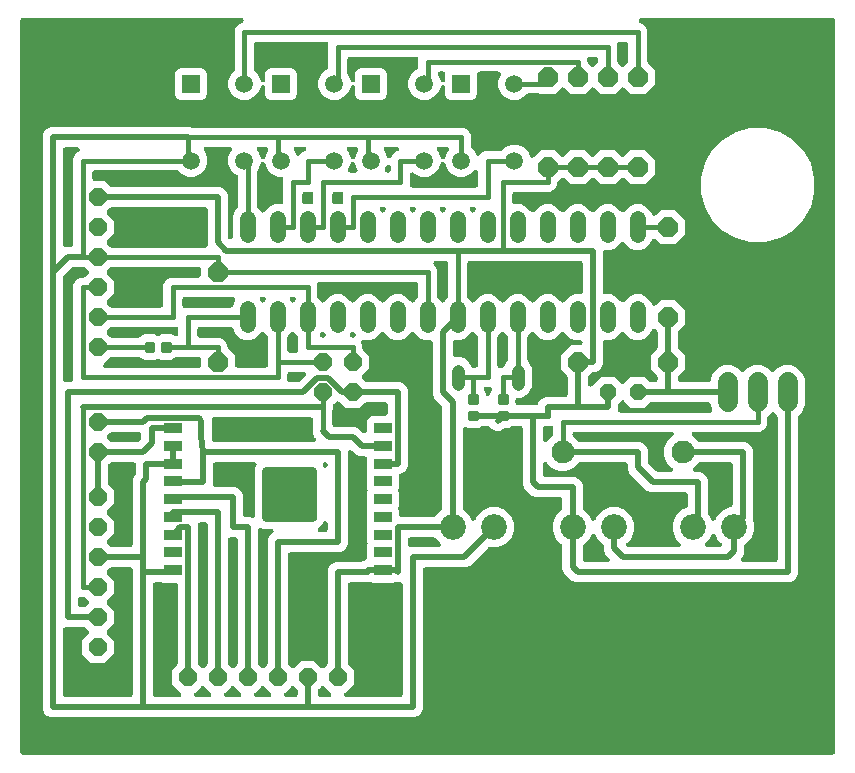
<source format=gbr>
G04 EAGLE Gerber X2 export*
%TF.Part,Single*%
%TF.FileFunction,Copper,L2,Bot,Mixed*%
%TF.FilePolarity,Positive*%
%TF.GenerationSoftware,Autodesk,EAGLE,8.7.1*%
%TF.CreationDate,2020-07-24T08:34:05Z*%
G75*
%MOMM*%
%FSLAX34Y34*%
%LPD*%
%AMOC8*
5,1,8,0,0,1.08239X$1,22.5*%
G01*
%ADD10C,1.320800*%
%ADD11P,1.632244X8X112.500000*%
%ADD12P,1.814519X8X112.500000*%
%ADD13C,1.117600*%
%ADD14R,1.485000X0.900000*%
%ADD15R,2.250000X2.250000*%
%ADD16C,0.460000*%
%ADD17C,1.498000*%
%ADD18R,1.498000X1.498000*%
%ADD19P,1.632244X8X202.500000*%
%ADD20P,1.814519X8X22.500000*%
%ADD21P,1.539592X8X22.500000*%
%ADD22C,1.676400*%
%ADD23C,1.930400*%
%ADD24C,2.184400*%
%ADD25P,1.632244X8X22.500000*%
%ADD26P,1.632244X8X292.500000*%
%ADD27C,0.406400*%
%ADD28C,0.508000*%

G36*
X1092218Y36071D02*
X1092218Y36071D01*
X1092236Y36069D01*
X1092418Y36090D01*
X1092601Y36109D01*
X1092618Y36114D01*
X1092635Y36116D01*
X1092810Y36173D01*
X1092986Y36227D01*
X1093001Y36235D01*
X1093018Y36241D01*
X1093178Y36331D01*
X1093340Y36419D01*
X1093353Y36430D01*
X1093369Y36439D01*
X1093508Y36559D01*
X1093649Y36676D01*
X1093660Y36690D01*
X1093674Y36702D01*
X1093786Y36847D01*
X1093901Y36990D01*
X1093909Y37006D01*
X1093920Y37020D01*
X1094002Y37185D01*
X1094087Y37347D01*
X1094092Y37364D01*
X1094100Y37381D01*
X1094147Y37559D01*
X1094198Y37734D01*
X1094200Y37752D01*
X1094204Y37769D01*
X1094231Y38100D01*
X1094231Y657608D01*
X1094229Y657626D01*
X1094231Y657644D01*
X1094210Y657826D01*
X1094191Y658009D01*
X1094186Y658026D01*
X1094184Y658043D01*
X1094127Y658218D01*
X1094073Y658394D01*
X1094065Y658409D01*
X1094059Y658426D01*
X1093969Y658586D01*
X1093881Y658748D01*
X1093870Y658761D01*
X1093861Y658777D01*
X1093741Y658916D01*
X1093624Y659057D01*
X1093610Y659068D01*
X1093598Y659082D01*
X1093453Y659194D01*
X1093310Y659309D01*
X1093294Y659317D01*
X1093280Y659328D01*
X1093115Y659410D01*
X1092953Y659495D01*
X1092936Y659500D01*
X1092920Y659508D01*
X1092741Y659555D01*
X1092566Y659606D01*
X1092548Y659608D01*
X1092531Y659612D01*
X1092200Y659639D01*
X929729Y659639D01*
X929725Y659639D01*
X929720Y659639D01*
X929526Y659619D01*
X929329Y659599D01*
X929324Y659598D01*
X929320Y659598D01*
X929132Y659539D01*
X928944Y659481D01*
X928940Y659479D01*
X928935Y659478D01*
X928761Y659382D01*
X928590Y659289D01*
X928586Y659287D01*
X928582Y659284D01*
X928429Y659156D01*
X928280Y659032D01*
X928278Y659028D01*
X928274Y659025D01*
X928149Y658869D01*
X928028Y658718D01*
X928026Y658714D01*
X928023Y658711D01*
X927931Y658530D01*
X927843Y658361D01*
X927841Y658356D01*
X927839Y658352D01*
X927785Y658162D01*
X927731Y657974D01*
X927731Y657969D01*
X927730Y657965D01*
X927715Y657772D01*
X927698Y657572D01*
X927699Y657568D01*
X927698Y657564D01*
X927722Y657370D01*
X927745Y657173D01*
X927747Y657168D01*
X927747Y657164D01*
X927808Y656979D01*
X927870Y656790D01*
X927872Y656786D01*
X927874Y656782D01*
X927970Y656613D01*
X928068Y656439D01*
X928071Y656436D01*
X928073Y656432D01*
X928203Y656283D01*
X928331Y656135D01*
X928335Y656132D01*
X928338Y656128D01*
X928496Y656006D01*
X928649Y655888D01*
X928653Y655886D01*
X928657Y655883D01*
X928952Y655731D01*
X931705Y654591D01*
X933991Y652305D01*
X935229Y649317D01*
X935229Y622789D01*
X935231Y622762D01*
X935229Y622735D01*
X935251Y622561D01*
X935269Y622388D01*
X935276Y622363D01*
X935280Y622336D01*
X935335Y622170D01*
X935387Y622003D01*
X935400Y621980D01*
X935408Y621954D01*
X935495Y621803D01*
X935579Y621649D01*
X935596Y621629D01*
X935609Y621605D01*
X935824Y621352D01*
X941579Y615597D01*
X941579Y603603D01*
X933097Y595121D01*
X921103Y595121D01*
X915836Y600388D01*
X915822Y600399D01*
X915811Y600413D01*
X915667Y600526D01*
X915525Y600643D01*
X915509Y600651D01*
X915495Y600662D01*
X915331Y600746D01*
X915169Y600831D01*
X915152Y600836D01*
X915136Y600845D01*
X914959Y600894D01*
X914783Y600946D01*
X914765Y600948D01*
X914748Y600953D01*
X914565Y600966D01*
X914382Y600983D01*
X914364Y600981D01*
X914347Y600982D01*
X914165Y600959D01*
X913982Y600939D01*
X913965Y600934D01*
X913947Y600932D01*
X913773Y600873D01*
X913598Y600818D01*
X913582Y600809D01*
X913566Y600803D01*
X913406Y600711D01*
X913246Y600623D01*
X913232Y600611D01*
X913217Y600602D01*
X912964Y600388D01*
X907697Y595121D01*
X895703Y595121D01*
X890436Y600388D01*
X890422Y600399D01*
X890411Y600413D01*
X890267Y600526D01*
X890125Y600643D01*
X890109Y600651D01*
X890095Y600662D01*
X889931Y600746D01*
X889769Y600831D01*
X889752Y600836D01*
X889736Y600845D01*
X889559Y600894D01*
X889383Y600946D01*
X889365Y600948D01*
X889348Y600953D01*
X889165Y600966D01*
X888982Y600983D01*
X888964Y600981D01*
X888947Y600982D01*
X888765Y600959D01*
X888582Y600939D01*
X888565Y600934D01*
X888547Y600932D01*
X888373Y600873D01*
X888198Y600818D01*
X888182Y600809D01*
X888166Y600803D01*
X888006Y600711D01*
X887846Y600623D01*
X887832Y600611D01*
X887817Y600602D01*
X887564Y600388D01*
X882297Y595121D01*
X870303Y595121D01*
X865036Y600388D01*
X865022Y600399D01*
X865011Y600413D01*
X864867Y600526D01*
X864725Y600643D01*
X864709Y600651D01*
X864695Y600662D01*
X864531Y600746D01*
X864369Y600831D01*
X864352Y600836D01*
X864336Y600845D01*
X864159Y600894D01*
X863983Y600946D01*
X863965Y600948D01*
X863948Y600953D01*
X863765Y600966D01*
X863582Y600983D01*
X863564Y600981D01*
X863547Y600982D01*
X863365Y600959D01*
X863182Y600939D01*
X863165Y600934D01*
X863147Y600932D01*
X862973Y600873D01*
X862798Y600818D01*
X862782Y600809D01*
X862766Y600803D01*
X862606Y600711D01*
X862446Y600623D01*
X862432Y600611D01*
X862417Y600602D01*
X862164Y600388D01*
X856897Y595121D01*
X844903Y595121D01*
X844748Y595276D01*
X844727Y595293D01*
X844709Y595314D01*
X844572Y595421D01*
X844436Y595531D01*
X844413Y595544D01*
X844391Y595560D01*
X844234Y595638D01*
X844080Y595720D01*
X844055Y595728D01*
X844031Y595740D01*
X843861Y595785D01*
X843695Y595835D01*
X843668Y595837D01*
X843642Y595844D01*
X843311Y595871D01*
X834527Y595871D01*
X834501Y595869D01*
X834474Y595871D01*
X834300Y595849D01*
X834127Y595831D01*
X834101Y595824D01*
X834074Y595820D01*
X833909Y595765D01*
X833742Y595713D01*
X833718Y595700D01*
X833693Y595692D01*
X833541Y595605D01*
X833388Y595521D01*
X833367Y595504D01*
X833344Y595491D01*
X833091Y595276D01*
X830296Y592482D01*
X825303Y590413D01*
X819897Y590413D01*
X814904Y592482D01*
X811082Y596304D01*
X809013Y601297D01*
X809013Y606703D01*
X811049Y611617D01*
X811053Y611630D01*
X811059Y611641D01*
X811111Y611821D01*
X811165Y612002D01*
X811167Y612015D01*
X811170Y612028D01*
X811186Y612216D01*
X811203Y612403D01*
X811202Y612416D01*
X811203Y612430D01*
X811181Y612617D01*
X811162Y612803D01*
X811158Y612816D01*
X811156Y612829D01*
X811098Y613009D01*
X811042Y613188D01*
X811035Y613199D01*
X811031Y613212D01*
X810938Y613377D01*
X810849Y613541D01*
X810840Y613551D01*
X810833Y613563D01*
X810710Y613705D01*
X810589Y613849D01*
X810579Y613857D01*
X810570Y613868D01*
X810422Y613983D01*
X810275Y614100D01*
X810263Y614106D01*
X810252Y614114D01*
X810083Y614198D01*
X809917Y614284D01*
X809904Y614288D01*
X809892Y614294D01*
X809709Y614343D01*
X809529Y614394D01*
X809516Y614395D01*
X809503Y614398D01*
X809172Y614425D01*
X793218Y614425D01*
X793200Y614423D01*
X793182Y614425D01*
X793000Y614404D01*
X792817Y614385D01*
X792800Y614380D01*
X792783Y614378D01*
X792608Y614321D01*
X792432Y614267D01*
X792417Y614259D01*
X792400Y614253D01*
X792240Y614163D01*
X792078Y614075D01*
X792065Y614064D01*
X792049Y614055D01*
X791910Y613935D01*
X791769Y613818D01*
X791758Y613804D01*
X791744Y613792D01*
X791632Y613647D01*
X791517Y613504D01*
X791509Y613488D01*
X791498Y613474D01*
X791416Y613309D01*
X791331Y613147D01*
X791326Y613130D01*
X791318Y613114D01*
X791271Y612935D01*
X791220Y612760D01*
X791218Y612742D01*
X791214Y612725D01*
X791187Y612394D01*
X791187Y595297D01*
X790259Y593056D01*
X788544Y591341D01*
X786303Y590413D01*
X768897Y590413D01*
X766656Y591341D01*
X764941Y593056D01*
X764013Y595297D01*
X764013Y600807D01*
X764013Y600811D01*
X764013Y600816D01*
X763993Y601009D01*
X763973Y601207D01*
X763972Y601212D01*
X763972Y601216D01*
X763914Y601402D01*
X763855Y601592D01*
X763853Y601596D01*
X763852Y601600D01*
X763758Y601772D01*
X763663Y601946D01*
X763661Y601950D01*
X763658Y601954D01*
X763531Y602105D01*
X763406Y602255D01*
X763402Y602258D01*
X763399Y602262D01*
X763245Y602385D01*
X763092Y602508D01*
X763088Y602510D01*
X763085Y602513D01*
X762910Y602602D01*
X762735Y602693D01*
X762730Y602695D01*
X762726Y602697D01*
X762539Y602750D01*
X762348Y602805D01*
X762343Y602805D01*
X762339Y602806D01*
X762146Y602821D01*
X761946Y602838D01*
X761942Y602837D01*
X761938Y602837D01*
X761744Y602814D01*
X761547Y602791D01*
X761542Y602789D01*
X761538Y602789D01*
X761353Y602727D01*
X761164Y602666D01*
X761160Y602664D01*
X761156Y602662D01*
X760984Y602564D01*
X760813Y602468D01*
X760810Y602465D01*
X760806Y602463D01*
X760655Y602331D01*
X760509Y602205D01*
X760506Y602201D01*
X760502Y602198D01*
X760382Y602042D01*
X760262Y601887D01*
X760260Y601883D01*
X760257Y601879D01*
X760105Y601584D01*
X757918Y596304D01*
X754096Y592482D01*
X749103Y590413D01*
X743697Y590413D01*
X738704Y592482D01*
X734882Y596304D01*
X732813Y601297D01*
X732813Y606703D01*
X734882Y611696D01*
X738704Y615518D01*
X739917Y616021D01*
X739937Y616031D01*
X739958Y616038D01*
X740114Y616127D01*
X740272Y616211D01*
X740289Y616225D01*
X740309Y616236D01*
X740444Y616353D01*
X740583Y616468D01*
X740597Y616485D01*
X740614Y616499D01*
X740723Y616641D01*
X740836Y616780D01*
X740847Y616800D01*
X740860Y616818D01*
X740940Y616978D01*
X741023Y617137D01*
X741030Y617158D01*
X741040Y617178D01*
X741086Y617352D01*
X741136Y617523D01*
X741138Y617545D01*
X741144Y617567D01*
X741171Y617898D01*
X741171Y624208D01*
X741188Y624267D01*
X741243Y624448D01*
X741244Y624461D01*
X741248Y624474D01*
X741263Y624662D01*
X741281Y624849D01*
X741280Y624862D01*
X741281Y624876D01*
X741259Y625063D01*
X741239Y625249D01*
X741235Y625262D01*
X741234Y625275D01*
X741176Y625454D01*
X741120Y625634D01*
X741113Y625645D01*
X741109Y625658D01*
X741017Y625822D01*
X740926Y625987D01*
X740918Y625997D01*
X740911Y626009D01*
X740789Y626151D01*
X740667Y626295D01*
X740657Y626303D01*
X740648Y626314D01*
X740500Y626428D01*
X740352Y626546D01*
X740340Y626552D01*
X740330Y626560D01*
X740162Y626644D01*
X739994Y626730D01*
X739981Y626734D01*
X739969Y626740D01*
X739788Y626788D01*
X739607Y626840D01*
X739594Y626841D01*
X739581Y626844D01*
X739250Y626871D01*
X683260Y626871D01*
X683242Y626869D01*
X683224Y626871D01*
X683042Y626850D01*
X682859Y626831D01*
X682842Y626826D01*
X682825Y626824D01*
X682650Y626767D01*
X682474Y626713D01*
X682459Y626705D01*
X682442Y626699D01*
X682282Y626609D01*
X682120Y626521D01*
X682107Y626510D01*
X682091Y626501D01*
X681952Y626381D01*
X681811Y626264D01*
X681800Y626250D01*
X681786Y626238D01*
X681674Y626093D01*
X681559Y625950D01*
X681551Y625934D01*
X681540Y625920D01*
X681458Y625755D01*
X681373Y625593D01*
X681368Y625576D01*
X681360Y625560D01*
X681313Y625381D01*
X681262Y625206D01*
X681260Y625188D01*
X681256Y625171D01*
X681229Y624840D01*
X681229Y613027D01*
X681231Y613001D01*
X681229Y612974D01*
X681251Y612800D01*
X681269Y612627D01*
X681276Y612601D01*
X681280Y612574D01*
X681335Y612409D01*
X681387Y612242D01*
X681400Y612218D01*
X681408Y612193D01*
X681495Y612041D01*
X681579Y611888D01*
X681596Y611867D01*
X681609Y611844D01*
X681703Y611733D01*
X683905Y606416D01*
X683907Y606412D01*
X683909Y606408D01*
X684002Y606235D01*
X684096Y606061D01*
X684098Y606058D01*
X684101Y606054D01*
X684225Y605905D01*
X684352Y605751D01*
X684355Y605748D01*
X684358Y605745D01*
X684511Y605622D01*
X684665Y605497D01*
X684669Y605495D01*
X684672Y605492D01*
X684849Y605401D01*
X685021Y605310D01*
X685025Y605309D01*
X685029Y605307D01*
X685219Y605252D01*
X685408Y605197D01*
X685412Y605197D01*
X685416Y605195D01*
X685614Y605179D01*
X685809Y605162D01*
X685813Y605163D01*
X685818Y605162D01*
X686015Y605186D01*
X686209Y605207D01*
X686213Y605209D01*
X686217Y605209D01*
X686406Y605271D01*
X686592Y605331D01*
X686596Y605333D01*
X686600Y605334D01*
X686773Y605432D01*
X686944Y605527D01*
X686947Y605530D01*
X686951Y605532D01*
X687100Y605661D01*
X687249Y605789D01*
X687252Y605792D01*
X687256Y605795D01*
X687374Y605948D01*
X687498Y606106D01*
X687500Y606110D01*
X687502Y606113D01*
X687589Y606288D01*
X687678Y606466D01*
X687680Y606470D01*
X687682Y606474D01*
X687733Y606667D01*
X687785Y606854D01*
X687785Y606858D01*
X687786Y606863D01*
X687813Y607193D01*
X687813Y612703D01*
X688741Y614944D01*
X690456Y616659D01*
X692697Y617587D01*
X710103Y617587D01*
X712344Y616659D01*
X714059Y614944D01*
X714987Y612703D01*
X714987Y595297D01*
X714059Y593056D01*
X712344Y591341D01*
X710103Y590413D01*
X692697Y590413D01*
X690456Y591341D01*
X688741Y593056D01*
X687813Y595297D01*
X687813Y600807D01*
X687813Y600811D01*
X687813Y600816D01*
X687793Y601009D01*
X687773Y601207D01*
X687772Y601212D01*
X687772Y601216D01*
X687714Y601402D01*
X687655Y601592D01*
X687653Y601596D01*
X687652Y601600D01*
X687558Y601772D01*
X687463Y601946D01*
X687461Y601950D01*
X687458Y601954D01*
X687333Y602103D01*
X687206Y602255D01*
X687202Y602258D01*
X687199Y602262D01*
X687047Y602383D01*
X686892Y602508D01*
X686888Y602510D01*
X686885Y602513D01*
X686710Y602602D01*
X686535Y602693D01*
X686530Y602695D01*
X686526Y602697D01*
X686339Y602750D01*
X686148Y602805D01*
X686143Y602805D01*
X686139Y602806D01*
X685946Y602821D01*
X685746Y602838D01*
X685742Y602837D01*
X685738Y602837D01*
X685545Y602814D01*
X685347Y602791D01*
X685342Y602789D01*
X685338Y602789D01*
X685155Y602728D01*
X684964Y602666D01*
X684960Y602664D01*
X684956Y602662D01*
X684786Y602565D01*
X684613Y602468D01*
X684610Y602465D01*
X684606Y602463D01*
X684455Y602331D01*
X684309Y602205D01*
X684306Y602201D01*
X684302Y602198D01*
X684182Y602042D01*
X684062Y601887D01*
X684060Y601883D01*
X684057Y601879D01*
X683905Y601584D01*
X681718Y596304D01*
X677896Y592482D01*
X672903Y590413D01*
X667497Y590413D01*
X662504Y592482D01*
X658682Y596304D01*
X656613Y601297D01*
X656613Y606703D01*
X658682Y611696D01*
X662504Y615518D01*
X663717Y616021D01*
X663737Y616031D01*
X663758Y616038D01*
X663914Y616127D01*
X664072Y616211D01*
X664089Y616225D01*
X664109Y616236D01*
X664244Y616353D01*
X664383Y616468D01*
X664397Y616485D01*
X664414Y616499D01*
X664523Y616641D01*
X664636Y616780D01*
X664647Y616800D01*
X664660Y616818D01*
X664740Y616978D01*
X664823Y617137D01*
X664830Y617158D01*
X664840Y617178D01*
X664886Y617352D01*
X664936Y617523D01*
X664938Y617545D01*
X664944Y617567D01*
X664971Y617898D01*
X664971Y636617D01*
X665032Y636763D01*
X665036Y636776D01*
X665042Y636787D01*
X665094Y636968D01*
X665148Y637148D01*
X665149Y637161D01*
X665153Y637174D01*
X665169Y637362D01*
X665186Y637549D01*
X665185Y637562D01*
X665186Y637576D01*
X665164Y637763D01*
X665145Y637949D01*
X665141Y637962D01*
X665139Y637975D01*
X665081Y638155D01*
X665025Y638334D01*
X665018Y638345D01*
X665014Y638358D01*
X664922Y638522D01*
X664832Y638687D01*
X664823Y638697D01*
X664816Y638709D01*
X664694Y638851D01*
X664572Y638995D01*
X664562Y639003D01*
X664553Y639014D01*
X664405Y639129D01*
X664258Y639246D01*
X664246Y639252D01*
X664235Y639260D01*
X664066Y639344D01*
X663900Y639430D01*
X663887Y639434D01*
X663875Y639440D01*
X663692Y639489D01*
X663512Y639540D01*
X663499Y639541D01*
X663486Y639544D01*
X663155Y639571D01*
X604160Y639571D01*
X604142Y639569D01*
X604124Y639571D01*
X603942Y639550D01*
X603759Y639531D01*
X603742Y639526D01*
X603725Y639524D01*
X603550Y639467D01*
X603374Y639413D01*
X603359Y639405D01*
X603342Y639399D01*
X603182Y639309D01*
X603020Y639221D01*
X603007Y639210D01*
X602991Y639201D01*
X602852Y639081D01*
X602711Y638964D01*
X602700Y638950D01*
X602686Y638938D01*
X602574Y638793D01*
X602459Y638650D01*
X602451Y638634D01*
X602440Y638620D01*
X602358Y638455D01*
X602273Y638293D01*
X602268Y638276D01*
X602260Y638260D01*
X602213Y638081D01*
X602162Y637906D01*
X602160Y637888D01*
X602156Y637871D01*
X602129Y637540D01*
X602129Y615927D01*
X602131Y615901D01*
X602129Y615874D01*
X602151Y615700D01*
X602169Y615527D01*
X602176Y615501D01*
X602180Y615474D01*
X602235Y615309D01*
X602287Y615142D01*
X602300Y615118D01*
X602308Y615093D01*
X602395Y614941D01*
X602479Y614788D01*
X602496Y614767D01*
X602509Y614744D01*
X602724Y614491D01*
X605518Y611696D01*
X607705Y606416D01*
X607707Y606412D01*
X607709Y606408D01*
X607802Y606235D01*
X607896Y606061D01*
X607898Y606058D01*
X607901Y606054D01*
X608025Y605905D01*
X608152Y605751D01*
X608155Y605748D01*
X608158Y605745D01*
X608311Y605622D01*
X608465Y605497D01*
X608469Y605495D01*
X608472Y605492D01*
X608649Y605401D01*
X608821Y605310D01*
X608825Y605309D01*
X608829Y605307D01*
X609019Y605252D01*
X609208Y605197D01*
X609212Y605197D01*
X609216Y605195D01*
X609414Y605179D01*
X609609Y605162D01*
X609613Y605163D01*
X609618Y605162D01*
X609815Y605186D01*
X610009Y605207D01*
X610013Y605209D01*
X610017Y605209D01*
X610206Y605271D01*
X610392Y605331D01*
X610396Y605333D01*
X610400Y605334D01*
X610573Y605432D01*
X610744Y605527D01*
X610747Y605530D01*
X610751Y605532D01*
X610900Y605661D01*
X611049Y605789D01*
X611052Y605792D01*
X611056Y605795D01*
X611174Y605948D01*
X611298Y606106D01*
X611300Y606110D01*
X611302Y606113D01*
X611389Y606288D01*
X611478Y606466D01*
X611480Y606470D01*
X611482Y606474D01*
X611533Y606667D01*
X611585Y606854D01*
X611585Y606858D01*
X611586Y606863D01*
X611613Y607193D01*
X611613Y612703D01*
X612541Y614944D01*
X614256Y616659D01*
X616497Y617587D01*
X633903Y617587D01*
X636144Y616659D01*
X637859Y614944D01*
X638787Y612703D01*
X638787Y595297D01*
X637859Y593056D01*
X636144Y591341D01*
X633903Y590413D01*
X616497Y590413D01*
X614256Y591341D01*
X612541Y593056D01*
X611613Y595297D01*
X611613Y600807D01*
X611613Y600811D01*
X611613Y600816D01*
X611593Y601009D01*
X611573Y601207D01*
X611572Y601212D01*
X611572Y601216D01*
X611514Y601402D01*
X611455Y601592D01*
X611453Y601596D01*
X611452Y601600D01*
X611358Y601772D01*
X611263Y601946D01*
X611261Y601950D01*
X611258Y601954D01*
X611133Y602103D01*
X611006Y602255D01*
X611002Y602258D01*
X610999Y602262D01*
X610847Y602383D01*
X610692Y602508D01*
X610688Y602510D01*
X610685Y602513D01*
X610510Y602602D01*
X610335Y602693D01*
X610330Y602695D01*
X610326Y602697D01*
X610139Y602750D01*
X609948Y602805D01*
X609943Y602805D01*
X609939Y602806D01*
X609746Y602821D01*
X609546Y602838D01*
X609542Y602837D01*
X609538Y602837D01*
X609345Y602814D01*
X609147Y602791D01*
X609142Y602789D01*
X609138Y602789D01*
X608955Y602728D01*
X608764Y602666D01*
X608760Y602664D01*
X608756Y602662D01*
X608586Y602565D01*
X608413Y602468D01*
X608410Y602465D01*
X608406Y602463D01*
X608255Y602331D01*
X608109Y602205D01*
X608106Y602201D01*
X608102Y602198D01*
X607982Y602042D01*
X607862Y601887D01*
X607860Y601883D01*
X607857Y601879D01*
X607705Y601584D01*
X605518Y596304D01*
X601696Y592482D01*
X596703Y590413D01*
X591297Y590413D01*
X586304Y592482D01*
X582482Y596304D01*
X580413Y601297D01*
X580413Y606703D01*
X582482Y611696D01*
X585276Y614491D01*
X585293Y614512D01*
X585314Y614529D01*
X585421Y614667D01*
X585531Y614802D01*
X585544Y614826D01*
X585560Y614847D01*
X585638Y615004D01*
X585720Y615158D01*
X585728Y615184D01*
X585740Y615208D01*
X585785Y615377D01*
X585835Y615544D01*
X585837Y615571D01*
X585844Y615596D01*
X585871Y615927D01*
X585871Y649317D01*
X587109Y652305D01*
X589395Y654591D01*
X592148Y655731D01*
X592152Y655733D01*
X592156Y655735D01*
X592329Y655828D01*
X592503Y655922D01*
X592507Y655924D01*
X592510Y655927D01*
X592659Y656051D01*
X592813Y656178D01*
X592816Y656181D01*
X592820Y656184D01*
X592942Y656337D01*
X593067Y656491D01*
X593069Y656495D01*
X593072Y656498D01*
X593162Y656671D01*
X593254Y656847D01*
X593255Y656851D01*
X593257Y656855D01*
X593312Y657044D01*
X593367Y657234D01*
X593368Y657238D01*
X593369Y657242D01*
X593385Y657440D01*
X593402Y657635D01*
X593401Y657639D01*
X593402Y657644D01*
X593379Y657838D01*
X593357Y658035D01*
X593355Y658039D01*
X593355Y658043D01*
X593294Y658229D01*
X593234Y658418D01*
X593231Y658422D01*
X593230Y658426D01*
X593133Y658598D01*
X593037Y658770D01*
X593034Y658773D01*
X593032Y658777D01*
X592904Y658925D01*
X592775Y659075D01*
X592772Y659078D01*
X592769Y659082D01*
X592614Y659202D01*
X592458Y659324D01*
X592454Y659326D01*
X592451Y659328D01*
X592273Y659417D01*
X592099Y659504D01*
X592094Y659506D01*
X592090Y659508D01*
X591898Y659559D01*
X591710Y659611D01*
X591706Y659611D01*
X591702Y659612D01*
X591371Y659639D01*
X406400Y659639D01*
X406382Y659637D01*
X406364Y659639D01*
X406182Y659618D01*
X405999Y659599D01*
X405982Y659594D01*
X405965Y659592D01*
X405790Y659535D01*
X405614Y659481D01*
X405599Y659473D01*
X405582Y659467D01*
X405422Y659377D01*
X405260Y659289D01*
X405247Y659278D01*
X405231Y659269D01*
X405092Y659149D01*
X404951Y659032D01*
X404940Y659018D01*
X404927Y659006D01*
X404814Y658861D01*
X404699Y658718D01*
X404691Y658702D01*
X404680Y658688D01*
X404598Y658523D01*
X404513Y658361D01*
X404508Y658344D01*
X404500Y658328D01*
X404453Y658149D01*
X404402Y657974D01*
X404400Y657956D01*
X404396Y657939D01*
X404369Y657608D01*
X404369Y38100D01*
X404371Y38082D01*
X404369Y38064D01*
X404390Y37882D01*
X404409Y37699D01*
X404414Y37682D01*
X404416Y37665D01*
X404473Y37490D01*
X404527Y37314D01*
X404535Y37299D01*
X404541Y37282D01*
X404631Y37122D01*
X404719Y36960D01*
X404730Y36947D01*
X404739Y36931D01*
X404859Y36792D01*
X404976Y36651D01*
X404990Y36640D01*
X405002Y36627D01*
X405147Y36514D01*
X405290Y36399D01*
X405306Y36391D01*
X405320Y36380D01*
X405485Y36298D01*
X405647Y36213D01*
X405664Y36208D01*
X405681Y36200D01*
X405859Y36153D01*
X406034Y36102D01*
X406052Y36100D01*
X406069Y36096D01*
X406400Y36069D01*
X1092200Y36069D01*
X1092218Y36071D01*
G37*
%LPC*%
G36*
X430082Y67563D02*
X430082Y67563D01*
X426908Y68878D01*
X424478Y71308D01*
X423163Y74482D01*
X423163Y560518D01*
X424478Y563692D01*
X426908Y566122D01*
X430082Y567437D01*
X547818Y567437D01*
X548671Y567083D01*
X548701Y567074D01*
X548729Y567060D01*
X548894Y567016D01*
X549056Y566967D01*
X549087Y566964D01*
X549118Y566956D01*
X549448Y566929D01*
X779217Y566929D01*
X782205Y565691D01*
X784491Y563405D01*
X785729Y560417D01*
X785729Y550927D01*
X785731Y550901D01*
X785729Y550874D01*
X785751Y550700D01*
X785769Y550527D01*
X785776Y550501D01*
X785780Y550474D01*
X785835Y550309D01*
X785887Y550142D01*
X785900Y550118D01*
X785908Y550093D01*
X785995Y549941D01*
X786079Y549788D01*
X786096Y549767D01*
X786109Y549744D01*
X786324Y549491D01*
X789118Y546696D01*
X790059Y544426D01*
X790065Y544414D01*
X790069Y544402D01*
X790160Y544237D01*
X790249Y544071D01*
X790257Y544061D01*
X790264Y544049D01*
X790385Y543906D01*
X790505Y543761D01*
X790516Y543753D01*
X790524Y543742D01*
X790672Y543625D01*
X790818Y543507D01*
X790830Y543501D01*
X790840Y543493D01*
X791008Y543407D01*
X791174Y543320D01*
X791187Y543316D01*
X791199Y543310D01*
X791380Y543260D01*
X791561Y543207D01*
X791574Y543206D01*
X791587Y543202D01*
X791775Y543189D01*
X791962Y543172D01*
X791975Y543174D01*
X791989Y543173D01*
X792176Y543197D01*
X792362Y543218D01*
X792375Y543222D01*
X792388Y543223D01*
X792566Y543283D01*
X792745Y543341D01*
X792757Y543347D01*
X792770Y543352D01*
X792932Y543445D01*
X793097Y543537D01*
X793107Y543546D01*
X793118Y543553D01*
X793371Y543767D01*
X795495Y545891D01*
X798483Y547129D01*
X810673Y547129D01*
X810699Y547131D01*
X810726Y547129D01*
X810900Y547151D01*
X811073Y547169D01*
X811099Y547176D01*
X811126Y547180D01*
X811291Y547236D01*
X811458Y547287D01*
X811482Y547300D01*
X811507Y547308D01*
X811659Y547395D01*
X811812Y547479D01*
X811833Y547496D01*
X811856Y547509D01*
X812109Y547724D01*
X814904Y550518D01*
X819897Y552587D01*
X825303Y552587D01*
X830296Y550518D01*
X834118Y546696D01*
X835767Y542715D01*
X835774Y542703D01*
X835778Y542691D01*
X835869Y542526D01*
X835957Y542360D01*
X835966Y542350D01*
X835972Y542338D01*
X836094Y542196D01*
X836214Y542050D01*
X836224Y542041D01*
X836233Y542031D01*
X836380Y541915D01*
X836527Y541796D01*
X836538Y541790D01*
X836549Y541782D01*
X836717Y541696D01*
X836883Y541609D01*
X836896Y541605D01*
X836908Y541599D01*
X837090Y541549D01*
X837269Y541496D01*
X837283Y541495D01*
X837296Y541491D01*
X837484Y541478D01*
X837671Y541461D01*
X837684Y541463D01*
X837697Y541462D01*
X837886Y541486D01*
X838071Y541507D01*
X838083Y541511D01*
X838097Y541512D01*
X838276Y541572D01*
X838454Y541630D01*
X838466Y541636D01*
X838478Y541641D01*
X838642Y541735D01*
X838805Y541826D01*
X838816Y541835D01*
X838827Y541842D01*
X839080Y542056D01*
X844903Y547879D01*
X856897Y547879D01*
X862164Y542612D01*
X862177Y542601D01*
X862189Y542587D01*
X862333Y542473D01*
X862475Y542357D01*
X862491Y542349D01*
X862505Y542338D01*
X862669Y542254D01*
X862831Y542169D01*
X862848Y542164D01*
X862864Y542155D01*
X863041Y542106D01*
X863217Y542054D01*
X863235Y542052D01*
X863252Y542047D01*
X863435Y542034D01*
X863618Y542017D01*
X863636Y542019D01*
X863653Y542018D01*
X863835Y542041D01*
X864018Y542061D01*
X864035Y542066D01*
X864053Y542068D01*
X864226Y542127D01*
X864402Y542182D01*
X864418Y542191D01*
X864434Y542197D01*
X864594Y542289D01*
X864754Y542377D01*
X864768Y542389D01*
X864783Y542398D01*
X865036Y542612D01*
X870303Y547879D01*
X882297Y547879D01*
X887564Y542612D01*
X887577Y542601D01*
X887589Y542587D01*
X887733Y542473D01*
X887875Y542357D01*
X887891Y542349D01*
X887905Y542338D01*
X888069Y542254D01*
X888231Y542169D01*
X888248Y542164D01*
X888264Y542155D01*
X888441Y542106D01*
X888617Y542054D01*
X888635Y542052D01*
X888652Y542047D01*
X888835Y542034D01*
X889018Y542017D01*
X889036Y542019D01*
X889053Y542018D01*
X889235Y542041D01*
X889418Y542061D01*
X889435Y542066D01*
X889453Y542068D01*
X889626Y542127D01*
X889802Y542182D01*
X889818Y542191D01*
X889834Y542197D01*
X889994Y542289D01*
X890154Y542377D01*
X890168Y542389D01*
X890183Y542398D01*
X890436Y542612D01*
X895703Y547879D01*
X907697Y547879D01*
X912964Y542612D01*
X912977Y542601D01*
X912989Y542587D01*
X913133Y542473D01*
X913275Y542357D01*
X913291Y542349D01*
X913305Y542338D01*
X913469Y542254D01*
X913631Y542169D01*
X913648Y542164D01*
X913664Y542155D01*
X913841Y542106D01*
X914017Y542054D01*
X914035Y542052D01*
X914052Y542047D01*
X914235Y542034D01*
X914418Y542017D01*
X914436Y542019D01*
X914453Y542018D01*
X914635Y542041D01*
X914818Y542061D01*
X914835Y542066D01*
X914853Y542068D01*
X915026Y542127D01*
X915202Y542182D01*
X915218Y542191D01*
X915234Y542197D01*
X915394Y542289D01*
X915554Y542377D01*
X915568Y542389D01*
X915583Y542398D01*
X915836Y542612D01*
X921103Y547879D01*
X933097Y547879D01*
X941579Y539397D01*
X941579Y527403D01*
X933097Y518921D01*
X921103Y518921D01*
X915836Y524188D01*
X915822Y524199D01*
X915811Y524213D01*
X915667Y524326D01*
X915525Y524443D01*
X915509Y524451D01*
X915495Y524462D01*
X915331Y524546D01*
X915169Y524631D01*
X915152Y524636D01*
X915136Y524645D01*
X914959Y524694D01*
X914783Y524746D01*
X914765Y524748D01*
X914748Y524753D01*
X914565Y524766D01*
X914382Y524783D01*
X914364Y524781D01*
X914347Y524782D01*
X914165Y524759D01*
X913982Y524739D01*
X913965Y524734D01*
X913947Y524732D01*
X913773Y524673D01*
X913598Y524618D01*
X913582Y524609D01*
X913566Y524603D01*
X913406Y524511D01*
X913246Y524423D01*
X913232Y524411D01*
X913217Y524402D01*
X912964Y524188D01*
X907697Y518921D01*
X895703Y518921D01*
X890436Y524188D01*
X890422Y524199D01*
X890411Y524213D01*
X890267Y524326D01*
X890125Y524443D01*
X890109Y524451D01*
X890095Y524462D01*
X889931Y524546D01*
X889769Y524631D01*
X889752Y524636D01*
X889736Y524645D01*
X889559Y524694D01*
X889383Y524746D01*
X889365Y524748D01*
X889348Y524753D01*
X889165Y524766D01*
X888982Y524783D01*
X888964Y524781D01*
X888947Y524782D01*
X888765Y524759D01*
X888582Y524739D01*
X888565Y524734D01*
X888547Y524732D01*
X888373Y524673D01*
X888198Y524618D01*
X888182Y524609D01*
X888166Y524603D01*
X888006Y524511D01*
X887846Y524423D01*
X887832Y524411D01*
X887817Y524402D01*
X887564Y524188D01*
X882297Y518921D01*
X870303Y518921D01*
X865036Y524188D01*
X865022Y524199D01*
X865011Y524213D01*
X864867Y524327D01*
X864725Y524443D01*
X864709Y524451D01*
X864695Y524462D01*
X864531Y524546D01*
X864369Y524631D01*
X864352Y524636D01*
X864336Y524645D01*
X864159Y524694D01*
X863983Y524746D01*
X863965Y524748D01*
X863948Y524753D01*
X863765Y524766D01*
X863582Y524783D01*
X863564Y524781D01*
X863547Y524782D01*
X863365Y524759D01*
X863182Y524739D01*
X863165Y524734D01*
X863147Y524732D01*
X862974Y524673D01*
X862798Y524618D01*
X862782Y524609D01*
X862766Y524603D01*
X862606Y524511D01*
X862446Y524423D01*
X862432Y524411D01*
X862417Y524402D01*
X862164Y524188D01*
X859624Y521648D01*
X859607Y521627D01*
X859586Y521610D01*
X859479Y521472D01*
X859369Y521336D01*
X859356Y521313D01*
X859340Y521291D01*
X859262Y521134D01*
X859180Y520980D01*
X859172Y520955D01*
X859160Y520931D01*
X859115Y520761D01*
X859065Y520595D01*
X859063Y520568D01*
X859056Y520542D01*
X859029Y520211D01*
X859029Y519083D01*
X857791Y516095D01*
X855505Y513809D01*
X852517Y512571D01*
X822960Y512571D01*
X822942Y512569D01*
X822924Y512571D01*
X822742Y512550D01*
X822559Y512531D01*
X822542Y512526D01*
X822525Y512524D01*
X822350Y512467D01*
X822174Y512413D01*
X822159Y512405D01*
X822142Y512399D01*
X821982Y512309D01*
X821820Y512221D01*
X821807Y512210D01*
X821791Y512201D01*
X821652Y512081D01*
X821511Y511964D01*
X821500Y511950D01*
X821486Y511938D01*
X821374Y511793D01*
X821259Y511650D01*
X821251Y511634D01*
X821240Y511620D01*
X821158Y511455D01*
X821073Y511293D01*
X821068Y511276D01*
X821060Y511260D01*
X821013Y511081D01*
X820962Y510906D01*
X820960Y510888D01*
X820956Y510871D01*
X820929Y510540D01*
X820929Y503936D01*
X820931Y503918D01*
X820929Y503900D01*
X820950Y503718D01*
X820969Y503535D01*
X820974Y503518D01*
X820976Y503501D01*
X821033Y503326D01*
X821087Y503150D01*
X821095Y503135D01*
X821101Y503118D01*
X821191Y502958D01*
X821279Y502796D01*
X821290Y502783D01*
X821299Y502767D01*
X821419Y502628D01*
X821536Y502487D01*
X821550Y502476D01*
X821562Y502462D01*
X821707Y502350D01*
X821850Y502235D01*
X821866Y502227D01*
X821880Y502216D01*
X822045Y502134D01*
X822207Y502049D01*
X822224Y502044D01*
X822240Y502036D01*
X822419Y501989D01*
X822594Y501938D01*
X822612Y501936D01*
X822629Y501932D01*
X822960Y501905D01*
X828026Y501905D01*
X832694Y499971D01*
X836267Y496398D01*
X836323Y496263D01*
X836328Y496255D01*
X836330Y496246D01*
X836422Y496078D01*
X836514Y495908D01*
X836519Y495901D01*
X836524Y495893D01*
X836647Y495747D01*
X836770Y495597D01*
X836777Y495592D01*
X836783Y495585D01*
X836933Y495465D01*
X837083Y495344D01*
X837091Y495340D01*
X837098Y495334D01*
X837270Y495246D01*
X837439Y495157D01*
X837448Y495154D01*
X837456Y495150D01*
X837642Y495097D01*
X837826Y495044D01*
X837835Y495043D01*
X837843Y495040D01*
X838035Y495025D01*
X838227Y495009D01*
X838236Y495010D01*
X838245Y495009D01*
X838437Y495033D01*
X838627Y495054D01*
X838635Y495057D01*
X838644Y495058D01*
X838828Y495119D01*
X839010Y495177D01*
X839018Y495182D01*
X839026Y495184D01*
X839194Y495280D01*
X839362Y495374D01*
X839368Y495379D01*
X839376Y495384D01*
X839521Y495510D01*
X839667Y495635D01*
X839673Y495643D01*
X839680Y495648D01*
X839795Y495799D01*
X839916Y495952D01*
X839920Y495961D01*
X839925Y495968D01*
X840077Y496263D01*
X840133Y496398D01*
X843706Y499971D01*
X848374Y501905D01*
X853426Y501905D01*
X858094Y499971D01*
X861667Y496398D01*
X861723Y496263D01*
X861728Y496255D01*
X861730Y496246D01*
X861822Y496078D01*
X861914Y495908D01*
X861919Y495901D01*
X861924Y495893D01*
X862047Y495747D01*
X862170Y495597D01*
X862177Y495592D01*
X862183Y495585D01*
X862333Y495465D01*
X862483Y495344D01*
X862491Y495340D01*
X862498Y495334D01*
X862670Y495246D01*
X862839Y495157D01*
X862848Y495154D01*
X862856Y495150D01*
X863042Y495097D01*
X863226Y495044D01*
X863235Y495043D01*
X863243Y495040D01*
X863435Y495025D01*
X863627Y495009D01*
X863636Y495010D01*
X863645Y495009D01*
X863837Y495033D01*
X864027Y495054D01*
X864035Y495057D01*
X864044Y495058D01*
X864228Y495119D01*
X864410Y495177D01*
X864418Y495182D01*
X864426Y495184D01*
X864594Y495280D01*
X864762Y495374D01*
X864768Y495379D01*
X864776Y495384D01*
X864921Y495510D01*
X865067Y495635D01*
X865073Y495643D01*
X865080Y495648D01*
X865195Y495799D01*
X865316Y495952D01*
X865320Y495961D01*
X865325Y495968D01*
X865477Y496263D01*
X865533Y496398D01*
X869106Y499971D01*
X873774Y501905D01*
X878826Y501905D01*
X883494Y499971D01*
X887067Y496398D01*
X887123Y496263D01*
X887128Y496255D01*
X887130Y496246D01*
X887222Y496078D01*
X887314Y495908D01*
X887319Y495901D01*
X887324Y495893D01*
X887447Y495747D01*
X887570Y495597D01*
X887577Y495592D01*
X887583Y495585D01*
X887733Y495465D01*
X887883Y495344D01*
X887891Y495340D01*
X887898Y495334D01*
X888070Y495246D01*
X888239Y495157D01*
X888248Y495154D01*
X888256Y495150D01*
X888442Y495097D01*
X888626Y495044D01*
X888635Y495043D01*
X888643Y495040D01*
X888835Y495025D01*
X889027Y495009D01*
X889036Y495010D01*
X889045Y495009D01*
X889237Y495033D01*
X889427Y495054D01*
X889435Y495057D01*
X889444Y495058D01*
X889628Y495119D01*
X889810Y495177D01*
X889818Y495182D01*
X889826Y495184D01*
X889994Y495280D01*
X890162Y495374D01*
X890168Y495379D01*
X890176Y495384D01*
X890321Y495510D01*
X890467Y495635D01*
X890473Y495643D01*
X890480Y495648D01*
X890595Y495799D01*
X890716Y495952D01*
X890720Y495961D01*
X890725Y495968D01*
X890877Y496263D01*
X890933Y496398D01*
X894506Y499971D01*
X899174Y501905D01*
X904226Y501905D01*
X908894Y499971D01*
X912467Y496398D01*
X912523Y496263D01*
X912528Y496255D01*
X912530Y496246D01*
X912622Y496078D01*
X912714Y495908D01*
X912719Y495901D01*
X912724Y495893D01*
X912847Y495747D01*
X912970Y495597D01*
X912977Y495592D01*
X912983Y495585D01*
X913133Y495465D01*
X913283Y495344D01*
X913291Y495340D01*
X913298Y495334D01*
X913470Y495246D01*
X913639Y495157D01*
X913648Y495154D01*
X913656Y495150D01*
X913842Y495097D01*
X914026Y495044D01*
X914035Y495043D01*
X914043Y495040D01*
X914235Y495025D01*
X914427Y495009D01*
X914436Y495010D01*
X914445Y495009D01*
X914637Y495033D01*
X914827Y495054D01*
X914835Y495057D01*
X914844Y495058D01*
X915028Y495119D01*
X915210Y495177D01*
X915218Y495182D01*
X915226Y495184D01*
X915394Y495280D01*
X915562Y495374D01*
X915568Y495379D01*
X915576Y495384D01*
X915721Y495510D01*
X915867Y495635D01*
X915873Y495643D01*
X915880Y495648D01*
X915995Y495799D01*
X916116Y495952D01*
X916120Y495961D01*
X916125Y495968D01*
X916277Y496263D01*
X916333Y496398D01*
X919906Y499971D01*
X924574Y501905D01*
X929626Y501905D01*
X934294Y499971D01*
X937867Y496398D01*
X939034Y493582D01*
X939040Y493570D01*
X939044Y493557D01*
X939136Y493392D01*
X939224Y493227D01*
X939233Y493217D01*
X939239Y493205D01*
X939361Y493061D01*
X939480Y492916D01*
X939491Y492908D01*
X939500Y492898D01*
X939646Y492782D01*
X939793Y492663D01*
X939805Y492657D01*
X939815Y492648D01*
X939983Y492563D01*
X940150Y492476D01*
X940163Y492472D01*
X940174Y492466D01*
X940355Y492416D01*
X940536Y492363D01*
X940549Y492361D01*
X940562Y492358D01*
X940751Y492344D01*
X940937Y492328D01*
X940950Y492330D01*
X940964Y492329D01*
X941152Y492352D01*
X941337Y492373D01*
X941350Y492377D01*
X941363Y492379D01*
X941542Y492439D01*
X941721Y492496D01*
X941732Y492503D01*
X941745Y492507D01*
X941908Y492601D01*
X942072Y492693D01*
X942082Y492701D01*
X942094Y492708D01*
X942347Y492923D01*
X946503Y497079D01*
X958497Y497079D01*
X966979Y488597D01*
X966979Y476603D01*
X958497Y468121D01*
X946503Y468121D01*
X942347Y472277D01*
X942336Y472286D01*
X942328Y472296D01*
X942181Y472413D01*
X942035Y472532D01*
X942023Y472539D01*
X942013Y472547D01*
X941846Y472633D01*
X941680Y472721D01*
X941667Y472725D01*
X941655Y472731D01*
X941474Y472782D01*
X941294Y472836D01*
X941280Y472837D01*
X941267Y472841D01*
X941082Y472855D01*
X940893Y472872D01*
X940879Y472871D01*
X940866Y472872D01*
X940682Y472849D01*
X940492Y472829D01*
X940480Y472825D01*
X940466Y472823D01*
X940289Y472764D01*
X940109Y472707D01*
X940097Y472701D01*
X940084Y472697D01*
X939920Y472603D01*
X939756Y472512D01*
X939746Y472504D01*
X939734Y472497D01*
X939592Y472373D01*
X939449Y472252D01*
X939441Y472241D01*
X939431Y472233D01*
X939316Y472084D01*
X939200Y471936D01*
X939194Y471924D01*
X939185Y471913D01*
X939034Y471618D01*
X937867Y468802D01*
X934294Y465229D01*
X929626Y463295D01*
X924574Y463295D01*
X919906Y465229D01*
X916333Y468802D01*
X916277Y468937D01*
X916272Y468945D01*
X916270Y468954D01*
X916178Y469121D01*
X916087Y469292D01*
X916081Y469299D01*
X916076Y469307D01*
X915953Y469453D01*
X915830Y469603D01*
X915823Y469608D01*
X915817Y469615D01*
X915667Y469735D01*
X915518Y469856D01*
X915510Y469860D01*
X915503Y469866D01*
X915333Y469953D01*
X915161Y470043D01*
X915152Y470046D01*
X915144Y470050D01*
X914961Y470102D01*
X914775Y470156D01*
X914766Y470157D01*
X914757Y470160D01*
X914566Y470174D01*
X914373Y470191D01*
X914365Y470190D01*
X914356Y470191D01*
X914165Y470168D01*
X913973Y470146D01*
X913965Y470143D01*
X913956Y470142D01*
X913774Y470082D01*
X913590Y470023D01*
X913582Y470018D01*
X913574Y470016D01*
X913406Y469920D01*
X913239Y469826D01*
X913232Y469821D01*
X913224Y469816D01*
X913078Y469689D01*
X912933Y469565D01*
X912927Y469558D01*
X912920Y469552D01*
X912803Y469399D01*
X912684Y469248D01*
X912680Y469240D01*
X912675Y469232D01*
X912523Y468937D01*
X912467Y468802D01*
X908894Y465229D01*
X904226Y463295D01*
X899668Y463295D01*
X899650Y463293D01*
X899632Y463295D01*
X899450Y463274D01*
X899267Y463255D01*
X899250Y463250D01*
X899233Y463248D01*
X899058Y463191D01*
X898882Y463137D01*
X898867Y463129D01*
X898850Y463123D01*
X898690Y463033D01*
X898528Y462945D01*
X898515Y462934D01*
X898499Y462925D01*
X898360Y462805D01*
X898219Y462688D01*
X898208Y462674D01*
X898194Y462662D01*
X898082Y462517D01*
X897967Y462374D01*
X897959Y462358D01*
X897948Y462344D01*
X897866Y462179D01*
X897781Y462017D01*
X897776Y462000D01*
X897768Y461984D01*
X897721Y461805D01*
X897670Y461630D01*
X897668Y461612D01*
X897664Y461595D01*
X897637Y461264D01*
X897637Y427736D01*
X897639Y427718D01*
X897637Y427700D01*
X897658Y427518D01*
X897677Y427335D01*
X897682Y427318D01*
X897684Y427301D01*
X897741Y427126D01*
X897795Y426950D01*
X897803Y426935D01*
X897809Y426918D01*
X897899Y426758D01*
X897987Y426596D01*
X897998Y426583D01*
X898007Y426567D01*
X898127Y426428D01*
X898244Y426287D01*
X898258Y426276D01*
X898270Y426262D01*
X898415Y426150D01*
X898558Y426035D01*
X898574Y426027D01*
X898588Y426016D01*
X898753Y425934D01*
X898915Y425849D01*
X898932Y425844D01*
X898948Y425836D01*
X899127Y425789D01*
X899302Y425738D01*
X899320Y425736D01*
X899337Y425732D01*
X899668Y425705D01*
X904226Y425705D01*
X908894Y423771D01*
X912467Y420198D01*
X912523Y420063D01*
X912528Y420055D01*
X912530Y420046D01*
X912622Y419879D01*
X912713Y419708D01*
X912719Y419701D01*
X912724Y419693D01*
X912847Y419547D01*
X912970Y419397D01*
X912977Y419392D01*
X912983Y419385D01*
X913133Y419265D01*
X913282Y419144D01*
X913290Y419140D01*
X913297Y419134D01*
X913467Y419047D01*
X913639Y418957D01*
X913648Y418954D01*
X913656Y418950D01*
X913839Y418898D01*
X914025Y418844D01*
X914034Y418843D01*
X914043Y418840D01*
X914234Y418826D01*
X914427Y418809D01*
X914435Y418810D01*
X914444Y418809D01*
X914635Y418832D01*
X914827Y418854D01*
X914835Y418857D01*
X914844Y418858D01*
X915026Y418918D01*
X915210Y418977D01*
X915218Y418982D01*
X915226Y418984D01*
X915394Y419080D01*
X915561Y419174D01*
X915568Y419179D01*
X915576Y419184D01*
X915722Y419311D01*
X915867Y419435D01*
X915873Y419442D01*
X915880Y419448D01*
X915997Y419601D01*
X916116Y419752D01*
X916120Y419760D01*
X916125Y419768D01*
X916277Y420063D01*
X916333Y420198D01*
X919906Y423771D01*
X924574Y425705D01*
X929626Y425705D01*
X934294Y423771D01*
X937867Y420198D01*
X939034Y417382D01*
X939040Y417370D01*
X939044Y417357D01*
X939136Y417192D01*
X939224Y417027D01*
X939233Y417017D01*
X939239Y417005D01*
X939361Y416861D01*
X939480Y416716D01*
X939491Y416708D01*
X939500Y416698D01*
X939646Y416582D01*
X939793Y416463D01*
X939805Y416457D01*
X939815Y416448D01*
X939983Y416363D01*
X940150Y416276D01*
X940163Y416272D01*
X940174Y416266D01*
X940355Y416216D01*
X940536Y416163D01*
X940549Y416161D01*
X940562Y416158D01*
X940751Y416144D01*
X940937Y416128D01*
X940950Y416130D01*
X940964Y416129D01*
X941152Y416152D01*
X941337Y416173D01*
X941350Y416177D01*
X941363Y416179D01*
X941542Y416239D01*
X941721Y416296D01*
X941732Y416303D01*
X941745Y416307D01*
X941908Y416401D01*
X942072Y416493D01*
X942082Y416501D01*
X942094Y416508D01*
X942347Y416723D01*
X946503Y420879D01*
X958497Y420879D01*
X966979Y412397D01*
X966979Y400403D01*
X961732Y395156D01*
X961715Y395135D01*
X961694Y395117D01*
X961587Y394980D01*
X961477Y394844D01*
X961464Y394821D01*
X961448Y394799D01*
X961370Y394642D01*
X961288Y394488D01*
X961280Y394463D01*
X961268Y394439D01*
X961223Y394269D01*
X961173Y394103D01*
X961171Y394076D01*
X961164Y394050D01*
X961137Y393719D01*
X961137Y380981D01*
X961139Y380954D01*
X961137Y380927D01*
X961159Y380753D01*
X961177Y380580D01*
X961184Y380555D01*
X961188Y380528D01*
X961243Y380362D01*
X961295Y380195D01*
X961308Y380172D01*
X961316Y380146D01*
X961403Y379995D01*
X961487Y379841D01*
X961504Y379821D01*
X961517Y379797D01*
X961732Y379544D01*
X966979Y374297D01*
X966979Y362303D01*
X961732Y357056D01*
X961715Y357035D01*
X961694Y357017D01*
X961587Y356879D01*
X961477Y356744D01*
X961464Y356721D01*
X961448Y356699D01*
X961370Y356542D01*
X961288Y356388D01*
X961280Y356363D01*
X961268Y356339D01*
X961223Y356169D01*
X961173Y356003D01*
X961171Y355976D01*
X961164Y355950D01*
X961137Y355619D01*
X961137Y353568D01*
X961139Y353550D01*
X961137Y353532D01*
X961158Y353350D01*
X961177Y353167D01*
X961182Y353150D01*
X961184Y353133D01*
X961241Y352958D01*
X961295Y352782D01*
X961303Y352767D01*
X961309Y352750D01*
X961399Y352590D01*
X961487Y352428D01*
X961498Y352415D01*
X961507Y352399D01*
X961627Y352260D01*
X961744Y352119D01*
X961758Y352108D01*
X961770Y352094D01*
X961915Y351982D01*
X962058Y351867D01*
X962074Y351859D01*
X962088Y351848D01*
X962253Y351766D01*
X962415Y351681D01*
X962432Y351676D01*
X962448Y351668D01*
X962627Y351621D01*
X962802Y351570D01*
X962820Y351568D01*
X962837Y351564D01*
X963168Y351537D01*
X986790Y351537D01*
X986808Y351539D01*
X986826Y351537D01*
X987008Y351558D01*
X987191Y351577D01*
X987208Y351582D01*
X987225Y351584D01*
X987400Y351641D01*
X987576Y351695D01*
X987591Y351703D01*
X987608Y351709D01*
X987768Y351799D01*
X987930Y351887D01*
X987943Y351898D01*
X987959Y351907D01*
X988098Y352027D01*
X988239Y352144D01*
X988250Y352158D01*
X988264Y352170D01*
X988376Y352315D01*
X988491Y352458D01*
X988499Y352474D01*
X988510Y352488D01*
X988592Y352653D01*
X988677Y352815D01*
X988682Y352832D01*
X988690Y352848D01*
X988737Y353027D01*
X988788Y353202D01*
X988790Y353220D01*
X988794Y353237D01*
X988821Y353568D01*
X988821Y354162D01*
X991026Y359484D01*
X995098Y363556D01*
X1000420Y365761D01*
X1006180Y365761D01*
X1011502Y363556D01*
X1014564Y360494D01*
X1014577Y360483D01*
X1014589Y360469D01*
X1014733Y360356D01*
X1014875Y360239D01*
X1014891Y360231D01*
X1014905Y360220D01*
X1015069Y360136D01*
X1015231Y360051D01*
X1015248Y360046D01*
X1015264Y360037D01*
X1015441Y359988D01*
X1015617Y359936D01*
X1015635Y359934D01*
X1015652Y359929D01*
X1015835Y359916D01*
X1016018Y359899D01*
X1016036Y359901D01*
X1016053Y359900D01*
X1016235Y359923D01*
X1016418Y359943D01*
X1016435Y359948D01*
X1016453Y359950D01*
X1016626Y360009D01*
X1016802Y360064D01*
X1016818Y360073D01*
X1016834Y360079D01*
X1016994Y360171D01*
X1017154Y360259D01*
X1017168Y360271D01*
X1017183Y360280D01*
X1017436Y360494D01*
X1020498Y363556D01*
X1025820Y365761D01*
X1031580Y365761D01*
X1036902Y363556D01*
X1039964Y360494D01*
X1039977Y360483D01*
X1039989Y360469D01*
X1040133Y360356D01*
X1040275Y360239D01*
X1040291Y360231D01*
X1040305Y360220D01*
X1040469Y360136D01*
X1040631Y360051D01*
X1040648Y360046D01*
X1040664Y360037D01*
X1040841Y359988D01*
X1041017Y359936D01*
X1041035Y359934D01*
X1041052Y359929D01*
X1041235Y359916D01*
X1041418Y359899D01*
X1041436Y359901D01*
X1041453Y359900D01*
X1041635Y359923D01*
X1041818Y359943D01*
X1041835Y359948D01*
X1041853Y359950D01*
X1042026Y360009D01*
X1042202Y360064D01*
X1042218Y360073D01*
X1042234Y360079D01*
X1042394Y360171D01*
X1042554Y360259D01*
X1042568Y360271D01*
X1042583Y360280D01*
X1042836Y360494D01*
X1045898Y363556D01*
X1051220Y365761D01*
X1056980Y365761D01*
X1062302Y363556D01*
X1066374Y359484D01*
X1068579Y354162D01*
X1068579Y331638D01*
X1066374Y326316D01*
X1063332Y323274D01*
X1063315Y323253D01*
X1063294Y323235D01*
X1063187Y323098D01*
X1063077Y322962D01*
X1063064Y322939D01*
X1063048Y322917D01*
X1062970Y322761D01*
X1062888Y322606D01*
X1062880Y322581D01*
X1062868Y322557D01*
X1062823Y322388D01*
X1062773Y322221D01*
X1062771Y322194D01*
X1062764Y322168D01*
X1062737Y321837D01*
X1062737Y188782D01*
X1061422Y185608D01*
X1058992Y183178D01*
X1055818Y181863D01*
X874582Y181863D01*
X871408Y183178D01*
X864678Y189908D01*
X863363Y193082D01*
X863363Y212399D01*
X863361Y212422D01*
X863363Y212444D01*
X863341Y212622D01*
X863323Y212800D01*
X863317Y212821D01*
X863314Y212843D01*
X863258Y213014D01*
X863205Y213185D01*
X863195Y213204D01*
X863188Y213226D01*
X863099Y213381D01*
X863013Y213539D01*
X862999Y213556D01*
X862988Y213575D01*
X862870Y213710D01*
X862756Y213848D01*
X862738Y213862D01*
X862724Y213879D01*
X862581Y213988D01*
X862442Y214100D01*
X862422Y214111D01*
X862418Y214114D01*
X857572Y218960D01*
X854981Y225215D01*
X854981Y231985D01*
X857572Y238240D01*
X862425Y243093D01*
X862464Y243114D01*
X862481Y243129D01*
X862501Y243139D01*
X862636Y243256D01*
X862775Y243371D01*
X862789Y243388D01*
X862806Y243403D01*
X862915Y243544D01*
X863028Y243683D01*
X863039Y243703D01*
X863052Y243721D01*
X863132Y243881D01*
X863215Y244040D01*
X863222Y244061D01*
X863232Y244081D01*
X863278Y244255D01*
X863328Y244426D01*
X863330Y244448D01*
X863336Y244470D01*
X863363Y244801D01*
X863363Y251732D01*
X863361Y251750D01*
X863363Y251768D01*
X863342Y251950D01*
X863323Y252133D01*
X863318Y252150D01*
X863316Y252167D01*
X863259Y252342D01*
X863205Y252518D01*
X863197Y252533D01*
X863191Y252550D01*
X863101Y252710D01*
X863013Y252872D01*
X863002Y252885D01*
X862993Y252901D01*
X862873Y253040D01*
X862756Y253181D01*
X862742Y253192D01*
X862730Y253206D01*
X862585Y253318D01*
X862442Y253433D01*
X862426Y253441D01*
X862412Y253452D01*
X862247Y253534D01*
X862085Y253619D01*
X862068Y253624D01*
X862052Y253632D01*
X861873Y253679D01*
X861698Y253730D01*
X861680Y253732D01*
X861663Y253736D01*
X861332Y253763D01*
X840782Y253763D01*
X837608Y255078D01*
X830878Y261808D01*
X829563Y264982D01*
X829563Y312482D01*
X829561Y312500D01*
X829563Y312518D01*
X829542Y312700D01*
X829523Y312883D01*
X829518Y312900D01*
X829516Y312917D01*
X829459Y313092D01*
X829405Y313268D01*
X829397Y313283D01*
X829391Y313300D01*
X829301Y313460D01*
X829213Y313622D01*
X829202Y313635D01*
X829193Y313651D01*
X829073Y313790D01*
X828956Y313931D01*
X828942Y313942D01*
X828930Y313956D01*
X828785Y314068D01*
X828642Y314183D01*
X828626Y314191D01*
X828612Y314202D01*
X828447Y314284D01*
X828285Y314369D01*
X828268Y314374D01*
X828252Y314382D01*
X828073Y314429D01*
X827898Y314480D01*
X827880Y314482D01*
X827863Y314486D01*
X827532Y314513D01*
X821529Y314513D01*
X821503Y314511D01*
X821476Y314513D01*
X821302Y314491D01*
X821129Y314473D01*
X821103Y314466D01*
X821077Y314462D01*
X820911Y314407D01*
X820744Y314355D01*
X820720Y314342D01*
X820695Y314334D01*
X820543Y314247D01*
X820390Y314163D01*
X820369Y314146D01*
X820346Y314133D01*
X820093Y313918D01*
X819906Y313732D01*
X816820Y312453D01*
X815159Y312453D01*
X815132Y312451D01*
X815105Y312453D01*
X814932Y312431D01*
X814758Y312413D01*
X814733Y312405D01*
X814706Y312402D01*
X814540Y312347D01*
X814373Y312295D01*
X814350Y312282D01*
X814324Y312274D01*
X814173Y312187D01*
X814019Y312103D01*
X813999Y312086D01*
X813975Y312073D01*
X813722Y311858D01*
X813392Y311528D01*
X810218Y310213D01*
X806782Y310213D01*
X803608Y311528D01*
X801218Y313918D01*
X801197Y313935D01*
X801179Y313956D01*
X801041Y314063D01*
X800906Y314173D01*
X800882Y314186D01*
X800861Y314202D01*
X800705Y314280D01*
X800550Y314362D01*
X800525Y314370D01*
X800501Y314382D01*
X800332Y314427D01*
X800164Y314477D01*
X800138Y314479D01*
X800112Y314486D01*
X799781Y314513D01*
X796129Y314513D01*
X796103Y314511D01*
X796076Y314513D01*
X795902Y314491D01*
X795729Y314473D01*
X795703Y314466D01*
X795677Y314462D01*
X795511Y314407D01*
X795344Y314355D01*
X795320Y314342D01*
X795295Y314334D01*
X795144Y314247D01*
X794990Y314163D01*
X794969Y314146D01*
X794946Y314133D01*
X794693Y313918D01*
X794506Y313732D01*
X791420Y312453D01*
X783380Y312453D01*
X781845Y313089D01*
X781832Y313093D01*
X781821Y313099D01*
X781640Y313151D01*
X781460Y313205D01*
X781447Y313207D01*
X781434Y313210D01*
X781245Y313226D01*
X781059Y313243D01*
X781046Y313242D01*
X781032Y313243D01*
X780846Y313221D01*
X780659Y313202D01*
X780646Y313198D01*
X780633Y313196D01*
X780455Y313138D01*
X780274Y313082D01*
X780263Y313076D01*
X780250Y313071D01*
X780086Y312979D01*
X779921Y312889D01*
X779911Y312880D01*
X779899Y312874D01*
X779757Y312751D01*
X779613Y312630D01*
X779605Y312619D01*
X779594Y312610D01*
X779480Y312463D01*
X779362Y312315D01*
X779356Y312303D01*
X779348Y312292D01*
X779264Y312125D01*
X779178Y311957D01*
X779174Y311944D01*
X779168Y311932D01*
X779119Y311749D01*
X779068Y311569D01*
X779067Y311556D01*
X779064Y311543D01*
X779037Y311212D01*
X779037Y244801D01*
X779039Y244778D01*
X779037Y244756D01*
X779059Y244578D01*
X779077Y244400D01*
X779083Y244379D01*
X779086Y244357D01*
X779142Y244186D01*
X779195Y244015D01*
X779205Y243996D01*
X779212Y243974D01*
X779301Y243819D01*
X779387Y243661D01*
X779401Y243644D01*
X779412Y243625D01*
X779530Y243490D01*
X779644Y243352D01*
X779662Y243338D01*
X779676Y243321D01*
X779819Y243212D01*
X779958Y243100D01*
X779978Y243089D01*
X779982Y243086D01*
X784828Y238240D01*
X786023Y235354D01*
X786028Y235346D01*
X786030Y235338D01*
X786123Y235168D01*
X786214Y234999D01*
X786219Y234992D01*
X786224Y234984D01*
X786348Y234837D01*
X786470Y234689D01*
X786477Y234683D01*
X786483Y234676D01*
X786633Y234556D01*
X786783Y234435D01*
X786791Y234431D01*
X786798Y234425D01*
X786967Y234338D01*
X787139Y234248D01*
X787148Y234245D01*
X787156Y234241D01*
X787338Y234190D01*
X787526Y234135D01*
X787535Y234134D01*
X787543Y234132D01*
X787734Y234117D01*
X787927Y234100D01*
X787936Y234101D01*
X787944Y234100D01*
X788135Y234124D01*
X788327Y234145D01*
X788335Y234148D01*
X788344Y234149D01*
X788526Y234209D01*
X788710Y234268D01*
X788718Y234273D01*
X788726Y234276D01*
X788894Y234371D01*
X789062Y234465D01*
X789068Y234471D01*
X789076Y234475D01*
X789222Y234602D01*
X789367Y234727D01*
X789373Y234734D01*
X789380Y234740D01*
X789497Y234892D01*
X789616Y235044D01*
X789620Y235052D01*
X789625Y235059D01*
X789777Y235354D01*
X790972Y238240D01*
X795760Y243028D01*
X796693Y243414D01*
X802015Y245619D01*
X808785Y245619D01*
X815040Y243028D01*
X819828Y238240D01*
X822419Y231985D01*
X822419Y225215D01*
X819828Y218960D01*
X815040Y214172D01*
X808785Y211581D01*
X801922Y211581D01*
X801880Y211594D01*
X801858Y211596D01*
X801836Y211602D01*
X801656Y211615D01*
X801479Y211632D01*
X801457Y211630D01*
X801434Y211632D01*
X801256Y211609D01*
X801078Y211591D01*
X801057Y211584D01*
X801035Y211581D01*
X800865Y211524D01*
X800694Y211471D01*
X800674Y211460D01*
X800653Y211453D01*
X800498Y211363D01*
X800341Y211277D01*
X800324Y211263D01*
X800304Y211252D01*
X800051Y211037D01*
X787608Y198593D01*
X784892Y195878D01*
X781718Y194563D01*
X747268Y194563D01*
X747250Y194561D01*
X747232Y194563D01*
X747050Y194542D01*
X746867Y194523D01*
X746850Y194518D01*
X746833Y194516D01*
X746658Y194459D01*
X746482Y194405D01*
X746467Y194397D01*
X746450Y194391D01*
X746290Y194301D01*
X746128Y194213D01*
X746115Y194202D01*
X746099Y194193D01*
X745960Y194073D01*
X745819Y193956D01*
X745808Y193942D01*
X745794Y193930D01*
X745682Y193785D01*
X745567Y193642D01*
X745559Y193626D01*
X745548Y193612D01*
X745466Y193447D01*
X745381Y193285D01*
X745376Y193268D01*
X745368Y193252D01*
X745321Y193073D01*
X745270Y192898D01*
X745268Y192880D01*
X745264Y192863D01*
X745237Y192532D01*
X745237Y74482D01*
X743922Y71308D01*
X741492Y68878D01*
X740364Y68411D01*
X738318Y67563D01*
X430082Y67563D01*
G37*
%LPD*%
%LPC*%
G36*
X1022380Y470153D02*
X1022380Y470153D01*
X1010170Y473425D01*
X999223Y479745D01*
X990285Y488683D01*
X983965Y499630D01*
X980693Y511840D01*
X980693Y524480D01*
X983965Y536690D01*
X990285Y547637D01*
X999223Y556575D01*
X1010170Y562895D01*
X1022380Y566167D01*
X1035020Y566167D01*
X1047230Y562895D01*
X1058177Y556575D01*
X1067115Y547637D01*
X1073435Y536690D01*
X1076707Y524480D01*
X1076707Y511840D01*
X1073435Y499630D01*
X1067115Y488683D01*
X1058177Y479745D01*
X1047230Y473425D01*
X1035020Y470153D01*
X1022380Y470153D01*
G37*
%LPD*%
G36*
X754222Y237239D02*
X754222Y237239D01*
X754244Y237237D01*
X754422Y237259D01*
X754600Y237277D01*
X754621Y237283D01*
X754643Y237286D01*
X754814Y237342D01*
X754985Y237395D01*
X755004Y237405D01*
X755026Y237412D01*
X755181Y237501D01*
X755339Y237587D01*
X755356Y237601D01*
X755375Y237612D01*
X755510Y237730D01*
X755648Y237844D01*
X755662Y237862D01*
X755679Y237876D01*
X755788Y238019D01*
X755900Y238158D01*
X755911Y238178D01*
X755914Y238182D01*
X760825Y243093D01*
X760864Y243114D01*
X760881Y243129D01*
X760901Y243139D01*
X761036Y243256D01*
X761175Y243371D01*
X761189Y243388D01*
X761206Y243403D01*
X761315Y243544D01*
X761428Y243683D01*
X761439Y243703D01*
X761452Y243721D01*
X761532Y243881D01*
X761615Y244040D01*
X761622Y244061D01*
X761632Y244081D01*
X761678Y244255D01*
X761728Y244426D01*
X761730Y244448D01*
X761736Y244470D01*
X761763Y244801D01*
X761763Y330081D01*
X761761Y330108D01*
X761763Y330134D01*
X761741Y330308D01*
X761723Y330482D01*
X761716Y330507D01*
X761712Y330534D01*
X761657Y330700D01*
X761605Y330867D01*
X761592Y330890D01*
X761584Y330916D01*
X761497Y331067D01*
X761413Y331221D01*
X761396Y331241D01*
X761383Y331264D01*
X761168Y331517D01*
X754678Y338008D01*
X753363Y341182D01*
X753363Y385064D01*
X753361Y385082D01*
X753363Y385100D01*
X753342Y385282D01*
X753323Y385465D01*
X753318Y385482D01*
X753316Y385499D01*
X753259Y385674D01*
X753205Y385850D01*
X753197Y385865D01*
X753191Y385882D01*
X753101Y386042D01*
X753013Y386204D01*
X753002Y386217D01*
X752993Y386233D01*
X752873Y386372D01*
X752756Y386513D01*
X752742Y386524D01*
X752730Y386538D01*
X752585Y386650D01*
X752442Y386765D01*
X752426Y386773D01*
X752412Y386784D01*
X752247Y386866D01*
X752085Y386951D01*
X752068Y386956D01*
X752052Y386964D01*
X751873Y387011D01*
X751698Y387062D01*
X751680Y387064D01*
X751663Y387068D01*
X751332Y387095D01*
X746774Y387095D01*
X742106Y389029D01*
X738533Y392602D01*
X738477Y392737D01*
X738472Y392745D01*
X738470Y392754D01*
X738378Y392922D01*
X738286Y393092D01*
X738281Y393099D01*
X738276Y393107D01*
X738153Y393253D01*
X738030Y393403D01*
X738023Y393408D01*
X738017Y393415D01*
X737867Y393535D01*
X737717Y393656D01*
X737709Y393660D01*
X737702Y393666D01*
X737530Y393754D01*
X737361Y393843D01*
X737352Y393846D01*
X737344Y393850D01*
X737158Y393903D01*
X736974Y393956D01*
X736965Y393957D01*
X736957Y393960D01*
X736765Y393975D01*
X736573Y393991D01*
X736564Y393990D01*
X736555Y393991D01*
X736363Y393967D01*
X736173Y393946D01*
X736165Y393943D01*
X736156Y393942D01*
X735972Y393881D01*
X735790Y393823D01*
X735782Y393818D01*
X735774Y393816D01*
X735606Y393720D01*
X735438Y393626D01*
X735432Y393621D01*
X735424Y393616D01*
X735279Y393490D01*
X735133Y393365D01*
X735127Y393357D01*
X735120Y393352D01*
X735005Y393201D01*
X734884Y393048D01*
X734880Y393039D01*
X734875Y393032D01*
X734723Y392737D01*
X734667Y392602D01*
X731094Y389029D01*
X726426Y387095D01*
X721374Y387095D01*
X716706Y389029D01*
X713133Y392602D01*
X713077Y392737D01*
X713072Y392745D01*
X713070Y392754D01*
X712978Y392922D01*
X712886Y393092D01*
X712881Y393099D01*
X712876Y393107D01*
X712753Y393253D01*
X712630Y393403D01*
X712623Y393408D01*
X712617Y393415D01*
X712467Y393535D01*
X712317Y393656D01*
X712309Y393660D01*
X712302Y393666D01*
X712130Y393754D01*
X711961Y393843D01*
X711952Y393846D01*
X711944Y393850D01*
X711758Y393903D01*
X711574Y393956D01*
X711565Y393957D01*
X711557Y393960D01*
X711365Y393975D01*
X711173Y393991D01*
X711164Y393990D01*
X711155Y393991D01*
X710963Y393967D01*
X710773Y393946D01*
X710765Y393943D01*
X710756Y393942D01*
X710572Y393881D01*
X710390Y393823D01*
X710382Y393818D01*
X710374Y393816D01*
X710206Y393720D01*
X710038Y393626D01*
X710032Y393621D01*
X710024Y393616D01*
X709879Y393490D01*
X709733Y393365D01*
X709727Y393357D01*
X709720Y393352D01*
X709605Y393201D01*
X709484Y393048D01*
X709480Y393039D01*
X709475Y393032D01*
X709323Y392737D01*
X709267Y392602D01*
X705694Y389029D01*
X701026Y387095D01*
X695974Y387095D01*
X695797Y387169D01*
X695788Y387171D01*
X695780Y387175D01*
X695595Y387230D01*
X695411Y387285D01*
X695402Y387286D01*
X695394Y387288D01*
X695201Y387305D01*
X695010Y387323D01*
X695002Y387322D01*
X694993Y387323D01*
X694802Y387302D01*
X694610Y387282D01*
X694601Y387279D01*
X694593Y387278D01*
X694412Y387220D01*
X694226Y387162D01*
X694218Y387157D01*
X694209Y387155D01*
X694042Y387061D01*
X693872Y386968D01*
X693866Y386963D01*
X693858Y386958D01*
X693711Y386832D01*
X693564Y386709D01*
X693559Y386702D01*
X693552Y386697D01*
X693433Y386545D01*
X693313Y386395D01*
X693309Y386387D01*
X693304Y386380D01*
X693217Y386208D01*
X693129Y386036D01*
X693127Y386028D01*
X693123Y386020D01*
X693072Y385833D01*
X693020Y385649D01*
X693019Y385640D01*
X693017Y385631D01*
X693003Y385438D01*
X692989Y385248D01*
X692990Y385239D01*
X692989Y385230D01*
X693014Y385039D01*
X693037Y384848D01*
X693040Y384839D01*
X693041Y384831D01*
X693143Y384515D01*
X693929Y382617D01*
X693929Y380298D01*
X693931Y380271D01*
X693929Y380245D01*
X693951Y380071D01*
X693969Y379897D01*
X693976Y379872D01*
X693980Y379845D01*
X694035Y379679D01*
X694087Y379512D01*
X694100Y379489D01*
X694108Y379463D01*
X694195Y379312D01*
X694279Y379158D01*
X694296Y379138D01*
X694309Y379115D01*
X694524Y378862D01*
X699437Y373949D01*
X699437Y362651D01*
X693822Y357036D01*
X693810Y357022D01*
X693797Y357011D01*
X693683Y356867D01*
X693566Y356725D01*
X693558Y356709D01*
X693547Y356695D01*
X693464Y356531D01*
X693378Y356369D01*
X693373Y356352D01*
X693365Y356336D01*
X693315Y356159D01*
X693263Y355983D01*
X693261Y355965D01*
X693257Y355948D01*
X693243Y355765D01*
X693227Y355582D01*
X693229Y355564D01*
X693227Y355547D01*
X693250Y355365D01*
X693270Y355182D01*
X693275Y355165D01*
X693278Y355147D01*
X693336Y354973D01*
X693392Y354798D01*
X693400Y354782D01*
X693406Y354766D01*
X693497Y354607D01*
X693586Y354446D01*
X693598Y354432D01*
X693607Y354417D01*
X693822Y354164D01*
X695854Y352132D01*
X695874Y352115D01*
X695892Y352094D01*
X696030Y351988D01*
X696165Y351877D01*
X696189Y351864D01*
X696210Y351848D01*
X696366Y351770D01*
X696521Y351688D01*
X696546Y351680D01*
X696570Y351668D01*
X696739Y351623D01*
X696907Y351573D01*
X696933Y351571D01*
X696959Y351564D01*
X697290Y351537D01*
X725618Y351537D01*
X728792Y350222D01*
X731222Y347792D01*
X732537Y344618D01*
X732537Y280582D01*
X731222Y277408D01*
X728792Y274978D01*
X726001Y273822D01*
X725981Y273811D01*
X725960Y273804D01*
X725804Y273716D01*
X725646Y273632D01*
X725629Y273617D01*
X725609Y273606D01*
X725474Y273490D01*
X725335Y273375D01*
X725321Y273358D01*
X725304Y273343D01*
X725195Y273202D01*
X725082Y273063D01*
X725071Y273043D01*
X725058Y273025D01*
X724978Y272864D01*
X724895Y272706D01*
X724888Y272685D01*
X724878Y272665D01*
X724832Y272491D01*
X724782Y272320D01*
X724780Y272297D01*
X724774Y272276D01*
X724747Y271945D01*
X724747Y261587D01*
X724328Y260577D01*
X724321Y260552D01*
X724309Y260528D01*
X724262Y260359D01*
X724212Y260192D01*
X724209Y260165D01*
X724202Y260139D01*
X724190Y259964D01*
X724174Y259791D01*
X724177Y259765D01*
X724175Y259738D01*
X724197Y259564D01*
X724215Y259391D01*
X724223Y259365D01*
X724227Y259339D01*
X724328Y259023D01*
X724747Y258013D01*
X724747Y246587D01*
X724328Y245577D01*
X724321Y245552D01*
X724309Y245528D01*
X724262Y245359D01*
X724212Y245192D01*
X724209Y245165D01*
X724202Y245139D01*
X724190Y244964D01*
X724174Y244791D01*
X724177Y244765D01*
X724175Y244738D01*
X724197Y244564D01*
X724215Y244391D01*
X724223Y244365D01*
X724227Y244339D01*
X724328Y244023D01*
X724747Y243013D01*
X724747Y239268D01*
X724749Y239250D01*
X724747Y239232D01*
X724768Y239050D01*
X724787Y238867D01*
X724792Y238850D01*
X724794Y238833D01*
X724851Y238658D01*
X724905Y238482D01*
X724913Y238467D01*
X724919Y238450D01*
X725009Y238290D01*
X725097Y238128D01*
X725108Y238115D01*
X725117Y238099D01*
X725237Y237960D01*
X725354Y237819D01*
X725368Y237808D01*
X725380Y237794D01*
X725525Y237682D01*
X725668Y237567D01*
X725684Y237559D01*
X725698Y237548D01*
X725863Y237466D01*
X726025Y237381D01*
X726042Y237376D01*
X726058Y237368D01*
X726237Y237321D01*
X726412Y237270D01*
X726430Y237268D01*
X726447Y237264D01*
X726778Y237237D01*
X754199Y237237D01*
X754222Y237239D01*
G37*
G36*
X660436Y109029D02*
X660436Y109029D01*
X660453Y109027D01*
X660635Y109050D01*
X660818Y109070D01*
X660835Y109075D01*
X660853Y109078D01*
X661026Y109136D01*
X661202Y109192D01*
X661218Y109200D01*
X661234Y109206D01*
X661394Y109298D01*
X661554Y109386D01*
X661568Y109398D01*
X661583Y109407D01*
X661836Y109622D01*
X663868Y111654D01*
X663885Y111674D01*
X663906Y111692D01*
X664013Y111830D01*
X664123Y111965D01*
X664136Y111989D01*
X664152Y112010D01*
X664230Y112166D01*
X664312Y112321D01*
X664320Y112346D01*
X664332Y112370D01*
X664377Y112540D01*
X664427Y112707D01*
X664429Y112733D01*
X664436Y112759D01*
X664463Y113090D01*
X664463Y192218D01*
X665778Y195392D01*
X668208Y197822D01*
X671382Y199137D01*
X692301Y199137D01*
X692330Y199140D01*
X692358Y199138D01*
X692530Y199160D01*
X692701Y199177D01*
X692729Y199185D01*
X692758Y199189D01*
X692921Y199244D01*
X693086Y199295D01*
X693112Y199309D01*
X693139Y199318D01*
X693289Y199404D01*
X693440Y199487D01*
X693462Y199505D01*
X693488Y199519D01*
X693551Y199573D01*
X695187Y200251D01*
X695189Y200252D01*
X695191Y200253D01*
X696404Y200758D01*
X696453Y200778D01*
X696471Y200788D01*
X696490Y200794D01*
X696648Y200883D01*
X696808Y200969D01*
X696823Y200982D01*
X696841Y200992D01*
X696978Y201110D01*
X697117Y201226D01*
X697130Y201242D01*
X697146Y201255D01*
X697256Y201398D01*
X697371Y201539D01*
X697380Y201557D01*
X697392Y201573D01*
X697473Y201736D01*
X697557Y201896D01*
X697562Y201916D01*
X697572Y201934D01*
X697619Y202110D01*
X697669Y202283D01*
X697671Y202303D01*
X697676Y202323D01*
X697703Y202653D01*
X697703Y213013D01*
X698122Y214023D01*
X698129Y214048D01*
X698141Y214072D01*
X698187Y214241D01*
X698238Y214408D01*
X698241Y214435D01*
X698248Y214461D01*
X698260Y214635D01*
X698276Y214809D01*
X698273Y214836D01*
X698275Y214862D01*
X698253Y215035D01*
X698235Y215209D01*
X698227Y215235D01*
X698223Y215261D01*
X698122Y215577D01*
X697703Y216587D01*
X697703Y228013D01*
X698122Y229023D01*
X698129Y229048D01*
X698141Y229072D01*
X698187Y229241D01*
X698238Y229408D01*
X698241Y229435D01*
X698248Y229461D01*
X698260Y229635D01*
X698276Y229809D01*
X698273Y229836D01*
X698275Y229862D01*
X698253Y230035D01*
X698235Y230209D01*
X698227Y230235D01*
X698223Y230261D01*
X698122Y230577D01*
X697703Y231587D01*
X697703Y243013D01*
X698122Y244023D01*
X698129Y244048D01*
X698141Y244072D01*
X698187Y244241D01*
X698238Y244408D01*
X698241Y244435D01*
X698248Y244461D01*
X698260Y244635D01*
X698276Y244809D01*
X698273Y244836D01*
X698275Y244862D01*
X698253Y245035D01*
X698235Y245209D01*
X698227Y245235D01*
X698223Y245261D01*
X698122Y245577D01*
X697703Y246587D01*
X697703Y258013D01*
X698122Y259023D01*
X698129Y259048D01*
X698141Y259072D01*
X698187Y259241D01*
X698238Y259408D01*
X698241Y259435D01*
X698248Y259461D01*
X698260Y259635D01*
X698276Y259809D01*
X698273Y259836D01*
X698275Y259862D01*
X698253Y260035D01*
X698235Y260209D01*
X698227Y260235D01*
X698223Y260261D01*
X698122Y260577D01*
X697703Y261587D01*
X697703Y273013D01*
X698122Y274023D01*
X698129Y274048D01*
X698141Y274072D01*
X698187Y274241D01*
X698238Y274408D01*
X698241Y274435D01*
X698248Y274461D01*
X698260Y274635D01*
X698276Y274809D01*
X698273Y274836D01*
X698275Y274862D01*
X698253Y275035D01*
X698235Y275209D01*
X698227Y275235D01*
X698223Y275261D01*
X698122Y275577D01*
X697703Y276587D01*
X697703Y286632D01*
X697701Y286650D01*
X697703Y286668D01*
X697682Y286850D01*
X697663Y287033D01*
X697658Y287050D01*
X697656Y287067D01*
X697599Y287242D01*
X697545Y287418D01*
X697537Y287433D01*
X697531Y287450D01*
X697441Y287610D01*
X697353Y287772D01*
X697342Y287785D01*
X697333Y287801D01*
X697213Y287940D01*
X697096Y288081D01*
X697082Y288092D01*
X697070Y288106D01*
X696925Y288218D01*
X696782Y288333D01*
X696766Y288341D01*
X696752Y288352D01*
X696587Y288434D01*
X696425Y288519D01*
X696408Y288524D01*
X696392Y288532D01*
X696213Y288579D01*
X696038Y288630D01*
X696020Y288632D01*
X696003Y288636D01*
X695672Y288663D01*
X691582Y288663D01*
X688408Y289978D01*
X685692Y292693D01*
X685692Y292694D01*
X685204Y293181D01*
X685197Y293187D01*
X685192Y293194D01*
X685041Y293315D01*
X684893Y293437D01*
X684885Y293441D01*
X684878Y293446D01*
X684708Y293535D01*
X684537Y293625D01*
X684528Y293628D01*
X684521Y293632D01*
X684336Y293685D01*
X684151Y293740D01*
X684142Y293741D01*
X684134Y293743D01*
X683941Y293759D01*
X683750Y293776D01*
X683741Y293775D01*
X683732Y293776D01*
X683543Y293754D01*
X683350Y293733D01*
X683341Y293730D01*
X683333Y293729D01*
X683149Y293669D01*
X682966Y293612D01*
X682958Y293607D01*
X682950Y293604D01*
X682781Y293509D01*
X682614Y293417D01*
X682607Y293411D01*
X682599Y293407D01*
X682454Y293281D01*
X682307Y293156D01*
X682301Y293149D01*
X682294Y293143D01*
X682177Y292992D01*
X682057Y292840D01*
X682053Y292832D01*
X682048Y292825D01*
X681962Y292653D01*
X681875Y292481D01*
X681872Y292473D01*
X681868Y292465D01*
X681818Y292277D01*
X681767Y292094D01*
X681766Y292085D01*
X681764Y292076D01*
X681737Y291745D01*
X681737Y214182D01*
X680422Y211008D01*
X677992Y208578D01*
X674818Y207263D01*
X632968Y207263D01*
X632950Y207261D01*
X632932Y207263D01*
X632750Y207242D01*
X632567Y207223D01*
X632550Y207218D01*
X632533Y207216D01*
X632358Y207159D01*
X632182Y207105D01*
X632167Y207097D01*
X632150Y207091D01*
X631990Y207001D01*
X631828Y206913D01*
X631815Y206902D01*
X631799Y206893D01*
X631660Y206773D01*
X631519Y206656D01*
X631508Y206642D01*
X631494Y206630D01*
X631382Y206485D01*
X631267Y206342D01*
X631259Y206326D01*
X631248Y206312D01*
X631166Y206147D01*
X631081Y205985D01*
X631076Y205968D01*
X631068Y205952D01*
X631021Y205773D01*
X630970Y205598D01*
X630968Y205580D01*
X630964Y205563D01*
X630937Y205232D01*
X630937Y113090D01*
X630939Y113063D01*
X630937Y113037D01*
X630959Y112863D01*
X630977Y112689D01*
X630984Y112664D01*
X630988Y112637D01*
X631044Y112471D01*
X631095Y112304D01*
X631107Y112281D01*
X631116Y112255D01*
X631203Y112104D01*
X631287Y111950D01*
X631304Y111930D01*
X631317Y111907D01*
X631532Y111654D01*
X633564Y109622D01*
X633577Y109610D01*
X633589Y109597D01*
X633733Y109483D01*
X633875Y109366D01*
X633891Y109358D01*
X633905Y109347D01*
X634069Y109264D01*
X634231Y109178D01*
X634248Y109173D01*
X634264Y109165D01*
X634441Y109115D01*
X634617Y109063D01*
X634635Y109061D01*
X634652Y109057D01*
X634835Y109043D01*
X635018Y109027D01*
X635036Y109029D01*
X635053Y109027D01*
X635235Y109050D01*
X635418Y109070D01*
X635435Y109075D01*
X635453Y109078D01*
X635626Y109136D01*
X635802Y109192D01*
X635818Y109200D01*
X635834Y109206D01*
X635993Y109297D01*
X636154Y109386D01*
X636168Y109398D01*
X636183Y109407D01*
X636436Y109622D01*
X642051Y115237D01*
X653349Y115237D01*
X658964Y109622D01*
X658977Y109610D01*
X658989Y109597D01*
X659133Y109483D01*
X659275Y109366D01*
X659291Y109358D01*
X659305Y109347D01*
X659469Y109264D01*
X659631Y109178D01*
X659648Y109173D01*
X659664Y109165D01*
X659841Y109115D01*
X660017Y109063D01*
X660035Y109061D01*
X660052Y109057D01*
X660235Y109043D01*
X660418Y109027D01*
X660436Y109029D01*
G37*
G36*
X725950Y84839D02*
X725950Y84839D01*
X725968Y84837D01*
X726150Y84858D01*
X726333Y84877D01*
X726350Y84882D01*
X726367Y84884D01*
X726542Y84941D01*
X726718Y84995D01*
X726733Y85003D01*
X726750Y85009D01*
X726910Y85099D01*
X727072Y85187D01*
X727085Y85198D01*
X727101Y85207D01*
X727240Y85327D01*
X727381Y85444D01*
X727392Y85458D01*
X727406Y85470D01*
X727518Y85615D01*
X727633Y85758D01*
X727641Y85774D01*
X727652Y85788D01*
X727734Y85953D01*
X727819Y86115D01*
X727824Y86132D01*
X727832Y86148D01*
X727879Y86327D01*
X727930Y86502D01*
X727932Y86520D01*
X727936Y86537D01*
X727963Y86868D01*
X727963Y179832D01*
X727961Y179850D01*
X727963Y179868D01*
X727942Y180050D01*
X727923Y180233D01*
X727918Y180250D01*
X727916Y180267D01*
X727859Y180442D01*
X727805Y180618D01*
X727797Y180633D01*
X727791Y180650D01*
X727701Y180810D01*
X727613Y180972D01*
X727602Y180985D01*
X727593Y181001D01*
X727473Y181140D01*
X727356Y181281D01*
X727342Y181292D01*
X727330Y181306D01*
X727185Y181418D01*
X727042Y181533D01*
X727026Y181541D01*
X727012Y181552D01*
X726847Y181634D01*
X726685Y181719D01*
X726668Y181724D01*
X726652Y181732D01*
X726473Y181779D01*
X726298Y181830D01*
X726280Y181832D01*
X726263Y181836D01*
X725932Y181863D01*
X722182Y181863D01*
X721993Y181942D01*
X721967Y181949D01*
X721943Y181961D01*
X721774Y182008D01*
X721607Y182058D01*
X721581Y182061D01*
X721555Y182068D01*
X721380Y182080D01*
X721207Y182096D01*
X721180Y182093D01*
X721153Y182095D01*
X720980Y182073D01*
X720806Y182055D01*
X720781Y182047D01*
X720754Y182043D01*
X720438Y181942D01*
X719863Y181703D01*
X702587Y181703D01*
X701987Y181952D01*
X701961Y181960D01*
X701937Y181972D01*
X701769Y182018D01*
X701601Y182068D01*
X701575Y182071D01*
X701549Y182078D01*
X701374Y182090D01*
X701201Y182107D01*
X701174Y182104D01*
X701147Y182106D01*
X700973Y182083D01*
X700800Y182065D01*
X700775Y182057D01*
X700748Y182054D01*
X700432Y181952D01*
X700218Y181863D01*
X683768Y181863D01*
X683750Y181861D01*
X683732Y181863D01*
X683550Y181842D01*
X683367Y181823D01*
X683350Y181818D01*
X683333Y181816D01*
X683158Y181759D01*
X682982Y181705D01*
X682967Y181697D01*
X682950Y181691D01*
X682790Y181601D01*
X682628Y181513D01*
X682615Y181502D01*
X682599Y181493D01*
X682460Y181373D01*
X682319Y181256D01*
X682308Y181242D01*
X682294Y181230D01*
X682182Y181085D01*
X682067Y180942D01*
X682059Y180926D01*
X682048Y180912D01*
X681966Y180747D01*
X681881Y180585D01*
X681876Y180568D01*
X681868Y180552D01*
X681821Y180373D01*
X681770Y180198D01*
X681768Y180180D01*
X681764Y180163D01*
X681737Y179832D01*
X681737Y113090D01*
X681739Y113063D01*
X681737Y113037D01*
X681759Y112863D01*
X681777Y112689D01*
X681784Y112664D01*
X681788Y112637D01*
X681843Y112471D01*
X681895Y112304D01*
X681908Y112281D01*
X681916Y112255D01*
X682003Y112104D01*
X682087Y111950D01*
X682104Y111930D01*
X682117Y111907D01*
X682332Y111654D01*
X686737Y107249D01*
X686737Y95951D01*
X679090Y88304D01*
X679084Y88297D01*
X679077Y88292D01*
X678957Y88142D01*
X678834Y87993D01*
X678830Y87985D01*
X678825Y87978D01*
X678736Y87808D01*
X678646Y87637D01*
X678643Y87628D01*
X678639Y87621D01*
X678586Y87436D01*
X678531Y87251D01*
X678530Y87242D01*
X678528Y87234D01*
X678512Y87042D01*
X678495Y86850D01*
X678496Y86841D01*
X678495Y86832D01*
X678517Y86643D01*
X678538Y86450D01*
X678541Y86441D01*
X678542Y86433D01*
X678601Y86251D01*
X678660Y86066D01*
X678664Y86058D01*
X678667Y86050D01*
X678762Y85881D01*
X678854Y85714D01*
X678860Y85707D01*
X678865Y85699D01*
X678991Y85553D01*
X679115Y85407D01*
X679122Y85401D01*
X679128Y85394D01*
X679279Y85277D01*
X679431Y85157D01*
X679439Y85153D01*
X679446Y85148D01*
X679618Y85062D01*
X679790Y84975D01*
X679798Y84972D01*
X679806Y84968D01*
X679993Y84918D01*
X680178Y84867D01*
X680186Y84866D01*
X680195Y84864D01*
X680526Y84837D01*
X725932Y84837D01*
X725950Y84839D01*
G37*
G36*
X961400Y211838D02*
X961400Y211838D01*
X961409Y211837D01*
X961601Y211858D01*
X961792Y211877D01*
X961800Y211879D01*
X961809Y211880D01*
X961992Y211938D01*
X962177Y211995D01*
X962185Y211999D01*
X962193Y212002D01*
X962362Y212095D01*
X962531Y212187D01*
X962538Y212192D01*
X962546Y212197D01*
X962692Y212321D01*
X962840Y212444D01*
X962846Y212451D01*
X962853Y212457D01*
X962972Y212608D01*
X963092Y212758D01*
X963097Y212766D01*
X963102Y212773D01*
X963190Y212946D01*
X963278Y213115D01*
X963280Y213124D01*
X963284Y213132D01*
X963336Y213318D01*
X963389Y213502D01*
X963390Y213511D01*
X963392Y213520D01*
X963407Y213712D01*
X963422Y213904D01*
X963421Y213912D01*
X963422Y213921D01*
X963398Y214114D01*
X963375Y214303D01*
X963373Y214312D01*
X963371Y214321D01*
X963310Y214504D01*
X963250Y214686D01*
X963246Y214694D01*
X963243Y214702D01*
X963147Y214869D01*
X963053Y215037D01*
X963047Y215044D01*
X963042Y215051D01*
X962828Y215304D01*
X959172Y218960D01*
X956581Y225215D01*
X956581Y231985D01*
X959172Y238240D01*
X963960Y243028D01*
X968009Y244705D01*
X968029Y244716D01*
X968050Y244723D01*
X968206Y244811D01*
X968364Y244895D01*
X968381Y244910D01*
X968401Y244921D01*
X968536Y245037D01*
X968675Y245152D01*
X968689Y245169D01*
X968706Y245184D01*
X968815Y245325D01*
X968928Y245464D01*
X968939Y245484D01*
X968952Y245502D01*
X969032Y245663D01*
X969115Y245821D01*
X969122Y245842D01*
X969132Y245862D01*
X969178Y246036D01*
X969228Y246207D01*
X969230Y246230D01*
X969236Y246251D01*
X969263Y246582D01*
X969263Y256032D01*
X969261Y256050D01*
X969263Y256068D01*
X969242Y256250D01*
X969223Y256433D01*
X969218Y256450D01*
X969216Y256467D01*
X969159Y256642D01*
X969105Y256818D01*
X969097Y256833D01*
X969091Y256850D01*
X969001Y257010D01*
X968913Y257172D01*
X968902Y257185D01*
X968893Y257201D01*
X968773Y257340D01*
X968656Y257481D01*
X968642Y257492D01*
X968630Y257506D01*
X968485Y257618D01*
X968342Y257733D01*
X968326Y257741D01*
X968312Y257752D01*
X968147Y257834D01*
X967985Y257919D01*
X967968Y257924D01*
X967952Y257932D01*
X967773Y257979D01*
X967598Y258030D01*
X967580Y258032D01*
X967563Y258036D01*
X967232Y258063D01*
X938082Y258063D01*
X934908Y259378D01*
X919778Y274508D01*
X918463Y277682D01*
X918463Y281432D01*
X918461Y281450D01*
X918463Y281468D01*
X918442Y281650D01*
X918423Y281833D01*
X918418Y281850D01*
X918416Y281867D01*
X918359Y282042D01*
X918305Y282218D01*
X918297Y282233D01*
X918291Y282250D01*
X918201Y282410D01*
X918113Y282572D01*
X918102Y282585D01*
X918093Y282601D01*
X917973Y282740D01*
X917856Y282881D01*
X917842Y282892D01*
X917830Y282906D01*
X917685Y283018D01*
X917542Y283133D01*
X917526Y283141D01*
X917512Y283152D01*
X917347Y283234D01*
X917185Y283319D01*
X917168Y283324D01*
X917152Y283332D01*
X916973Y283379D01*
X916798Y283430D01*
X916780Y283432D01*
X916763Y283436D01*
X916432Y283463D01*
X878077Y283463D01*
X878050Y283461D01*
X878023Y283463D01*
X877849Y283441D01*
X877676Y283423D01*
X877651Y283416D01*
X877624Y283412D01*
X877458Y283357D01*
X877291Y283305D01*
X877268Y283292D01*
X877242Y283284D01*
X877091Y283197D01*
X876937Y283113D01*
X876917Y283096D01*
X876893Y283083D01*
X876640Y282868D01*
X872521Y278749D01*
X866733Y276351D01*
X860467Y276351D01*
X854679Y278749D01*
X850304Y283124D01*
X850297Y283129D01*
X850292Y283136D01*
X850142Y283256D01*
X849993Y283379D01*
X849985Y283383D01*
X849978Y283389D01*
X849808Y283477D01*
X849637Y283567D01*
X849628Y283570D01*
X849621Y283574D01*
X849436Y283627D01*
X849251Y283682D01*
X849242Y283683D01*
X849234Y283685D01*
X849042Y283701D01*
X848850Y283719D01*
X848841Y283718D01*
X848832Y283718D01*
X848643Y283696D01*
X848450Y283675D01*
X848441Y283672D01*
X848433Y283671D01*
X848251Y283612D01*
X848066Y283554D01*
X848058Y283549D01*
X848050Y283547D01*
X847881Y283452D01*
X847714Y283359D01*
X847707Y283353D01*
X847699Y283349D01*
X847553Y283223D01*
X847407Y283098D01*
X847401Y283091D01*
X847394Y283085D01*
X847277Y282934D01*
X847157Y282782D01*
X847153Y282774D01*
X847148Y282767D01*
X847062Y282595D01*
X846975Y282423D01*
X846972Y282415D01*
X846968Y282407D01*
X846918Y282221D01*
X846867Y282036D01*
X846866Y282027D01*
X846864Y282018D01*
X846837Y281687D01*
X846837Y273068D01*
X846839Y273050D01*
X846837Y273032D01*
X846858Y272850D01*
X846877Y272667D01*
X846882Y272650D01*
X846884Y272633D01*
X846941Y272458D01*
X846995Y272282D01*
X847003Y272267D01*
X847009Y272250D01*
X847099Y272090D01*
X847187Y271928D01*
X847198Y271915D01*
X847207Y271899D01*
X847327Y271760D01*
X847444Y271619D01*
X847458Y271608D01*
X847470Y271594D01*
X847615Y271482D01*
X847758Y271367D01*
X847774Y271359D01*
X847788Y271348D01*
X847953Y271266D01*
X848115Y271181D01*
X848132Y271176D01*
X848148Y271168D01*
X848327Y271121D01*
X848502Y271070D01*
X848520Y271068D01*
X848537Y271064D01*
X848868Y271037D01*
X873718Y271037D01*
X876892Y269722D01*
X879322Y267292D01*
X880637Y264118D01*
X880637Y244801D01*
X880639Y244778D01*
X880637Y244756D01*
X880659Y244578D01*
X880677Y244400D01*
X880683Y244379D01*
X880686Y244357D01*
X880742Y244186D01*
X880795Y244015D01*
X880805Y243996D01*
X880812Y243974D01*
X880901Y243819D01*
X880987Y243661D01*
X881001Y243644D01*
X881012Y243625D01*
X881130Y243490D01*
X881244Y243352D01*
X881262Y243338D01*
X881276Y243321D01*
X881419Y243212D01*
X881558Y243100D01*
X881578Y243089D01*
X881582Y243086D01*
X886428Y238240D01*
X887623Y235354D01*
X887628Y235346D01*
X887630Y235338D01*
X887723Y235168D01*
X887814Y234999D01*
X887819Y234992D01*
X887824Y234984D01*
X887948Y234837D01*
X888070Y234689D01*
X888077Y234683D01*
X888083Y234676D01*
X888233Y234556D01*
X888383Y234435D01*
X888391Y234431D01*
X888398Y234425D01*
X888567Y234338D01*
X888739Y234248D01*
X888748Y234245D01*
X888756Y234241D01*
X888938Y234190D01*
X889126Y234135D01*
X889135Y234134D01*
X889143Y234132D01*
X889334Y234117D01*
X889527Y234100D01*
X889536Y234101D01*
X889544Y234100D01*
X889735Y234124D01*
X889927Y234145D01*
X889935Y234148D01*
X889944Y234149D01*
X890126Y234209D01*
X890310Y234268D01*
X890318Y234273D01*
X890326Y234276D01*
X890494Y234371D01*
X890662Y234465D01*
X890668Y234471D01*
X890676Y234475D01*
X890822Y234602D01*
X890967Y234727D01*
X890973Y234734D01*
X890980Y234740D01*
X891097Y234892D01*
X891216Y235044D01*
X891220Y235052D01*
X891225Y235059D01*
X891377Y235354D01*
X892572Y238240D01*
X897360Y243028D01*
X898293Y243414D01*
X903615Y245619D01*
X910385Y245619D01*
X916640Y243028D01*
X921428Y238240D01*
X924019Y231985D01*
X924019Y225215D01*
X921428Y218960D01*
X917772Y215304D01*
X917767Y215297D01*
X917760Y215292D01*
X917640Y215142D01*
X917517Y214993D01*
X917513Y214985D01*
X917508Y214978D01*
X917419Y214808D01*
X917329Y214637D01*
X917326Y214628D01*
X917322Y214621D01*
X917269Y214436D01*
X917214Y214251D01*
X917213Y214242D01*
X917211Y214234D01*
X917195Y214043D01*
X917178Y213850D01*
X917178Y213841D01*
X917178Y213832D01*
X917200Y213643D01*
X917221Y213450D01*
X917224Y213441D01*
X917225Y213433D01*
X917284Y213251D01*
X917342Y213066D01*
X917347Y213058D01*
X917350Y213050D01*
X917445Y212881D01*
X917537Y212714D01*
X917543Y212707D01*
X917547Y212699D01*
X917673Y212553D01*
X917798Y212407D01*
X917805Y212401D01*
X917811Y212394D01*
X917962Y212277D01*
X918114Y212157D01*
X918122Y212153D01*
X918129Y212148D01*
X918301Y212062D01*
X918473Y211975D01*
X918481Y211972D01*
X918489Y211968D01*
X918675Y211918D01*
X918860Y211867D01*
X918869Y211866D01*
X918878Y211864D01*
X919209Y211837D01*
X961391Y211837D01*
X961400Y211838D01*
G37*
G36*
X497350Y84839D02*
X497350Y84839D01*
X497368Y84837D01*
X497550Y84858D01*
X497733Y84877D01*
X497750Y84882D01*
X497767Y84884D01*
X497942Y84941D01*
X498118Y84995D01*
X498133Y85003D01*
X498150Y85009D01*
X498310Y85099D01*
X498472Y85187D01*
X498485Y85198D01*
X498501Y85207D01*
X498640Y85327D01*
X498781Y85444D01*
X498792Y85458D01*
X498806Y85470D01*
X498918Y85615D01*
X499033Y85758D01*
X499041Y85774D01*
X499052Y85788D01*
X499134Y85953D01*
X499219Y86115D01*
X499224Y86132D01*
X499232Y86148D01*
X499279Y86327D01*
X499330Y86502D01*
X499332Y86520D01*
X499336Y86537D01*
X499363Y86868D01*
X499363Y192532D01*
X499361Y192550D01*
X499363Y192568D01*
X499342Y192750D01*
X499323Y192933D01*
X499318Y192950D01*
X499316Y192967D01*
X499259Y193142D01*
X499205Y193318D01*
X499197Y193333D01*
X499191Y193350D01*
X499101Y193510D01*
X499013Y193672D01*
X499002Y193685D01*
X498993Y193701D01*
X498873Y193840D01*
X498756Y193981D01*
X498742Y193992D01*
X498730Y194006D01*
X498585Y194118D01*
X498442Y194233D01*
X498426Y194241D01*
X498412Y194252D01*
X498247Y194334D01*
X498085Y194419D01*
X498068Y194424D01*
X498052Y194432D01*
X497873Y194479D01*
X497698Y194530D01*
X497680Y194532D01*
X497663Y194536D01*
X497332Y194563D01*
X481390Y194563D01*
X481363Y194561D01*
X481337Y194563D01*
X481163Y194541D01*
X480989Y194523D01*
X480964Y194516D01*
X480937Y194512D01*
X480771Y194457D01*
X480604Y194405D01*
X480581Y194392D01*
X480555Y194384D01*
X480404Y194297D01*
X480250Y194213D01*
X480230Y194196D01*
X480207Y194183D01*
X479954Y193968D01*
X477922Y191936D01*
X477910Y191922D01*
X477897Y191911D01*
X477783Y191767D01*
X477666Y191625D01*
X477658Y191609D01*
X477647Y191595D01*
X477563Y191431D01*
X477478Y191269D01*
X477473Y191252D01*
X477465Y191236D01*
X477415Y191059D01*
X477363Y190883D01*
X477361Y190865D01*
X477357Y190848D01*
X477343Y190665D01*
X477327Y190482D01*
X477329Y190464D01*
X477327Y190447D01*
X477350Y190265D01*
X477370Y190082D01*
X477375Y190065D01*
X477378Y190047D01*
X477436Y189873D01*
X477492Y189698D01*
X477500Y189682D01*
X477506Y189666D01*
X477598Y189506D01*
X477686Y189346D01*
X477698Y189332D01*
X477707Y189317D01*
X477922Y189064D01*
X483537Y183449D01*
X483537Y172151D01*
X477922Y166536D01*
X477910Y166522D01*
X477897Y166511D01*
X477783Y166367D01*
X477666Y166225D01*
X477658Y166209D01*
X477647Y166195D01*
X477563Y166031D01*
X477478Y165869D01*
X477473Y165852D01*
X477465Y165836D01*
X477415Y165659D01*
X477363Y165483D01*
X477361Y165465D01*
X477357Y165448D01*
X477343Y165265D01*
X477327Y165082D01*
X477329Y165064D01*
X477327Y165047D01*
X477350Y164865D01*
X477370Y164682D01*
X477375Y164665D01*
X477378Y164647D01*
X477436Y164473D01*
X477492Y164298D01*
X477500Y164282D01*
X477506Y164266D01*
X477598Y164106D01*
X477686Y163946D01*
X477698Y163932D01*
X477707Y163917D01*
X477922Y163664D01*
X483537Y158049D01*
X483537Y146751D01*
X477922Y141136D01*
X477910Y141122D01*
X477897Y141111D01*
X477783Y140967D01*
X477666Y140825D01*
X477658Y140809D01*
X477647Y140795D01*
X477563Y140631D01*
X477478Y140469D01*
X477473Y140452D01*
X477465Y140436D01*
X477415Y140259D01*
X477363Y140083D01*
X477361Y140065D01*
X477357Y140048D01*
X477343Y139865D01*
X477327Y139682D01*
X477329Y139664D01*
X477327Y139647D01*
X477350Y139465D01*
X477370Y139282D01*
X477375Y139265D01*
X477378Y139247D01*
X477436Y139073D01*
X477492Y138898D01*
X477500Y138882D01*
X477506Y138866D01*
X477598Y138706D01*
X477686Y138546D01*
X477698Y138532D01*
X477707Y138517D01*
X477922Y138264D01*
X483537Y132649D01*
X483537Y121351D01*
X475549Y113363D01*
X464251Y113363D01*
X456263Y121351D01*
X456263Y132649D01*
X461878Y138264D01*
X461890Y138277D01*
X461903Y138289D01*
X462017Y138433D01*
X462134Y138575D01*
X462142Y138591D01*
X462153Y138605D01*
X462236Y138769D01*
X462322Y138931D01*
X462327Y138948D01*
X462335Y138964D01*
X462385Y139141D01*
X462437Y139317D01*
X462439Y139335D01*
X462443Y139352D01*
X462457Y139535D01*
X462473Y139718D01*
X462471Y139736D01*
X462473Y139753D01*
X462450Y139935D01*
X462430Y140118D01*
X462425Y140135D01*
X462422Y140153D01*
X462364Y140326D01*
X462308Y140502D01*
X462300Y140518D01*
X462294Y140534D01*
X462202Y140694D01*
X462114Y140854D01*
X462102Y140868D01*
X462093Y140883D01*
X461878Y141136D01*
X459846Y143168D01*
X459826Y143185D01*
X459808Y143206D01*
X459670Y143313D01*
X459535Y143423D01*
X459511Y143436D01*
X459490Y143452D01*
X459333Y143530D01*
X459179Y143612D01*
X459154Y143620D01*
X459130Y143632D01*
X458960Y143677D01*
X458793Y143727D01*
X458767Y143729D01*
X458741Y143736D01*
X458410Y143763D01*
X442468Y143763D01*
X442450Y143761D01*
X442432Y143763D01*
X442250Y143742D01*
X442067Y143723D01*
X442050Y143718D01*
X442033Y143716D01*
X441858Y143659D01*
X441682Y143605D01*
X441667Y143597D01*
X441650Y143591D01*
X441490Y143501D01*
X441328Y143413D01*
X441315Y143402D01*
X441299Y143393D01*
X441160Y143273D01*
X441019Y143156D01*
X441008Y143142D01*
X440994Y143130D01*
X440882Y142985D01*
X440767Y142842D01*
X440759Y142826D01*
X440748Y142812D01*
X440666Y142647D01*
X440581Y142485D01*
X440576Y142468D01*
X440568Y142452D01*
X440521Y142273D01*
X440470Y142098D01*
X440468Y142080D01*
X440464Y142063D01*
X440437Y141732D01*
X440437Y86868D01*
X440439Y86850D01*
X440437Y86832D01*
X440458Y86650D01*
X440477Y86467D01*
X440482Y86450D01*
X440484Y86433D01*
X440541Y86258D01*
X440595Y86082D01*
X440603Y86067D01*
X440609Y86050D01*
X440699Y85890D01*
X440787Y85728D01*
X440798Y85715D01*
X440807Y85699D01*
X440927Y85560D01*
X441044Y85419D01*
X441058Y85408D01*
X441070Y85394D01*
X441215Y85282D01*
X441358Y85167D01*
X441374Y85159D01*
X441388Y85148D01*
X441553Y85066D01*
X441715Y84981D01*
X441732Y84976D01*
X441748Y84968D01*
X441927Y84921D01*
X442102Y84870D01*
X442120Y84868D01*
X442137Y84864D01*
X442468Y84837D01*
X497332Y84837D01*
X497350Y84839D01*
G37*
G36*
X1043450Y199139D02*
X1043450Y199139D01*
X1043468Y199137D01*
X1043650Y199158D01*
X1043833Y199177D01*
X1043850Y199182D01*
X1043867Y199184D01*
X1044042Y199241D01*
X1044218Y199295D01*
X1044233Y199303D01*
X1044250Y199309D01*
X1044410Y199399D01*
X1044572Y199487D01*
X1044585Y199498D01*
X1044601Y199507D01*
X1044740Y199627D01*
X1044881Y199744D01*
X1044892Y199758D01*
X1044906Y199770D01*
X1045018Y199915D01*
X1045133Y200058D01*
X1045141Y200074D01*
X1045152Y200088D01*
X1045234Y200253D01*
X1045319Y200415D01*
X1045324Y200432D01*
X1045332Y200448D01*
X1045379Y200627D01*
X1045430Y200802D01*
X1045432Y200820D01*
X1045436Y200837D01*
X1045463Y201168D01*
X1045463Y321837D01*
X1045461Y321864D01*
X1045463Y321891D01*
X1045441Y322065D01*
X1045423Y322238D01*
X1045416Y322263D01*
X1045412Y322290D01*
X1045356Y322456D01*
X1045305Y322623D01*
X1045292Y322646D01*
X1045284Y322672D01*
X1045197Y322823D01*
X1045113Y322977D01*
X1045096Y322997D01*
X1045083Y323021D01*
X1044868Y323274D01*
X1042836Y325306D01*
X1042822Y325317D01*
X1042811Y325331D01*
X1042667Y325444D01*
X1042525Y325561D01*
X1042509Y325569D01*
X1042495Y325580D01*
X1042332Y325663D01*
X1042169Y325749D01*
X1042152Y325754D01*
X1042136Y325763D01*
X1041959Y325812D01*
X1041783Y325864D01*
X1041765Y325866D01*
X1041748Y325871D01*
X1041565Y325884D01*
X1041382Y325901D01*
X1041364Y325899D01*
X1041347Y325900D01*
X1041164Y325877D01*
X1040982Y325857D01*
X1040965Y325852D01*
X1040947Y325850D01*
X1040772Y325791D01*
X1040598Y325736D01*
X1040582Y325727D01*
X1040566Y325721D01*
X1040407Y325630D01*
X1040246Y325541D01*
X1040232Y325529D01*
X1040217Y325520D01*
X1039964Y325306D01*
X1037424Y322766D01*
X1037407Y322745D01*
X1037386Y322727D01*
X1037280Y322590D01*
X1037169Y322454D01*
X1037156Y322430D01*
X1037140Y322409D01*
X1037062Y322253D01*
X1036980Y322098D01*
X1036972Y322073D01*
X1036960Y322049D01*
X1036915Y321880D01*
X1036865Y321713D01*
X1036863Y321686D01*
X1036856Y321660D01*
X1036829Y321329D01*
X1036829Y315883D01*
X1035591Y312895D01*
X1033305Y310609D01*
X1030317Y309371D01*
X974869Y309371D01*
X974864Y309371D01*
X974860Y309371D01*
X974663Y309351D01*
X974468Y309331D01*
X974464Y309330D01*
X974459Y309330D01*
X974270Y309270D01*
X974083Y309213D01*
X974079Y309211D01*
X974075Y309210D01*
X973902Y309115D01*
X973729Y309021D01*
X973726Y309019D01*
X973722Y309016D01*
X973570Y308889D01*
X973420Y308764D01*
X973417Y308760D01*
X973413Y308757D01*
X973290Y308603D01*
X973167Y308450D01*
X973165Y308446D01*
X973163Y308442D01*
X973072Y308265D01*
X972982Y308093D01*
X972981Y308088D01*
X972979Y308084D01*
X972924Y307891D01*
X972871Y307706D01*
X972870Y307701D01*
X972869Y307697D01*
X972854Y307503D01*
X972838Y307304D01*
X972838Y307300D01*
X972838Y307295D01*
X972862Y307099D01*
X972885Y306905D01*
X972886Y306900D01*
X972887Y306896D01*
X972949Y306709D01*
X973009Y306522D01*
X973012Y306518D01*
X973013Y306514D01*
X973110Y306344D01*
X973207Y306171D01*
X973210Y306168D01*
X973213Y306164D01*
X973343Y306014D01*
X973470Y305867D01*
X973474Y305864D01*
X973477Y305860D01*
X973632Y305741D01*
X973789Y305620D01*
X973793Y305618D01*
X973796Y305615D01*
X974091Y305463D01*
X974121Y305451D01*
X978240Y301332D01*
X978261Y301315D01*
X978279Y301294D01*
X978416Y301187D01*
X978552Y301077D01*
X978576Y301064D01*
X978597Y301048D01*
X978753Y300970D01*
X978908Y300888D01*
X978933Y300880D01*
X978957Y300868D01*
X979126Y300823D01*
X979293Y300773D01*
X979320Y300771D01*
X979346Y300764D01*
X979677Y300737D01*
X1017718Y300737D01*
X1020892Y299422D01*
X1023322Y296992D01*
X1024637Y293818D01*
X1024637Y234760D01*
X1024640Y234729D01*
X1024638Y234698D01*
X1024660Y234528D01*
X1024677Y234359D01*
X1024686Y234330D01*
X1024690Y234299D01*
X1024791Y233983D01*
X1025619Y231985D01*
X1025619Y225215D01*
X1023028Y218960D01*
X1018175Y214107D01*
X1018136Y214086D01*
X1018119Y214072D01*
X1018099Y214061D01*
X1017964Y213944D01*
X1017826Y213830D01*
X1017812Y213812D01*
X1017794Y213797D01*
X1017685Y213656D01*
X1017572Y213517D01*
X1017561Y213497D01*
X1017548Y213479D01*
X1017468Y213319D01*
X1017385Y213161D01*
X1017378Y213139D01*
X1017368Y213119D01*
X1017322Y212946D01*
X1017272Y212774D01*
X1017270Y212752D01*
X1017264Y212730D01*
X1017237Y212399D01*
X1017237Y206782D01*
X1015922Y203608D01*
X1014918Y202604D01*
X1014913Y202597D01*
X1014906Y202592D01*
X1014785Y202441D01*
X1014663Y202293D01*
X1014659Y202285D01*
X1014654Y202278D01*
X1014565Y202108D01*
X1014475Y201937D01*
X1014472Y201928D01*
X1014468Y201921D01*
X1014415Y201736D01*
X1014360Y201551D01*
X1014359Y201542D01*
X1014357Y201534D01*
X1014341Y201341D01*
X1014324Y201150D01*
X1014325Y201141D01*
X1014324Y201132D01*
X1014346Y200943D01*
X1014367Y200750D01*
X1014370Y200741D01*
X1014371Y200733D01*
X1014430Y200551D01*
X1014488Y200366D01*
X1014493Y200358D01*
X1014496Y200350D01*
X1014590Y200183D01*
X1014683Y200014D01*
X1014689Y200007D01*
X1014693Y199999D01*
X1014819Y199854D01*
X1014944Y199707D01*
X1014951Y199701D01*
X1014957Y199694D01*
X1015107Y199578D01*
X1015260Y199457D01*
X1015268Y199453D01*
X1015275Y199448D01*
X1015445Y199363D01*
X1015619Y199275D01*
X1015627Y199272D01*
X1015635Y199268D01*
X1015821Y199219D01*
X1016007Y199167D01*
X1016015Y199166D01*
X1016024Y199164D01*
X1016355Y199137D01*
X1043432Y199137D01*
X1043450Y199139D01*
G37*
G36*
X863635Y418810D02*
X863635Y418810D01*
X863644Y418809D01*
X863835Y418832D01*
X864027Y418854D01*
X864035Y418857D01*
X864044Y418858D01*
X864226Y418918D01*
X864410Y418977D01*
X864418Y418982D01*
X864426Y418984D01*
X864594Y419080D01*
X864761Y419174D01*
X864768Y419179D01*
X864776Y419184D01*
X864922Y419311D01*
X865067Y419435D01*
X865073Y419442D01*
X865080Y419448D01*
X865197Y419601D01*
X865316Y419752D01*
X865320Y419760D01*
X865325Y419768D01*
X865477Y420063D01*
X865533Y420198D01*
X869106Y423771D01*
X873774Y425705D01*
X878332Y425705D01*
X878350Y425707D01*
X878368Y425705D01*
X878550Y425726D01*
X878733Y425745D01*
X878750Y425750D01*
X878767Y425752D01*
X878942Y425809D01*
X879118Y425863D01*
X879133Y425871D01*
X879150Y425877D01*
X879310Y425967D01*
X879472Y426055D01*
X879485Y426066D01*
X879501Y426075D01*
X879640Y426195D01*
X879781Y426312D01*
X879792Y426326D01*
X879806Y426338D01*
X879918Y426483D01*
X880033Y426626D01*
X880041Y426642D01*
X880052Y426656D01*
X880134Y426821D01*
X880219Y426983D01*
X880224Y427000D01*
X880232Y427016D01*
X880279Y427195D01*
X880330Y427370D01*
X880332Y427388D01*
X880336Y427405D01*
X880363Y427736D01*
X880363Y452120D01*
X880361Y452138D01*
X880363Y452156D01*
X880342Y452338D01*
X880323Y452521D01*
X880318Y452538D01*
X880316Y452555D01*
X880259Y452730D01*
X880205Y452906D01*
X880197Y452921D01*
X880191Y452938D01*
X880101Y453098D01*
X880013Y453260D01*
X880002Y453273D01*
X879993Y453289D01*
X879873Y453428D01*
X879756Y453569D01*
X879742Y453580D01*
X879730Y453594D01*
X879585Y453706D01*
X879442Y453821D01*
X879426Y453829D01*
X879412Y453840D01*
X879247Y453922D01*
X879085Y454007D01*
X879068Y454012D01*
X879052Y454020D01*
X878873Y454067D01*
X878698Y454118D01*
X878680Y454120D01*
X878663Y454124D01*
X878332Y454151D01*
X784860Y454151D01*
X784842Y454149D01*
X784824Y454151D01*
X784642Y454130D01*
X784459Y454111D01*
X784442Y454106D01*
X784425Y454104D01*
X784250Y454047D01*
X784074Y453993D01*
X784059Y453985D01*
X784042Y453979D01*
X783882Y453889D01*
X783720Y453801D01*
X783707Y453790D01*
X783691Y453781D01*
X783552Y453661D01*
X783411Y453544D01*
X783400Y453530D01*
X783386Y453518D01*
X783274Y453373D01*
X783159Y453230D01*
X783151Y453214D01*
X783140Y453200D01*
X783058Y453035D01*
X782973Y452873D01*
X782968Y452856D01*
X782960Y452840D01*
X782913Y452661D01*
X782862Y452486D01*
X782860Y452468D01*
X782856Y452451D01*
X782829Y452120D01*
X782829Y423678D01*
X782831Y423652D01*
X782829Y423625D01*
X782851Y423451D01*
X782869Y423278D01*
X782876Y423252D01*
X782880Y423225D01*
X782936Y423060D01*
X782987Y422893D01*
X783000Y422869D01*
X783008Y422844D01*
X783095Y422692D01*
X783179Y422539D01*
X783196Y422518D01*
X783209Y422495D01*
X783424Y422242D01*
X785467Y420198D01*
X785523Y420063D01*
X785528Y420055D01*
X785530Y420046D01*
X785622Y419879D01*
X785713Y419708D01*
X785719Y419701D01*
X785724Y419693D01*
X785847Y419547D01*
X785970Y419397D01*
X785977Y419392D01*
X785983Y419385D01*
X786133Y419265D01*
X786282Y419144D01*
X786290Y419140D01*
X786297Y419134D01*
X786467Y419047D01*
X786639Y418957D01*
X786648Y418954D01*
X786656Y418950D01*
X786839Y418898D01*
X787025Y418844D01*
X787034Y418843D01*
X787043Y418840D01*
X787234Y418826D01*
X787427Y418809D01*
X787435Y418810D01*
X787444Y418809D01*
X787635Y418832D01*
X787827Y418854D01*
X787835Y418857D01*
X787844Y418858D01*
X788026Y418918D01*
X788210Y418977D01*
X788218Y418982D01*
X788226Y418984D01*
X788394Y419080D01*
X788561Y419174D01*
X788568Y419179D01*
X788576Y419184D01*
X788722Y419311D01*
X788867Y419435D01*
X788873Y419442D01*
X788880Y419448D01*
X788997Y419601D01*
X789116Y419752D01*
X789120Y419760D01*
X789125Y419768D01*
X789277Y420063D01*
X789333Y420198D01*
X792906Y423771D01*
X797574Y425705D01*
X802626Y425705D01*
X807294Y423771D01*
X810867Y420198D01*
X810923Y420063D01*
X810928Y420055D01*
X810930Y420046D01*
X811022Y419879D01*
X811113Y419708D01*
X811119Y419701D01*
X811124Y419693D01*
X811247Y419547D01*
X811370Y419397D01*
X811377Y419392D01*
X811383Y419385D01*
X811533Y419265D01*
X811682Y419144D01*
X811690Y419140D01*
X811697Y419134D01*
X811867Y419047D01*
X812039Y418957D01*
X812048Y418954D01*
X812056Y418950D01*
X812239Y418898D01*
X812425Y418844D01*
X812434Y418843D01*
X812443Y418840D01*
X812634Y418826D01*
X812827Y418809D01*
X812835Y418810D01*
X812844Y418809D01*
X813035Y418832D01*
X813227Y418854D01*
X813235Y418857D01*
X813244Y418858D01*
X813426Y418918D01*
X813610Y418977D01*
X813618Y418982D01*
X813626Y418984D01*
X813794Y419080D01*
X813961Y419174D01*
X813968Y419179D01*
X813976Y419184D01*
X814122Y419311D01*
X814267Y419435D01*
X814273Y419442D01*
X814280Y419448D01*
X814397Y419601D01*
X814516Y419752D01*
X814520Y419760D01*
X814525Y419768D01*
X814677Y420063D01*
X814733Y420198D01*
X818306Y423771D01*
X822974Y425705D01*
X828026Y425705D01*
X832694Y423771D01*
X836267Y420198D01*
X836323Y420063D01*
X836328Y420055D01*
X836330Y420046D01*
X836422Y419879D01*
X836513Y419708D01*
X836519Y419701D01*
X836524Y419693D01*
X836647Y419547D01*
X836770Y419397D01*
X836777Y419392D01*
X836783Y419385D01*
X836933Y419265D01*
X837082Y419144D01*
X837090Y419140D01*
X837097Y419134D01*
X837267Y419047D01*
X837439Y418957D01*
X837448Y418954D01*
X837456Y418950D01*
X837639Y418898D01*
X837825Y418844D01*
X837834Y418843D01*
X837843Y418840D01*
X838034Y418826D01*
X838227Y418809D01*
X838235Y418810D01*
X838244Y418809D01*
X838435Y418832D01*
X838627Y418854D01*
X838635Y418857D01*
X838644Y418858D01*
X838826Y418918D01*
X839010Y418977D01*
X839018Y418982D01*
X839026Y418984D01*
X839194Y419080D01*
X839361Y419174D01*
X839368Y419179D01*
X839376Y419184D01*
X839522Y419311D01*
X839667Y419435D01*
X839673Y419442D01*
X839680Y419448D01*
X839797Y419601D01*
X839916Y419752D01*
X839920Y419760D01*
X839925Y419768D01*
X840077Y420063D01*
X840133Y420198D01*
X843706Y423771D01*
X848374Y425705D01*
X853426Y425705D01*
X858094Y423771D01*
X861667Y420198D01*
X861723Y420063D01*
X861728Y420055D01*
X861730Y420046D01*
X861822Y419879D01*
X861913Y419708D01*
X861919Y419701D01*
X861924Y419693D01*
X862047Y419547D01*
X862170Y419397D01*
X862177Y419392D01*
X862183Y419385D01*
X862333Y419265D01*
X862482Y419144D01*
X862490Y419140D01*
X862497Y419134D01*
X862667Y419047D01*
X862839Y418957D01*
X862848Y418954D01*
X862856Y418950D01*
X863039Y418898D01*
X863225Y418844D01*
X863234Y418843D01*
X863243Y418840D01*
X863434Y418826D01*
X863627Y418809D01*
X863635Y418810D01*
G37*
G36*
X561019Y465330D02*
X561019Y465330D01*
X561032Y465329D01*
X561218Y465350D01*
X561406Y465369D01*
X561419Y465373D01*
X561432Y465374D01*
X561611Y465432D01*
X561791Y465487D01*
X561803Y465493D01*
X561815Y465497D01*
X561980Y465589D01*
X562145Y465679D01*
X562155Y465687D01*
X562167Y465694D01*
X562310Y465817D01*
X562454Y465936D01*
X562462Y465947D01*
X562473Y465955D01*
X562589Y466104D01*
X562706Y466250D01*
X562712Y466262D01*
X562721Y466272D01*
X562806Y466442D01*
X562892Y466607D01*
X562896Y466620D01*
X562902Y466632D01*
X562951Y466814D01*
X563003Y466994D01*
X563004Y467008D01*
X563008Y467021D01*
X563021Y467207D01*
X563036Y467396D01*
X563035Y467409D01*
X563035Y467422D01*
X563011Y467608D01*
X562989Y467795D01*
X562985Y467808D01*
X562983Y467821D01*
X562882Y468137D01*
X562863Y468182D01*
X562863Y497332D01*
X562861Y497350D01*
X562863Y497368D01*
X562842Y497550D01*
X562823Y497733D01*
X562818Y497750D01*
X562816Y497767D01*
X562759Y497942D01*
X562705Y498118D01*
X562697Y498133D01*
X562691Y498150D01*
X562601Y498310D01*
X562513Y498472D01*
X562502Y498485D01*
X562493Y498501D01*
X562373Y498640D01*
X562256Y498781D01*
X562242Y498792D01*
X562230Y498806D01*
X562085Y498918D01*
X561942Y499033D01*
X561926Y499041D01*
X561912Y499052D01*
X561747Y499134D01*
X561585Y499219D01*
X561568Y499224D01*
X561552Y499232D01*
X561373Y499279D01*
X561198Y499330D01*
X561180Y499332D01*
X561163Y499336D01*
X560832Y499363D01*
X481390Y499363D01*
X481363Y499361D01*
X481337Y499363D01*
X481163Y499341D01*
X480989Y499323D01*
X480964Y499316D01*
X480937Y499312D01*
X480771Y499257D01*
X480604Y499205D01*
X480581Y499192D01*
X480555Y499184D01*
X480404Y499097D01*
X480250Y499013D01*
X480230Y498996D01*
X480207Y498983D01*
X479954Y498768D01*
X477922Y496736D01*
X477910Y496723D01*
X477897Y496711D01*
X477783Y496567D01*
X477666Y496425D01*
X477658Y496409D01*
X477647Y496395D01*
X477563Y496231D01*
X477478Y496069D01*
X477473Y496052D01*
X477465Y496036D01*
X477415Y495859D01*
X477363Y495683D01*
X477361Y495665D01*
X477357Y495648D01*
X477343Y495465D01*
X477327Y495282D01*
X477329Y495264D01*
X477327Y495247D01*
X477350Y495065D01*
X477370Y494882D01*
X477375Y494865D01*
X477378Y494847D01*
X477436Y494674D01*
X477492Y494498D01*
X477500Y494482D01*
X477506Y494466D01*
X477598Y494306D01*
X477686Y494146D01*
X477698Y494132D01*
X477707Y494117D01*
X477922Y493864D01*
X483537Y488249D01*
X483537Y476951D01*
X477922Y471336D01*
X477910Y471322D01*
X477897Y471311D01*
X477783Y471167D01*
X477666Y471025D01*
X477658Y471009D01*
X477647Y470995D01*
X477563Y470831D01*
X477478Y470669D01*
X477473Y470652D01*
X477465Y470636D01*
X477415Y470459D01*
X477363Y470283D01*
X477361Y470265D01*
X477357Y470248D01*
X477343Y470065D01*
X477327Y469882D01*
X477329Y469864D01*
X477327Y469847D01*
X477350Y469665D01*
X477370Y469482D01*
X477375Y469465D01*
X477378Y469447D01*
X477436Y469273D01*
X477492Y469098D01*
X477500Y469082D01*
X477506Y469066D01*
X477597Y468907D01*
X477686Y468746D01*
X477698Y468732D01*
X477707Y468717D01*
X477922Y468464D01*
X480462Y465924D01*
X480482Y465907D01*
X480500Y465886D01*
X480638Y465780D01*
X480773Y465669D01*
X480797Y465656D01*
X480818Y465640D01*
X480974Y465562D01*
X481129Y465480D01*
X481154Y465472D01*
X481178Y465460D01*
X481347Y465415D01*
X481515Y465365D01*
X481541Y465363D01*
X481567Y465356D01*
X481898Y465329D01*
X561005Y465329D01*
X561019Y465330D01*
G37*
G36*
X582271Y472296D02*
X582271Y472296D01*
X582339Y472295D01*
X582470Y472319D01*
X582603Y472335D01*
X582668Y472356D01*
X582734Y472368D01*
X582859Y472418D01*
X582986Y472460D01*
X583045Y472493D01*
X583108Y472518D01*
X583220Y472592D01*
X583337Y472657D01*
X583388Y472702D01*
X583445Y472739D01*
X583540Y472833D01*
X583642Y472921D01*
X583683Y472974D01*
X583731Y473022D01*
X583806Y473133D01*
X583888Y473239D01*
X583918Y473299D01*
X583956Y473356D01*
X584008Y473479D01*
X584068Y473599D01*
X584085Y473665D01*
X584111Y473727D01*
X584137Y473859D01*
X584172Y473988D01*
X584179Y474066D01*
X584190Y474122D01*
X584190Y474200D01*
X584199Y474319D01*
X584199Y491730D01*
X586133Y496398D01*
X588176Y498442D01*
X588193Y498463D01*
X588214Y498480D01*
X588321Y498618D01*
X588431Y498753D01*
X588444Y498777D01*
X588460Y498798D01*
X588538Y498955D01*
X588620Y499109D01*
X588628Y499135D01*
X588640Y499159D01*
X588685Y499328D01*
X588735Y499495D01*
X588737Y499522D01*
X588744Y499547D01*
X588771Y499878D01*
X588771Y525102D01*
X588769Y525125D01*
X588771Y525147D01*
X588749Y525324D01*
X588731Y525503D01*
X588725Y525524D01*
X588722Y525546D01*
X588666Y525715D01*
X588613Y525888D01*
X588603Y525908D01*
X588596Y525929D01*
X588507Y526085D01*
X588421Y526242D01*
X588407Y526259D01*
X588396Y526278D01*
X588278Y526414D01*
X588164Y526551D01*
X588146Y526565D01*
X588132Y526582D01*
X587990Y526691D01*
X587850Y526804D01*
X587830Y526814D01*
X587812Y526827D01*
X587517Y526979D01*
X586304Y527482D01*
X582482Y531304D01*
X580413Y536297D01*
X580413Y541703D01*
X582482Y546696D01*
X582989Y547204D01*
X582995Y547211D01*
X583002Y547216D01*
X583121Y547365D01*
X583244Y547515D01*
X583248Y547523D01*
X583254Y547530D01*
X583342Y547699D01*
X583433Y547871D01*
X583435Y547880D01*
X583440Y547887D01*
X583492Y548071D01*
X583548Y548257D01*
X583548Y548266D01*
X583551Y548274D01*
X583567Y548465D01*
X583584Y548658D01*
X583583Y548667D01*
X583584Y548676D01*
X583562Y548865D01*
X583541Y549058D01*
X583538Y549067D01*
X583537Y549075D01*
X583477Y549258D01*
X583419Y549442D01*
X583415Y549450D01*
X583412Y549458D01*
X583318Y549625D01*
X583224Y549794D01*
X583219Y549801D01*
X583214Y549809D01*
X583088Y549954D01*
X582964Y550101D01*
X582957Y550107D01*
X582951Y550114D01*
X582799Y550231D01*
X582648Y550351D01*
X582640Y550355D01*
X582633Y550360D01*
X582459Y550447D01*
X582289Y550533D01*
X582280Y550536D01*
X582272Y550540D01*
X582084Y550590D01*
X581901Y550641D01*
X581892Y550642D01*
X581884Y550644D01*
X581553Y550671D01*
X561447Y550671D01*
X561438Y550670D01*
X561429Y550671D01*
X561237Y550650D01*
X561047Y550631D01*
X561038Y550629D01*
X561029Y550628D01*
X560846Y550570D01*
X560662Y550513D01*
X560654Y550509D01*
X560645Y550506D01*
X560476Y550413D01*
X560308Y550321D01*
X560301Y550316D01*
X560293Y550311D01*
X560145Y550186D01*
X559998Y550064D01*
X559993Y550057D01*
X559986Y550051D01*
X559866Y549899D01*
X559746Y549750D01*
X559742Y549742D01*
X559736Y549735D01*
X559649Y549562D01*
X559560Y549393D01*
X559558Y549384D01*
X559554Y549376D01*
X559502Y549191D01*
X559449Y549006D01*
X559448Y548997D01*
X559446Y548988D01*
X559432Y548794D01*
X559416Y548604D01*
X559417Y548596D01*
X559417Y548587D01*
X559441Y548395D01*
X559463Y548205D01*
X559466Y548196D01*
X559467Y548187D01*
X559528Y548005D01*
X559588Y547822D01*
X559592Y547814D01*
X559595Y547806D01*
X559691Y547638D01*
X559786Y547471D01*
X559792Y547464D01*
X559796Y547457D01*
X560011Y547204D01*
X560518Y546696D01*
X562587Y541703D01*
X562587Y536297D01*
X560518Y531304D01*
X556696Y527482D01*
X551703Y525413D01*
X546297Y525413D01*
X541304Y527482D01*
X538509Y530276D01*
X538488Y530293D01*
X538471Y530314D01*
X538333Y530421D01*
X538198Y530531D01*
X538174Y530544D01*
X538153Y530560D01*
X537996Y530638D01*
X537842Y530720D01*
X537816Y530728D01*
X537792Y530740D01*
X537623Y530785D01*
X537456Y530835D01*
X537429Y530837D01*
X537404Y530844D01*
X537073Y530871D01*
X467360Y530871D01*
X467342Y530869D01*
X467324Y530871D01*
X467142Y530850D01*
X466959Y530831D01*
X466942Y530826D01*
X466925Y530824D01*
X466750Y530767D01*
X466574Y530713D01*
X466559Y530705D01*
X466542Y530699D01*
X466382Y530609D01*
X466220Y530521D01*
X466207Y530510D01*
X466191Y530501D01*
X466052Y530381D01*
X465911Y530264D01*
X465900Y530250D01*
X465886Y530238D01*
X465774Y530093D01*
X465659Y529950D01*
X465651Y529934D01*
X465640Y529920D01*
X465558Y529755D01*
X465473Y529593D01*
X465468Y529576D01*
X465460Y529560D01*
X465413Y529381D01*
X465362Y529206D01*
X465360Y529188D01*
X465356Y529171D01*
X465329Y528840D01*
X465329Y523668D01*
X465331Y523650D01*
X465329Y523632D01*
X465350Y523450D01*
X465369Y523267D01*
X465374Y523250D01*
X465376Y523233D01*
X465433Y523058D01*
X465487Y522882D01*
X465495Y522867D01*
X465501Y522850D01*
X465591Y522690D01*
X465679Y522528D01*
X465690Y522515D01*
X465699Y522499D01*
X465819Y522360D01*
X465936Y522219D01*
X465950Y522208D01*
X465962Y522194D01*
X466107Y522082D01*
X466250Y521967D01*
X466266Y521959D01*
X466280Y521948D01*
X466445Y521866D01*
X466607Y521781D01*
X466624Y521776D01*
X466640Y521768D01*
X466819Y521721D01*
X466994Y521670D01*
X467012Y521668D01*
X467029Y521664D01*
X467360Y521637D01*
X475549Y521637D01*
X479954Y517232D01*
X479974Y517215D01*
X479992Y517194D01*
X480130Y517087D01*
X480265Y516977D01*
X480289Y516964D01*
X480310Y516948D01*
X480466Y516870D01*
X480621Y516788D01*
X480646Y516780D01*
X480670Y516768D01*
X480840Y516723D01*
X481007Y516673D01*
X481033Y516671D01*
X481059Y516664D01*
X481390Y516637D01*
X573218Y516637D01*
X576392Y515322D01*
X578822Y512892D01*
X580137Y509718D01*
X580137Y474319D01*
X580147Y474216D01*
X580147Y474113D01*
X580167Y474016D01*
X580177Y473918D01*
X580207Y473820D01*
X580228Y473718D01*
X580272Y473608D01*
X580295Y473533D01*
X580322Y473483D01*
X580351Y473410D01*
X580423Y473297D01*
X580487Y473179D01*
X580530Y473127D01*
X580566Y473070D01*
X580659Y472973D01*
X580744Y472870D01*
X580797Y472828D01*
X580844Y472778D01*
X580954Y472702D01*
X581058Y472618D01*
X581118Y472586D01*
X581174Y472548D01*
X581297Y472494D01*
X581415Y472432D01*
X581480Y472413D01*
X581543Y472386D01*
X581674Y472358D01*
X581802Y472321D01*
X581870Y472315D01*
X581936Y472301D01*
X582070Y472299D01*
X582204Y472288D01*
X582271Y472296D01*
G37*
G36*
X652376Y233259D02*
X652376Y233259D01*
X652452Y233257D01*
X652621Y233279D01*
X652792Y233293D01*
X652866Y233311D01*
X652941Y233321D01*
X653105Y233370D01*
X653271Y233411D01*
X653340Y233441D01*
X653414Y233463D01*
X653567Y233539D01*
X653724Y233606D01*
X653788Y233647D01*
X653857Y233680D01*
X653996Y233779D01*
X654140Y233871D01*
X654197Y233922D01*
X654259Y233966D01*
X654380Y234086D01*
X654508Y234200D01*
X654556Y234259D01*
X654610Y234313D01*
X654711Y234451D01*
X654818Y234584D01*
X654855Y234650D01*
X654900Y234711D01*
X654977Y234864D01*
X655062Y235012D01*
X655088Y235084D01*
X655123Y235152D01*
X655174Y235315D01*
X655233Y235475D01*
X655248Y235550D01*
X655271Y235622D01*
X655283Y235727D01*
X655328Y235959D01*
X655335Y236195D01*
X655347Y236300D01*
X655347Y276300D01*
X655341Y276376D01*
X655343Y276452D01*
X655321Y276621D01*
X655307Y276792D01*
X655289Y276866D01*
X655279Y276941D01*
X655230Y277105D01*
X655189Y277271D01*
X655159Y277340D01*
X655137Y277414D01*
X655061Y277567D01*
X654994Y277724D01*
X654953Y277788D01*
X654920Y277857D01*
X654821Y277996D01*
X654729Y278140D01*
X654678Y278197D01*
X654634Y278259D01*
X654514Y278380D01*
X654400Y278508D01*
X654341Y278556D01*
X654287Y278610D01*
X654149Y278711D01*
X654016Y278818D01*
X653950Y278855D01*
X653889Y278900D01*
X653736Y278977D01*
X653588Y279062D01*
X653516Y279088D01*
X653448Y279123D01*
X653285Y279174D01*
X653125Y279233D01*
X653050Y279248D01*
X652978Y279271D01*
X652873Y279283D01*
X652641Y279328D01*
X652405Y279335D01*
X652300Y279347D01*
X612300Y279347D01*
X612224Y279341D01*
X612148Y279343D01*
X611979Y279321D01*
X611808Y279307D01*
X611734Y279289D01*
X611659Y279279D01*
X611495Y279230D01*
X611329Y279189D01*
X611260Y279159D01*
X611187Y279137D01*
X611033Y279061D01*
X610876Y278994D01*
X610812Y278953D01*
X610743Y278920D01*
X610604Y278821D01*
X610460Y278729D01*
X610403Y278678D01*
X610341Y278634D01*
X610220Y278514D01*
X610092Y278400D01*
X610044Y278341D01*
X609990Y278287D01*
X609889Y278149D01*
X609782Y278016D01*
X609745Y277950D01*
X609700Y277889D01*
X609623Y277736D01*
X609538Y277588D01*
X609512Y277516D01*
X609477Y277448D01*
X609426Y277285D01*
X609367Y277125D01*
X609352Y277050D01*
X609329Y276978D01*
X609317Y276873D01*
X609272Y276641D01*
X609265Y276405D01*
X609253Y276300D01*
X609253Y236300D01*
X609259Y236224D01*
X609257Y236148D01*
X609279Y235979D01*
X609293Y235808D01*
X609311Y235734D01*
X609321Y235659D01*
X609370Y235495D01*
X609411Y235329D01*
X609441Y235260D01*
X609463Y235187D01*
X609539Y235033D01*
X609606Y234876D01*
X609647Y234812D01*
X609680Y234743D01*
X609779Y234604D01*
X609871Y234460D01*
X609922Y234403D01*
X609966Y234341D01*
X610086Y234220D01*
X610200Y234092D01*
X610259Y234044D01*
X610313Y233990D01*
X610451Y233889D01*
X610584Y233782D01*
X610650Y233745D01*
X610711Y233700D01*
X610864Y233623D01*
X611012Y233538D01*
X611084Y233512D01*
X611152Y233477D01*
X611315Y233426D01*
X611475Y233367D01*
X611550Y233352D01*
X611622Y233329D01*
X611727Y233317D01*
X611959Y233272D01*
X612195Y233265D01*
X612300Y233253D01*
X652300Y233253D01*
X652376Y233259D01*
G37*
G36*
X538683Y84838D02*
X538683Y84838D01*
X538692Y84837D01*
X538885Y84858D01*
X539075Y84877D01*
X539083Y84879D01*
X539092Y84880D01*
X539276Y84938D01*
X539460Y84995D01*
X539468Y84999D01*
X539476Y85002D01*
X539644Y85094D01*
X539814Y85187D01*
X539821Y85192D01*
X539828Y85197D01*
X539975Y85321D01*
X540123Y85444D01*
X540129Y85451D01*
X540135Y85457D01*
X540255Y85609D01*
X540375Y85758D01*
X540379Y85766D01*
X540385Y85773D01*
X540473Y85946D01*
X540561Y86115D01*
X540563Y86124D01*
X540567Y86132D01*
X540619Y86318D01*
X540672Y86502D01*
X540673Y86511D01*
X540675Y86520D01*
X540689Y86713D01*
X540705Y86904D01*
X540704Y86912D01*
X540705Y86921D01*
X540680Y87114D01*
X540658Y87303D01*
X540655Y87312D01*
X540654Y87321D01*
X540593Y87504D01*
X540533Y87686D01*
X540529Y87694D01*
X540526Y87702D01*
X540430Y87869D01*
X540335Y88037D01*
X540330Y88044D01*
X540325Y88051D01*
X540110Y88304D01*
X532463Y95951D01*
X532463Y107249D01*
X536868Y111654D01*
X536885Y111674D01*
X536906Y111692D01*
X537013Y111830D01*
X537123Y111965D01*
X537136Y111989D01*
X537152Y112010D01*
X537230Y112166D01*
X537312Y112321D01*
X537320Y112346D01*
X537332Y112370D01*
X537377Y112540D01*
X537427Y112707D01*
X537429Y112733D01*
X537436Y112759D01*
X537463Y113090D01*
X537463Y179672D01*
X537461Y179690D01*
X537463Y179708D01*
X537442Y179890D01*
X537423Y180073D01*
X537418Y180090D01*
X537416Y180107D01*
X537359Y180282D01*
X537305Y180458D01*
X537297Y180473D01*
X537291Y180490D01*
X537201Y180650D01*
X537113Y180812D01*
X537102Y180825D01*
X537093Y180841D01*
X536973Y180980D01*
X536856Y181121D01*
X536842Y181132D01*
X536830Y181146D01*
X536685Y181258D01*
X536542Y181373D01*
X536526Y181381D01*
X536512Y181392D01*
X536347Y181474D01*
X536185Y181559D01*
X536168Y181564D01*
X536152Y181572D01*
X535973Y181619D01*
X535798Y181670D01*
X535780Y181672D01*
X535763Y181676D01*
X535432Y181703D01*
X524737Y181703D01*
X524724Y181709D01*
X524694Y181718D01*
X524666Y181732D01*
X524502Y181776D01*
X524339Y181825D01*
X524308Y181828D01*
X524278Y181836D01*
X523947Y181863D01*
X518668Y181863D01*
X518650Y181861D01*
X518632Y181863D01*
X518450Y181842D01*
X518267Y181823D01*
X518250Y181818D01*
X518233Y181816D01*
X518058Y181759D01*
X517882Y181705D01*
X517867Y181697D01*
X517850Y181691D01*
X517690Y181601D01*
X517528Y181513D01*
X517515Y181502D01*
X517499Y181493D01*
X517360Y181373D01*
X517219Y181256D01*
X517208Y181242D01*
X517194Y181230D01*
X517082Y181085D01*
X516967Y180942D01*
X516959Y180926D01*
X516948Y180912D01*
X516866Y180747D01*
X516781Y180585D01*
X516776Y180568D01*
X516768Y180552D01*
X516721Y180373D01*
X516670Y180198D01*
X516668Y180180D01*
X516664Y180163D01*
X516637Y179832D01*
X516637Y86868D01*
X516639Y86850D01*
X516637Y86832D01*
X516658Y86650D01*
X516677Y86467D01*
X516682Y86450D01*
X516684Y86433D01*
X516741Y86258D01*
X516795Y86082D01*
X516803Y86067D01*
X516809Y86050D01*
X516899Y85890D01*
X516987Y85728D01*
X516998Y85715D01*
X517007Y85699D01*
X517127Y85560D01*
X517244Y85419D01*
X517258Y85408D01*
X517270Y85394D01*
X517415Y85282D01*
X517558Y85167D01*
X517574Y85159D01*
X517588Y85148D01*
X517753Y85066D01*
X517915Y84981D01*
X517932Y84976D01*
X517948Y84968D01*
X518127Y84921D01*
X518302Y84870D01*
X518320Y84868D01*
X518337Y84864D01*
X518668Y84837D01*
X538674Y84837D01*
X538683Y84838D01*
G37*
G36*
X523258Y414531D02*
X523258Y414531D01*
X523276Y414529D01*
X523458Y414550D01*
X523641Y414569D01*
X523658Y414574D01*
X523675Y414576D01*
X523850Y414633D01*
X524026Y414687D01*
X524041Y414695D01*
X524058Y414701D01*
X524218Y414791D01*
X524380Y414879D01*
X524393Y414890D01*
X524409Y414899D01*
X524548Y415019D01*
X524689Y415136D01*
X524700Y415150D01*
X524714Y415162D01*
X524826Y415307D01*
X524941Y415450D01*
X524949Y415466D01*
X524960Y415480D01*
X525042Y415645D01*
X525127Y415807D01*
X525132Y415824D01*
X525140Y415840D01*
X525187Y416019D01*
X525238Y416194D01*
X525240Y416212D01*
X525244Y416229D01*
X525271Y416560D01*
X525271Y433417D01*
X526509Y436405D01*
X528795Y438691D01*
X531783Y439929D01*
X554990Y439929D01*
X555008Y439931D01*
X555026Y439929D01*
X555208Y439950D01*
X555391Y439969D01*
X555408Y439974D01*
X555425Y439976D01*
X555600Y440033D01*
X555776Y440087D01*
X555791Y440095D01*
X555808Y440101D01*
X555968Y440191D01*
X556130Y440279D01*
X556143Y440290D01*
X556159Y440299D01*
X556298Y440419D01*
X556439Y440536D01*
X556450Y440550D01*
X556464Y440562D01*
X556576Y440707D01*
X556691Y440850D01*
X556699Y440866D01*
X556710Y440880D01*
X556792Y441045D01*
X556877Y441207D01*
X556882Y441224D01*
X556890Y441240D01*
X556937Y441419D01*
X556988Y441594D01*
X556990Y441612D01*
X556994Y441629D01*
X557021Y441960D01*
X557021Y447040D01*
X557019Y447058D01*
X557021Y447076D01*
X557000Y447258D01*
X556981Y447441D01*
X556976Y447458D01*
X556974Y447475D01*
X556917Y447650D01*
X556863Y447826D01*
X556855Y447841D01*
X556849Y447858D01*
X556759Y448018D01*
X556671Y448180D01*
X556660Y448193D01*
X556651Y448209D01*
X556531Y448348D01*
X556414Y448489D01*
X556400Y448500D01*
X556388Y448514D01*
X556243Y448626D01*
X556100Y448741D01*
X556084Y448749D01*
X556070Y448760D01*
X555905Y448842D01*
X555743Y448927D01*
X555726Y448932D01*
X555710Y448940D01*
X555531Y448987D01*
X555356Y449038D01*
X555338Y449040D01*
X555321Y449044D01*
X554990Y449071D01*
X481898Y449071D01*
X481871Y449069D01*
X481845Y449071D01*
X481671Y449049D01*
X481497Y449031D01*
X481472Y449024D01*
X481445Y449020D01*
X481279Y448965D01*
X481112Y448913D01*
X481089Y448900D01*
X481063Y448892D01*
X480912Y448805D01*
X480758Y448721D01*
X480738Y448704D01*
X480715Y448691D01*
X480462Y448476D01*
X477922Y445936D01*
X477910Y445922D01*
X477897Y445911D01*
X477783Y445767D01*
X477666Y445625D01*
X477658Y445609D01*
X477647Y445595D01*
X477563Y445431D01*
X477478Y445269D01*
X477473Y445252D01*
X477465Y445236D01*
X477415Y445059D01*
X477363Y444883D01*
X477361Y444865D01*
X477357Y444848D01*
X477343Y444665D01*
X477327Y444482D01*
X477329Y444464D01*
X477327Y444447D01*
X477350Y444265D01*
X477370Y444082D01*
X477375Y444065D01*
X477378Y444047D01*
X477436Y443873D01*
X477492Y443698D01*
X477500Y443682D01*
X477506Y443666D01*
X477598Y443506D01*
X477686Y443346D01*
X477698Y443332D01*
X477707Y443317D01*
X477922Y443064D01*
X483537Y437449D01*
X483537Y426151D01*
X477922Y420536D01*
X477910Y420522D01*
X477897Y420511D01*
X477783Y420367D01*
X477666Y420225D01*
X477658Y420209D01*
X477647Y420195D01*
X477563Y420031D01*
X477478Y419869D01*
X477473Y419852D01*
X477465Y419836D01*
X477415Y419658D01*
X477363Y419483D01*
X477361Y419465D01*
X477357Y419448D01*
X477343Y419265D01*
X477327Y419082D01*
X477329Y419064D01*
X477327Y419047D01*
X477350Y418865D01*
X477370Y418682D01*
X477375Y418665D01*
X477378Y418647D01*
X477436Y418473D01*
X477492Y418298D01*
X477500Y418282D01*
X477506Y418266D01*
X477597Y418107D01*
X477686Y417946D01*
X477698Y417932D01*
X477707Y417917D01*
X477922Y417664D01*
X480462Y415124D01*
X480482Y415107D01*
X480500Y415086D01*
X480638Y414980D01*
X480773Y414869D01*
X480797Y414856D01*
X480818Y414840D01*
X480974Y414762D01*
X481129Y414680D01*
X481154Y414672D01*
X481178Y414660D01*
X481347Y414615D01*
X481515Y414565D01*
X481541Y414563D01*
X481567Y414556D01*
X481898Y414529D01*
X523240Y414529D01*
X523258Y414531D01*
G37*
G36*
X652554Y300738D02*
X652554Y300738D01*
X652563Y300737D01*
X652755Y300758D01*
X652946Y300777D01*
X652954Y300779D01*
X652963Y300780D01*
X653146Y300838D01*
X653331Y300895D01*
X653339Y300899D01*
X653347Y300902D01*
X653516Y300995D01*
X653685Y301087D01*
X653692Y301092D01*
X653699Y301097D01*
X653847Y301222D01*
X653994Y301344D01*
X654000Y301351D01*
X654006Y301357D01*
X654126Y301508D01*
X654246Y301658D01*
X654251Y301666D01*
X654256Y301673D01*
X654343Y301844D01*
X654432Y302015D01*
X654434Y302024D01*
X654438Y302032D01*
X654490Y302217D01*
X654543Y302402D01*
X654544Y302411D01*
X654546Y302420D01*
X654561Y302612D01*
X654576Y302804D01*
X654575Y302812D01*
X654576Y302821D01*
X654551Y303014D01*
X654529Y303203D01*
X654527Y303212D01*
X654525Y303221D01*
X654464Y303404D01*
X654404Y303586D01*
X654400Y303594D01*
X654397Y303602D01*
X654302Y303768D01*
X654207Y303937D01*
X654201Y303944D01*
X654196Y303951D01*
X653982Y304204D01*
X653078Y305108D01*
X651763Y308282D01*
X651763Y311718D01*
X652117Y312571D01*
X652126Y312601D01*
X652140Y312629D01*
X652184Y312793D01*
X652233Y312956D01*
X652236Y312988D01*
X652244Y313018D01*
X652271Y313348D01*
X652271Y319532D01*
X652269Y319550D01*
X652271Y319568D01*
X652250Y319750D01*
X652231Y319933D01*
X652226Y319950D01*
X652224Y319967D01*
X652167Y320142D01*
X652113Y320318D01*
X652105Y320333D01*
X652099Y320350D01*
X652009Y320510D01*
X651921Y320672D01*
X651910Y320685D01*
X651901Y320701D01*
X651781Y320840D01*
X651664Y320981D01*
X651650Y320992D01*
X651638Y321006D01*
X651493Y321118D01*
X651350Y321233D01*
X651334Y321241D01*
X651320Y321252D01*
X651155Y321334D01*
X650993Y321419D01*
X650976Y321424D01*
X650960Y321432D01*
X650781Y321479D01*
X650606Y321530D01*
X650588Y321532D01*
X650571Y321536D01*
X650240Y321563D01*
X568232Y321563D01*
X568214Y321561D01*
X568196Y321563D01*
X568014Y321542D01*
X567831Y321523D01*
X567814Y321518D01*
X567797Y321516D01*
X567622Y321459D01*
X567446Y321405D01*
X567431Y321397D01*
X567414Y321391D01*
X567254Y321301D01*
X567092Y321213D01*
X567079Y321202D01*
X567063Y321193D01*
X566924Y321073D01*
X566783Y320956D01*
X566772Y320942D01*
X566758Y320930D01*
X566646Y320785D01*
X566531Y320642D01*
X566523Y320626D01*
X566512Y320612D01*
X566430Y320447D01*
X566345Y320285D01*
X566340Y320268D01*
X566332Y320252D01*
X566285Y320073D01*
X566234Y319898D01*
X566232Y319880D01*
X566228Y319863D01*
X566201Y319532D01*
X566201Y306508D01*
X566208Y306436D01*
X566209Y306329D01*
X566540Y302589D01*
X566565Y302461D01*
X566580Y302333D01*
X566602Y302264D01*
X566616Y302193D01*
X566664Y302073D01*
X566705Y301950D01*
X566740Y301887D01*
X566767Y301820D01*
X566839Y301712D01*
X566902Y301599D01*
X566950Y301544D01*
X566989Y301484D01*
X567081Y301393D01*
X567166Y301294D01*
X567223Y301250D01*
X567274Y301199D01*
X567381Y301127D01*
X567484Y301048D01*
X567548Y301016D01*
X567608Y300975D01*
X567728Y300926D01*
X567844Y300868D01*
X567914Y300850D01*
X567981Y300822D01*
X568108Y300798D01*
X568233Y300764D01*
X568316Y300757D01*
X568376Y300745D01*
X568451Y300746D01*
X568564Y300737D01*
X652545Y300737D01*
X652554Y300738D01*
G37*
G36*
X840874Y331789D02*
X840874Y331789D01*
X840896Y331787D01*
X841073Y331809D01*
X841252Y331827D01*
X841274Y331833D01*
X841296Y331836D01*
X841466Y331892D01*
X841637Y331945D01*
X841657Y331955D01*
X841678Y331962D01*
X841834Y332051D01*
X841991Y332137D01*
X842008Y332151D01*
X842028Y332162D01*
X842163Y332280D01*
X842300Y332394D01*
X842314Y332412D01*
X842331Y332426D01*
X842441Y332568D01*
X842553Y332708D01*
X842563Y332728D01*
X842577Y332746D01*
X842728Y333041D01*
X843578Y335092D01*
X846008Y337522D01*
X849182Y338837D01*
X865632Y338837D01*
X865650Y338839D01*
X865668Y338837D01*
X865850Y338858D01*
X866033Y338877D01*
X866050Y338882D01*
X866067Y338884D01*
X866242Y338941D01*
X866418Y338995D01*
X866433Y339003D01*
X866450Y339009D01*
X866610Y339099D01*
X866772Y339187D01*
X866785Y339198D01*
X866801Y339207D01*
X866940Y339327D01*
X867081Y339444D01*
X867092Y339458D01*
X867106Y339470D01*
X867218Y339615D01*
X867333Y339758D01*
X867341Y339774D01*
X867352Y339788D01*
X867434Y339953D01*
X867519Y340115D01*
X867524Y340132D01*
X867532Y340148D01*
X867579Y340327D01*
X867630Y340502D01*
X867632Y340520D01*
X867636Y340537D01*
X867663Y340868D01*
X867663Y355619D01*
X867661Y355646D01*
X867663Y355673D01*
X867641Y355847D01*
X867623Y356020D01*
X867616Y356045D01*
X867612Y356072D01*
X867557Y356238D01*
X867505Y356405D01*
X867492Y356428D01*
X867484Y356454D01*
X867397Y356605D01*
X867313Y356759D01*
X867296Y356779D01*
X867283Y356803D01*
X867068Y357056D01*
X861821Y362303D01*
X861821Y374297D01*
X870303Y382779D01*
X878332Y382779D01*
X878350Y382781D01*
X878368Y382779D01*
X878550Y382800D01*
X878733Y382819D01*
X878750Y382824D01*
X878767Y382826D01*
X878942Y382883D01*
X879118Y382937D01*
X879133Y382945D01*
X879150Y382951D01*
X879310Y383041D01*
X879472Y383129D01*
X879485Y383140D01*
X879501Y383149D01*
X879640Y383269D01*
X879781Y383386D01*
X879792Y383400D01*
X879806Y383412D01*
X879918Y383557D01*
X880033Y383700D01*
X880041Y383716D01*
X880052Y383730D01*
X880134Y383895D01*
X880219Y384057D01*
X880224Y384074D01*
X880232Y384090D01*
X880279Y384269D01*
X880330Y384444D01*
X880332Y384462D01*
X880336Y384479D01*
X880363Y384810D01*
X880363Y385064D01*
X880361Y385082D01*
X880363Y385100D01*
X880342Y385282D01*
X880323Y385465D01*
X880318Y385482D01*
X880316Y385499D01*
X880259Y385674D01*
X880205Y385850D01*
X880197Y385865D01*
X880191Y385882D01*
X880101Y386042D01*
X880013Y386204D01*
X880002Y386217D01*
X879993Y386233D01*
X879873Y386372D01*
X879756Y386513D01*
X879742Y386524D01*
X879730Y386538D01*
X879585Y386650D01*
X879442Y386765D01*
X879426Y386773D01*
X879412Y386784D01*
X879247Y386866D01*
X879085Y386951D01*
X879068Y386956D01*
X879052Y386964D01*
X878873Y387011D01*
X878698Y387062D01*
X878680Y387064D01*
X878663Y387068D01*
X878332Y387095D01*
X873774Y387095D01*
X869106Y389029D01*
X865533Y392602D01*
X865477Y392737D01*
X865472Y392745D01*
X865470Y392754D01*
X865378Y392922D01*
X865286Y393092D01*
X865281Y393099D01*
X865276Y393107D01*
X865153Y393253D01*
X865030Y393403D01*
X865023Y393408D01*
X865017Y393415D01*
X864867Y393535D01*
X864717Y393656D01*
X864709Y393660D01*
X864702Y393666D01*
X864530Y393754D01*
X864361Y393843D01*
X864352Y393846D01*
X864344Y393850D01*
X864158Y393903D01*
X863974Y393956D01*
X863965Y393957D01*
X863957Y393960D01*
X863765Y393975D01*
X863573Y393991D01*
X863564Y393990D01*
X863555Y393991D01*
X863363Y393967D01*
X863173Y393946D01*
X863165Y393943D01*
X863156Y393942D01*
X862972Y393881D01*
X862790Y393823D01*
X862782Y393818D01*
X862774Y393816D01*
X862606Y393720D01*
X862438Y393626D01*
X862432Y393621D01*
X862424Y393616D01*
X862279Y393490D01*
X862133Y393365D01*
X862127Y393357D01*
X862120Y393352D01*
X862005Y393201D01*
X861884Y393048D01*
X861880Y393039D01*
X861875Y393032D01*
X861723Y392737D01*
X861667Y392602D01*
X858094Y389029D01*
X853426Y387095D01*
X848374Y387095D01*
X843706Y389029D01*
X840133Y392602D01*
X840077Y392737D01*
X840072Y392745D01*
X840070Y392754D01*
X839978Y392922D01*
X839886Y393092D01*
X839881Y393099D01*
X839876Y393107D01*
X839753Y393253D01*
X839630Y393403D01*
X839623Y393408D01*
X839617Y393415D01*
X839467Y393535D01*
X839317Y393656D01*
X839309Y393660D01*
X839302Y393666D01*
X839130Y393754D01*
X838961Y393843D01*
X838952Y393846D01*
X838944Y393850D01*
X838758Y393903D01*
X838574Y393956D01*
X838565Y393957D01*
X838557Y393960D01*
X838365Y393975D01*
X838173Y393991D01*
X838164Y393990D01*
X838155Y393991D01*
X837963Y393967D01*
X837773Y393946D01*
X837765Y393943D01*
X837756Y393942D01*
X837572Y393881D01*
X837390Y393823D01*
X837382Y393818D01*
X837374Y393816D01*
X837206Y393720D01*
X837038Y393626D01*
X837032Y393621D01*
X837024Y393616D01*
X836879Y393490D01*
X836733Y393365D01*
X836727Y393357D01*
X836720Y393352D01*
X836605Y393201D01*
X836484Y393048D01*
X836480Y393039D01*
X836475Y393032D01*
X836323Y392737D01*
X836267Y392602D01*
X834224Y390558D01*
X834207Y390537D01*
X834186Y390520D01*
X834079Y390382D01*
X833969Y390247D01*
X833956Y390223D01*
X833940Y390202D01*
X833862Y390045D01*
X833780Y389891D01*
X833772Y389865D01*
X833760Y389841D01*
X833715Y389672D01*
X833665Y389505D01*
X833663Y389478D01*
X833656Y389453D01*
X833629Y389122D01*
X833629Y370425D01*
X833631Y370399D01*
X833629Y370372D01*
X833651Y370198D01*
X833669Y370025D01*
X833676Y369999D01*
X833680Y369973D01*
X833736Y369807D01*
X833787Y369640D01*
X833800Y369616D01*
X833808Y369591D01*
X833895Y369440D01*
X833979Y369286D01*
X833996Y369265D01*
X834009Y369242D01*
X834224Y368989D01*
X835406Y367807D01*
X837185Y363512D01*
X837185Y347688D01*
X835406Y343393D01*
X832119Y340106D01*
X827824Y338327D01*
X825578Y338327D01*
X825560Y338325D01*
X825542Y338327D01*
X825360Y338306D01*
X825177Y338287D01*
X825160Y338282D01*
X825143Y338280D01*
X824968Y338223D01*
X824792Y338169D01*
X824777Y338161D01*
X824760Y338155D01*
X824600Y338065D01*
X824438Y337977D01*
X824425Y337966D01*
X824409Y337957D01*
X824270Y337837D01*
X824129Y337720D01*
X824118Y337706D01*
X824104Y337694D01*
X823992Y337549D01*
X823877Y337406D01*
X823869Y337390D01*
X823858Y337376D01*
X823776Y337211D01*
X823691Y337049D01*
X823686Y337032D01*
X823678Y337016D01*
X823631Y336837D01*
X823580Y336662D01*
X823578Y336644D01*
X823574Y336627D01*
X823547Y336296D01*
X823547Y333818D01*
X823549Y333800D01*
X823547Y333782D01*
X823568Y333600D01*
X823587Y333417D01*
X823592Y333400D01*
X823594Y333383D01*
X823651Y333208D01*
X823705Y333032D01*
X823713Y333017D01*
X823719Y333000D01*
X823809Y332840D01*
X823897Y332678D01*
X823908Y332665D01*
X823917Y332649D01*
X824037Y332510D01*
X824154Y332369D01*
X824168Y332358D01*
X824180Y332344D01*
X824325Y332232D01*
X824468Y332117D01*
X824484Y332109D01*
X824498Y332098D01*
X824663Y332016D01*
X824825Y331931D01*
X824842Y331926D01*
X824858Y331918D01*
X825037Y331871D01*
X825212Y331820D01*
X825230Y331818D01*
X825247Y331814D01*
X825578Y331787D01*
X840852Y331787D01*
X840874Y331789D01*
G37*
G36*
X887012Y347691D02*
X887012Y347691D01*
X887021Y347690D01*
X887214Y347714D01*
X887403Y347737D01*
X887412Y347739D01*
X887421Y347740D01*
X887604Y347802D01*
X887786Y347861D01*
X887794Y347866D01*
X887802Y347869D01*
X887969Y347965D01*
X888137Y348059D01*
X888144Y348065D01*
X888151Y348070D01*
X888404Y348284D01*
X896229Y356109D01*
X907171Y356109D01*
X912964Y350316D01*
X912977Y350305D01*
X912989Y350291D01*
X913133Y350177D01*
X913275Y350061D01*
X913291Y350053D01*
X913305Y350042D01*
X913469Y349958D01*
X913631Y349873D01*
X913648Y349868D01*
X913664Y349859D01*
X913841Y349810D01*
X914017Y349758D01*
X914035Y349756D01*
X914052Y349751D01*
X914235Y349738D01*
X914418Y349721D01*
X914436Y349723D01*
X914453Y349722D01*
X914635Y349745D01*
X914818Y349765D01*
X914835Y349770D01*
X914853Y349772D01*
X915026Y349831D01*
X915202Y349886D01*
X915218Y349895D01*
X915234Y349901D01*
X915394Y349993D01*
X915554Y350081D01*
X915568Y350093D01*
X915583Y350102D01*
X915836Y350316D01*
X921629Y356109D01*
X932571Y356109D01*
X936548Y352132D01*
X936569Y352115D01*
X936586Y352094D01*
X936724Y351987D01*
X936860Y351877D01*
X936883Y351864D01*
X936905Y351848D01*
X937062Y351770D01*
X937216Y351688D01*
X937241Y351680D01*
X937265Y351668D01*
X937435Y351623D01*
X937601Y351573D01*
X937628Y351571D01*
X937654Y351564D01*
X937985Y351537D01*
X941832Y351537D01*
X941850Y351539D01*
X941868Y351537D01*
X942050Y351558D01*
X942233Y351577D01*
X942250Y351582D01*
X942267Y351584D01*
X942442Y351641D01*
X942618Y351695D01*
X942633Y351703D01*
X942650Y351709D01*
X942810Y351799D01*
X942972Y351887D01*
X942985Y351898D01*
X943001Y351907D01*
X943140Y352027D01*
X943281Y352144D01*
X943292Y352158D01*
X943306Y352170D01*
X943418Y352315D01*
X943533Y352458D01*
X943541Y352474D01*
X943552Y352488D01*
X943634Y352653D01*
X943719Y352815D01*
X943724Y352832D01*
X943732Y352848D01*
X943779Y353027D01*
X943830Y353202D01*
X943832Y353220D01*
X943836Y353237D01*
X943863Y353568D01*
X943863Y355619D01*
X943861Y355646D01*
X943863Y355673D01*
X943841Y355847D01*
X943823Y356020D01*
X943816Y356045D01*
X943812Y356072D01*
X943757Y356238D01*
X943705Y356405D01*
X943692Y356428D01*
X943684Y356454D01*
X943597Y356605D01*
X943513Y356759D01*
X943496Y356779D01*
X943483Y356803D01*
X943268Y357056D01*
X938021Y362303D01*
X938021Y374297D01*
X943268Y379544D01*
X943285Y379565D01*
X943306Y379583D01*
X943413Y379720D01*
X943523Y379856D01*
X943536Y379879D01*
X943552Y379901D01*
X943630Y380058D01*
X943712Y380212D01*
X943720Y380237D01*
X943732Y380261D01*
X943777Y380431D01*
X943827Y380597D01*
X943829Y380624D01*
X943836Y380650D01*
X943863Y380981D01*
X943863Y393719D01*
X943861Y393746D01*
X943863Y393773D01*
X943841Y393946D01*
X943823Y394120D01*
X943816Y394146D01*
X943812Y394172D01*
X943756Y394338D01*
X943705Y394505D01*
X943693Y394528D01*
X943684Y394554D01*
X943597Y394705D01*
X943513Y394859D01*
X943496Y394879D01*
X943483Y394903D01*
X943268Y395156D01*
X942347Y396077D01*
X942336Y396086D01*
X942328Y396096D01*
X942181Y396213D01*
X942035Y396332D01*
X942023Y396339D01*
X942013Y396347D01*
X941846Y396433D01*
X941680Y396521D01*
X941667Y396525D01*
X941655Y396531D01*
X941475Y396582D01*
X941294Y396636D01*
X941280Y396637D01*
X941267Y396641D01*
X941082Y396655D01*
X940893Y396672D01*
X940879Y396671D01*
X940866Y396672D01*
X940681Y396649D01*
X940492Y396629D01*
X940480Y396625D01*
X940466Y396623D01*
X940288Y396564D01*
X940109Y396507D01*
X940097Y396501D01*
X940084Y396497D01*
X939920Y396403D01*
X939756Y396312D01*
X939746Y396304D01*
X939734Y396297D01*
X939592Y396173D01*
X939449Y396052D01*
X939441Y396041D01*
X939431Y396033D01*
X939316Y395883D01*
X939200Y395736D01*
X939194Y395724D01*
X939185Y395713D01*
X939034Y395418D01*
X937867Y392602D01*
X934294Y389029D01*
X929626Y387095D01*
X924574Y387095D01*
X919906Y389029D01*
X916333Y392602D01*
X916277Y392737D01*
X916272Y392745D01*
X916270Y392754D01*
X916178Y392922D01*
X916086Y393092D01*
X916081Y393099D01*
X916076Y393107D01*
X915953Y393253D01*
X915830Y393403D01*
X915823Y393408D01*
X915817Y393415D01*
X915667Y393535D01*
X915517Y393656D01*
X915509Y393660D01*
X915502Y393666D01*
X915330Y393754D01*
X915161Y393843D01*
X915152Y393846D01*
X915144Y393850D01*
X914958Y393903D01*
X914774Y393956D01*
X914765Y393957D01*
X914757Y393960D01*
X914565Y393975D01*
X914373Y393991D01*
X914364Y393990D01*
X914355Y393991D01*
X914163Y393967D01*
X913973Y393946D01*
X913965Y393943D01*
X913956Y393942D01*
X913772Y393881D01*
X913590Y393823D01*
X913582Y393818D01*
X913574Y393816D01*
X913406Y393720D01*
X913238Y393626D01*
X913232Y393621D01*
X913224Y393616D01*
X913079Y393490D01*
X912933Y393365D01*
X912927Y393357D01*
X912920Y393352D01*
X912805Y393201D01*
X912684Y393048D01*
X912680Y393039D01*
X912675Y393032D01*
X912523Y392737D01*
X912467Y392602D01*
X908894Y389029D01*
X904226Y387095D01*
X899668Y387095D01*
X899650Y387093D01*
X899632Y387095D01*
X899450Y387074D01*
X899267Y387055D01*
X899250Y387050D01*
X899233Y387048D01*
X899058Y386991D01*
X898882Y386937D01*
X898867Y386929D01*
X898850Y386923D01*
X898690Y386833D01*
X898528Y386745D01*
X898515Y386734D01*
X898499Y386725D01*
X898360Y386605D01*
X898219Y386488D01*
X898208Y386474D01*
X898194Y386462D01*
X898082Y386317D01*
X897967Y386174D01*
X897959Y386158D01*
X897948Y386144D01*
X897866Y385979D01*
X897781Y385817D01*
X897776Y385800D01*
X897768Y385784D01*
X897721Y385605D01*
X897670Y385430D01*
X897668Y385412D01*
X897664Y385395D01*
X897637Y385064D01*
X897637Y366582D01*
X896322Y363408D01*
X893892Y360978D01*
X890718Y359663D01*
X888981Y359663D01*
X888954Y359661D01*
X888927Y359663D01*
X888753Y359641D01*
X888580Y359623D01*
X888555Y359616D01*
X888528Y359612D01*
X888362Y359557D01*
X888195Y359505D01*
X888172Y359492D01*
X888146Y359484D01*
X887995Y359397D01*
X887841Y359313D01*
X887821Y359296D01*
X887797Y359283D01*
X887544Y359068D01*
X885532Y357056D01*
X885515Y357035D01*
X885494Y357017D01*
X885387Y356879D01*
X885277Y356744D01*
X885264Y356721D01*
X885248Y356699D01*
X885170Y356542D01*
X885088Y356388D01*
X885080Y356363D01*
X885068Y356339D01*
X885023Y356169D01*
X884973Y356003D01*
X884971Y355976D01*
X884964Y355950D01*
X884937Y355619D01*
X884937Y349721D01*
X884938Y349712D01*
X884937Y349703D01*
X884958Y349509D01*
X884977Y349320D01*
X884979Y349311D01*
X884980Y349302D01*
X885038Y349119D01*
X885095Y348935D01*
X885099Y348927D01*
X885102Y348919D01*
X885195Y348750D01*
X885287Y348581D01*
X885292Y348574D01*
X885297Y348566D01*
X885421Y348419D01*
X885544Y348272D01*
X885551Y348266D01*
X885557Y348259D01*
X885709Y348140D01*
X885858Y348019D01*
X885866Y348015D01*
X885873Y348010D01*
X886046Y347922D01*
X886215Y347834D01*
X886224Y347831D01*
X886232Y347827D01*
X886418Y347775D01*
X886602Y347722D01*
X886611Y347722D01*
X886620Y347719D01*
X886813Y347705D01*
X887004Y347690D01*
X887012Y347691D01*
G37*
G36*
X497350Y211839D02*
X497350Y211839D01*
X497368Y211837D01*
X497550Y211858D01*
X497733Y211877D01*
X497750Y211882D01*
X497767Y211884D01*
X497942Y211941D01*
X498118Y211995D01*
X498133Y212003D01*
X498150Y212009D01*
X498310Y212099D01*
X498472Y212187D01*
X498485Y212198D01*
X498501Y212207D01*
X498640Y212327D01*
X498781Y212444D01*
X498792Y212458D01*
X498806Y212470D01*
X498918Y212615D01*
X499033Y212758D01*
X499041Y212774D01*
X499052Y212788D01*
X499134Y212953D01*
X499219Y213115D01*
X499224Y213132D01*
X499232Y213148D01*
X499279Y213327D01*
X499330Y213502D01*
X499332Y213520D01*
X499336Y213537D01*
X499363Y213868D01*
X499363Y268418D01*
X500678Y271592D01*
X501668Y272583D01*
X501685Y272603D01*
X501706Y272621D01*
X501813Y272759D01*
X501923Y272894D01*
X501936Y272918D01*
X501952Y272939D01*
X502030Y273096D01*
X502112Y273250D01*
X502120Y273275D01*
X502132Y273299D01*
X502177Y273469D01*
X502227Y273636D01*
X502229Y273662D01*
X502236Y273688D01*
X502263Y274019D01*
X502263Y281432D01*
X502261Y281450D01*
X502263Y281468D01*
X502242Y281650D01*
X502223Y281833D01*
X502218Y281850D01*
X502216Y281867D01*
X502159Y282042D01*
X502105Y282218D01*
X502097Y282233D01*
X502091Y282250D01*
X502001Y282410D01*
X501913Y282572D01*
X501902Y282585D01*
X501893Y282601D01*
X501773Y282740D01*
X501656Y282881D01*
X501642Y282892D01*
X501630Y282906D01*
X501485Y283018D01*
X501342Y283133D01*
X501326Y283141D01*
X501312Y283152D01*
X501147Y283234D01*
X500985Y283319D01*
X500968Y283324D01*
X500952Y283332D01*
X500773Y283379D01*
X500598Y283430D01*
X500580Y283432D01*
X500563Y283436D01*
X500232Y283463D01*
X481390Y283463D01*
X481363Y283461D01*
X481337Y283463D01*
X481163Y283441D01*
X480989Y283423D01*
X480964Y283416D01*
X480937Y283412D01*
X480771Y283357D01*
X480604Y283305D01*
X480581Y283292D01*
X480555Y283284D01*
X480404Y283197D01*
X480250Y283113D01*
X480230Y283096D01*
X480207Y283083D01*
X479954Y282868D01*
X479132Y282046D01*
X479115Y282026D01*
X479094Y282008D01*
X478987Y281870D01*
X478877Y281735D01*
X478864Y281711D01*
X478848Y281690D01*
X478770Y281533D01*
X478688Y281379D01*
X478680Y281354D01*
X478668Y281330D01*
X478623Y281160D01*
X478573Y280993D01*
X478571Y280967D01*
X478564Y280941D01*
X478537Y280610D01*
X478537Y265490D01*
X478539Y265463D01*
X478537Y265437D01*
X478559Y265263D01*
X478577Y265089D01*
X478584Y265064D01*
X478588Y265037D01*
X478643Y264871D01*
X478695Y264704D01*
X478708Y264681D01*
X478716Y264655D01*
X478803Y264504D01*
X478887Y264350D01*
X478904Y264330D01*
X478917Y264307D01*
X479132Y264054D01*
X483537Y259649D01*
X483537Y248351D01*
X477922Y242736D01*
X477910Y242722D01*
X477897Y242711D01*
X477783Y242567D01*
X477666Y242425D01*
X477658Y242409D01*
X477647Y242395D01*
X477563Y242231D01*
X477478Y242069D01*
X477473Y242052D01*
X477465Y242036D01*
X477415Y241859D01*
X477363Y241683D01*
X477361Y241665D01*
X477357Y241648D01*
X477343Y241465D01*
X477327Y241282D01*
X477329Y241264D01*
X477327Y241247D01*
X477350Y241065D01*
X477370Y240882D01*
X477375Y240865D01*
X477378Y240847D01*
X477436Y240673D01*
X477492Y240498D01*
X477500Y240482D01*
X477506Y240466D01*
X477598Y240306D01*
X477686Y240146D01*
X477698Y240132D01*
X477707Y240117D01*
X477922Y239864D01*
X483537Y234249D01*
X483537Y222951D01*
X477922Y217336D01*
X477910Y217322D01*
X477897Y217311D01*
X477783Y217167D01*
X477666Y217025D01*
X477658Y217009D01*
X477647Y216995D01*
X477564Y216831D01*
X477478Y216669D01*
X477473Y216652D01*
X477465Y216636D01*
X477415Y216459D01*
X477363Y216283D01*
X477361Y216265D01*
X477357Y216248D01*
X477343Y216065D01*
X477327Y215882D01*
X477329Y215864D01*
X477327Y215847D01*
X477350Y215665D01*
X477370Y215482D01*
X477375Y215465D01*
X477378Y215447D01*
X477436Y215273D01*
X477492Y215098D01*
X477500Y215082D01*
X477506Y215066D01*
X477597Y214907D01*
X477686Y214746D01*
X477698Y214732D01*
X477707Y214717D01*
X477922Y214464D01*
X479954Y212432D01*
X479974Y212415D01*
X479992Y212394D01*
X480130Y212288D01*
X480265Y212177D01*
X480289Y212164D01*
X480310Y212148D01*
X480466Y212070D01*
X480621Y211988D01*
X480646Y211980D01*
X480670Y211968D01*
X480839Y211923D01*
X481007Y211873D01*
X481033Y211871D01*
X481059Y211864D01*
X481390Y211837D01*
X497332Y211837D01*
X497350Y211839D01*
G37*
G36*
X736635Y418810D02*
X736635Y418810D01*
X736644Y418809D01*
X736835Y418832D01*
X737027Y418854D01*
X737035Y418857D01*
X737044Y418858D01*
X737226Y418918D01*
X737410Y418977D01*
X737418Y418982D01*
X737426Y418984D01*
X737594Y419080D01*
X737761Y419174D01*
X737768Y419179D01*
X737776Y419184D01*
X737922Y419311D01*
X738067Y419435D01*
X738073Y419442D01*
X738080Y419448D01*
X738197Y419601D01*
X738316Y419752D01*
X738320Y419760D01*
X738325Y419768D01*
X738477Y420063D01*
X738533Y420198D01*
X740576Y422242D01*
X740593Y422263D01*
X740614Y422280D01*
X740721Y422418D01*
X740831Y422553D01*
X740844Y422577D01*
X740860Y422598D01*
X740938Y422755D01*
X741020Y422909D01*
X741028Y422935D01*
X741040Y422959D01*
X741085Y423128D01*
X741135Y423295D01*
X741137Y423322D01*
X741144Y423347D01*
X741171Y423678D01*
X741171Y434340D01*
X741169Y434358D01*
X741171Y434376D01*
X741150Y434558D01*
X741131Y434741D01*
X741126Y434758D01*
X741124Y434775D01*
X741067Y434950D01*
X741013Y435126D01*
X741005Y435141D01*
X740999Y435158D01*
X740909Y435318D01*
X740821Y435480D01*
X740810Y435493D01*
X740801Y435509D01*
X740681Y435648D01*
X740564Y435789D01*
X740550Y435800D01*
X740538Y435814D01*
X740393Y435926D01*
X740250Y436041D01*
X740234Y436049D01*
X740220Y436060D01*
X740055Y436142D01*
X739893Y436227D01*
X739876Y436232D01*
X739860Y436240D01*
X739681Y436287D01*
X739506Y436338D01*
X739488Y436340D01*
X739471Y436344D01*
X739140Y436371D01*
X657645Y436371D01*
X657632Y436370D01*
X657618Y436371D01*
X657432Y436350D01*
X657244Y436331D01*
X657232Y436327D01*
X657218Y436326D01*
X657040Y436269D01*
X656859Y436213D01*
X656848Y436207D01*
X656835Y436203D01*
X656671Y436111D01*
X656505Y436021D01*
X656495Y436013D01*
X656483Y436006D01*
X656340Y435884D01*
X656196Y435764D01*
X656188Y435753D01*
X656178Y435745D01*
X656061Y435596D01*
X655944Y435450D01*
X655938Y435438D01*
X655929Y435428D01*
X655845Y435259D01*
X655758Y435093D01*
X655755Y435080D01*
X655749Y435068D01*
X655699Y434886D01*
X655647Y434706D01*
X655646Y434692D01*
X655642Y434679D01*
X655629Y434491D01*
X655614Y434304D01*
X655616Y434291D01*
X655615Y434278D01*
X655639Y434090D01*
X655661Y433905D01*
X655665Y433892D01*
X655667Y433879D01*
X655768Y433563D01*
X655829Y433417D01*
X655829Y423678D01*
X655831Y423652D01*
X655829Y423625D01*
X655851Y423451D01*
X655869Y423278D01*
X655876Y423252D01*
X655880Y423225D01*
X655936Y423060D01*
X655987Y422893D01*
X656000Y422869D01*
X656008Y422844D01*
X656095Y422692D01*
X656179Y422539D01*
X656196Y422518D01*
X656209Y422495D01*
X656424Y422242D01*
X658467Y420198D01*
X658523Y420063D01*
X658528Y420055D01*
X658530Y420046D01*
X658622Y419879D01*
X658713Y419708D01*
X658719Y419701D01*
X658724Y419693D01*
X658847Y419547D01*
X658970Y419397D01*
X658977Y419392D01*
X658983Y419385D01*
X659133Y419265D01*
X659282Y419144D01*
X659290Y419140D01*
X659297Y419134D01*
X659467Y419047D01*
X659639Y418957D01*
X659648Y418954D01*
X659656Y418950D01*
X659839Y418898D01*
X660025Y418844D01*
X660034Y418843D01*
X660043Y418840D01*
X660234Y418826D01*
X660427Y418809D01*
X660435Y418810D01*
X660444Y418809D01*
X660635Y418832D01*
X660827Y418854D01*
X660835Y418857D01*
X660844Y418858D01*
X661026Y418918D01*
X661210Y418977D01*
X661218Y418982D01*
X661226Y418984D01*
X661394Y419080D01*
X661561Y419174D01*
X661568Y419179D01*
X661576Y419184D01*
X661722Y419311D01*
X661867Y419435D01*
X661873Y419442D01*
X661880Y419448D01*
X661997Y419601D01*
X662116Y419752D01*
X662120Y419760D01*
X662125Y419768D01*
X662277Y420063D01*
X662333Y420198D01*
X665906Y423771D01*
X670574Y425705D01*
X675626Y425705D01*
X680294Y423771D01*
X683867Y420198D01*
X683923Y420063D01*
X683928Y420055D01*
X683930Y420046D01*
X684022Y419879D01*
X684113Y419708D01*
X684119Y419701D01*
X684124Y419693D01*
X684247Y419547D01*
X684370Y419397D01*
X684377Y419392D01*
X684383Y419385D01*
X684533Y419265D01*
X684682Y419144D01*
X684690Y419140D01*
X684697Y419134D01*
X684867Y419047D01*
X685039Y418957D01*
X685048Y418954D01*
X685056Y418950D01*
X685239Y418898D01*
X685425Y418844D01*
X685434Y418843D01*
X685443Y418840D01*
X685634Y418826D01*
X685827Y418809D01*
X685835Y418810D01*
X685844Y418809D01*
X686035Y418832D01*
X686227Y418854D01*
X686235Y418857D01*
X686244Y418858D01*
X686426Y418918D01*
X686610Y418977D01*
X686618Y418982D01*
X686626Y418984D01*
X686794Y419080D01*
X686961Y419174D01*
X686968Y419179D01*
X686976Y419184D01*
X687122Y419311D01*
X687267Y419435D01*
X687273Y419442D01*
X687280Y419448D01*
X687397Y419601D01*
X687516Y419752D01*
X687520Y419760D01*
X687525Y419768D01*
X687677Y420063D01*
X687733Y420198D01*
X691306Y423771D01*
X695974Y425705D01*
X701026Y425705D01*
X705694Y423771D01*
X709267Y420198D01*
X709323Y420063D01*
X709328Y420055D01*
X709330Y420046D01*
X709422Y419879D01*
X709513Y419708D01*
X709519Y419701D01*
X709524Y419693D01*
X709647Y419547D01*
X709770Y419397D01*
X709777Y419392D01*
X709783Y419385D01*
X709933Y419265D01*
X710082Y419144D01*
X710090Y419140D01*
X710097Y419134D01*
X710267Y419047D01*
X710439Y418957D01*
X710448Y418954D01*
X710456Y418950D01*
X710639Y418898D01*
X710825Y418844D01*
X710834Y418843D01*
X710843Y418840D01*
X711034Y418826D01*
X711227Y418809D01*
X711235Y418810D01*
X711244Y418809D01*
X711435Y418832D01*
X711627Y418854D01*
X711635Y418857D01*
X711644Y418858D01*
X711826Y418918D01*
X712010Y418977D01*
X712018Y418982D01*
X712026Y418984D01*
X712194Y419080D01*
X712361Y419174D01*
X712368Y419179D01*
X712376Y419184D01*
X712522Y419311D01*
X712667Y419435D01*
X712673Y419442D01*
X712680Y419448D01*
X712797Y419601D01*
X712916Y419752D01*
X712920Y419760D01*
X712925Y419768D01*
X713077Y420063D01*
X713133Y420198D01*
X716706Y423771D01*
X721374Y425705D01*
X726426Y425705D01*
X731094Y423771D01*
X734667Y420198D01*
X734723Y420063D01*
X734728Y420055D01*
X734730Y420046D01*
X734822Y419879D01*
X734913Y419708D01*
X734919Y419701D01*
X734924Y419693D01*
X735047Y419547D01*
X735170Y419397D01*
X735177Y419392D01*
X735183Y419385D01*
X735333Y419265D01*
X735482Y419144D01*
X735490Y419140D01*
X735497Y419134D01*
X735667Y419047D01*
X735839Y418957D01*
X735848Y418954D01*
X735856Y418950D01*
X736039Y418898D01*
X736225Y418844D01*
X736234Y418843D01*
X736243Y418840D01*
X736434Y418826D01*
X736627Y418809D01*
X736635Y418810D01*
G37*
G36*
X612158Y363731D02*
X612158Y363731D01*
X612176Y363729D01*
X612358Y363750D01*
X612541Y363769D01*
X612558Y363774D01*
X612575Y363776D01*
X612750Y363833D01*
X612926Y363887D01*
X612941Y363895D01*
X612958Y363901D01*
X613118Y363991D01*
X613280Y364079D01*
X613293Y364090D01*
X613309Y364099D01*
X613448Y364219D01*
X613589Y364336D01*
X613600Y364350D01*
X613614Y364362D01*
X613726Y364507D01*
X613841Y364650D01*
X613849Y364666D01*
X613860Y364680D01*
X613942Y364845D01*
X614027Y365007D01*
X614032Y365024D01*
X614040Y365040D01*
X614087Y365219D01*
X614138Y365394D01*
X614140Y365412D01*
X614144Y365429D01*
X614171Y365760D01*
X614171Y389122D01*
X614169Y389148D01*
X614171Y389175D01*
X614149Y389349D01*
X614131Y389522D01*
X614124Y389548D01*
X614120Y389575D01*
X614064Y389740D01*
X614013Y389907D01*
X614000Y389931D01*
X613992Y389956D01*
X613905Y390108D01*
X613821Y390261D01*
X613804Y390282D01*
X613791Y390305D01*
X613576Y390558D01*
X611533Y392602D01*
X611477Y392737D01*
X611472Y392745D01*
X611470Y392754D01*
X611378Y392922D01*
X611286Y393092D01*
X611281Y393099D01*
X611276Y393107D01*
X611153Y393253D01*
X611030Y393403D01*
X611023Y393408D01*
X611017Y393415D01*
X610867Y393535D01*
X610717Y393656D01*
X610709Y393660D01*
X610702Y393666D01*
X610530Y393754D01*
X610361Y393843D01*
X610352Y393846D01*
X610344Y393850D01*
X610158Y393903D01*
X609974Y393956D01*
X609965Y393957D01*
X609957Y393960D01*
X609765Y393975D01*
X609573Y393991D01*
X609564Y393990D01*
X609555Y393991D01*
X609363Y393967D01*
X609173Y393946D01*
X609165Y393943D01*
X609156Y393942D01*
X608972Y393881D01*
X608790Y393823D01*
X608782Y393818D01*
X608774Y393816D01*
X608606Y393720D01*
X608438Y393626D01*
X608432Y393621D01*
X608424Y393616D01*
X608279Y393490D01*
X608133Y393365D01*
X608127Y393357D01*
X608120Y393352D01*
X608005Y393201D01*
X607884Y393048D01*
X607880Y393039D01*
X607875Y393032D01*
X607723Y392737D01*
X607667Y392602D01*
X604094Y389029D01*
X599426Y387095D01*
X594374Y387095D01*
X589706Y389029D01*
X586133Y392602D01*
X584304Y397017D01*
X584293Y397037D01*
X584286Y397058D01*
X584198Y397214D01*
X584114Y397372D01*
X584099Y397389D01*
X584088Y397409D01*
X583972Y397544D01*
X583857Y397683D01*
X583840Y397697D01*
X583825Y397714D01*
X583684Y397823D01*
X583545Y397936D01*
X583525Y397947D01*
X583507Y397960D01*
X583346Y398040D01*
X583188Y398123D01*
X583167Y398130D01*
X583147Y398140D01*
X582973Y398186D01*
X582802Y398236D01*
X582779Y398238D01*
X582758Y398244D01*
X582427Y398271D01*
X556260Y398271D01*
X556242Y398269D01*
X556224Y398271D01*
X556042Y398250D01*
X555859Y398231D01*
X555842Y398226D01*
X555825Y398224D01*
X555650Y398167D01*
X555474Y398113D01*
X555459Y398105D01*
X555442Y398099D01*
X555282Y398009D01*
X555120Y397921D01*
X555107Y397910D01*
X555091Y397901D01*
X554952Y397781D01*
X554811Y397664D01*
X554800Y397650D01*
X554786Y397638D01*
X554674Y397493D01*
X554559Y397350D01*
X554551Y397334D01*
X554540Y397320D01*
X554458Y397155D01*
X554373Y396993D01*
X554368Y396976D01*
X554360Y396960D01*
X554313Y396781D01*
X554262Y396606D01*
X554260Y396588D01*
X554256Y396571D01*
X554229Y396240D01*
X554229Y391160D01*
X554231Y391142D01*
X554229Y391124D01*
X554250Y390942D01*
X554269Y390759D01*
X554274Y390742D01*
X554276Y390725D01*
X554333Y390550D01*
X554387Y390374D01*
X554395Y390359D01*
X554401Y390342D01*
X554491Y390182D01*
X554579Y390020D01*
X554590Y390007D01*
X554599Y389991D01*
X554719Y389852D01*
X554836Y389711D01*
X554850Y389700D01*
X554862Y389686D01*
X555007Y389574D01*
X555150Y389459D01*
X555166Y389451D01*
X555180Y389440D01*
X555345Y389358D01*
X555507Y389273D01*
X555524Y389268D01*
X555540Y389260D01*
X555719Y389213D01*
X555894Y389162D01*
X555912Y389160D01*
X555929Y389156D01*
X556260Y389129D01*
X573117Y389129D01*
X576105Y387891D01*
X578391Y385605D01*
X579629Y382617D01*
X579629Y381489D01*
X579631Y381462D01*
X579629Y381435D01*
X579651Y381261D01*
X579669Y381088D01*
X579676Y381062D01*
X579680Y381036D01*
X579736Y380870D01*
X579787Y380703D01*
X579800Y380679D01*
X579808Y380654D01*
X579895Y380503D01*
X579979Y380349D01*
X579996Y380329D01*
X580009Y380305D01*
X580224Y380052D01*
X585979Y374297D01*
X585979Y365760D01*
X585981Y365742D01*
X585979Y365724D01*
X586000Y365542D01*
X586019Y365359D01*
X586024Y365342D01*
X586026Y365325D01*
X586083Y365150D01*
X586137Y364974D01*
X586145Y364959D01*
X586151Y364942D01*
X586241Y364782D01*
X586329Y364620D01*
X586340Y364607D01*
X586349Y364591D01*
X586469Y364452D01*
X586586Y364311D01*
X586600Y364300D01*
X586612Y364286D01*
X586757Y364174D01*
X586900Y364059D01*
X586916Y364051D01*
X586930Y364040D01*
X587095Y363958D01*
X587257Y363873D01*
X587274Y363868D01*
X587290Y363860D01*
X587469Y363813D01*
X587644Y363762D01*
X587662Y363760D01*
X587679Y363756D01*
X588010Y363729D01*
X612140Y363729D01*
X612158Y363731D01*
G37*
G36*
X954796Y275338D02*
X954796Y275338D01*
X954805Y275337D01*
X954997Y275358D01*
X955188Y275377D01*
X955197Y275379D01*
X955205Y275380D01*
X955388Y275438D01*
X955573Y275495D01*
X955581Y275499D01*
X955589Y275502D01*
X955758Y275595D01*
X955927Y275687D01*
X955934Y275692D01*
X955942Y275697D01*
X956089Y275821D01*
X956236Y275944D01*
X956242Y275951D01*
X956249Y275957D01*
X956368Y276108D01*
X956489Y276258D01*
X956493Y276266D01*
X956498Y276273D01*
X956586Y276446D01*
X956674Y276615D01*
X956676Y276624D01*
X956681Y276632D01*
X956732Y276818D01*
X956785Y277002D01*
X956786Y277011D01*
X956789Y277020D01*
X956803Y277213D01*
X956818Y277404D01*
X956817Y277412D01*
X956818Y277421D01*
X956794Y277614D01*
X956771Y277803D01*
X956769Y277812D01*
X956768Y277821D01*
X956706Y278004D01*
X956647Y278186D01*
X956642Y278194D01*
X956639Y278202D01*
X956543Y278369D01*
X956449Y278537D01*
X956443Y278544D01*
X956438Y278551D01*
X956224Y278804D01*
X951849Y283179D01*
X949451Y288967D01*
X949451Y295233D01*
X951849Y301021D01*
X956279Y305451D01*
X956309Y305463D01*
X956313Y305465D01*
X956317Y305467D01*
X956490Y305561D01*
X956663Y305654D01*
X956667Y305656D01*
X956671Y305659D01*
X956822Y305784D01*
X956974Y305910D01*
X956977Y305913D01*
X956980Y305916D01*
X957103Y306069D01*
X957228Y306223D01*
X957230Y306227D01*
X957233Y306230D01*
X957323Y306404D01*
X957415Y306579D01*
X957416Y306583D01*
X957418Y306587D01*
X957473Y306777D01*
X957528Y306965D01*
X957528Y306970D01*
X957529Y306974D01*
X957546Y307173D01*
X957562Y307367D01*
X957562Y307371D01*
X957562Y307376D01*
X957539Y307573D01*
X957517Y307767D01*
X957516Y307771D01*
X957515Y307775D01*
X957454Y307964D01*
X957394Y308150D01*
X957392Y308154D01*
X957391Y308158D01*
X957293Y308332D01*
X957198Y308501D01*
X957195Y308505D01*
X957193Y308509D01*
X957064Y308658D01*
X956936Y308807D01*
X956932Y308810D01*
X956930Y308814D01*
X956775Y308933D01*
X956619Y309056D01*
X956615Y309058D01*
X956611Y309060D01*
X956435Y309148D01*
X956259Y309236D01*
X956255Y309238D01*
X956251Y309240D01*
X956058Y309292D01*
X955871Y309343D01*
X955867Y309343D01*
X955862Y309344D01*
X955531Y309371D01*
X873760Y309371D01*
X873742Y309369D01*
X873724Y309371D01*
X873542Y309350D01*
X873359Y309331D01*
X873342Y309326D01*
X873325Y309324D01*
X873150Y309267D01*
X872974Y309213D01*
X872959Y309205D01*
X872942Y309199D01*
X872782Y309109D01*
X872620Y309021D01*
X872607Y309010D01*
X872591Y309001D01*
X872452Y308881D01*
X872311Y308764D01*
X872300Y308750D01*
X872286Y308738D01*
X872174Y308593D01*
X872059Y308450D01*
X872051Y308434D01*
X872040Y308420D01*
X871958Y308255D01*
X871873Y308093D01*
X871868Y308076D01*
X871860Y308060D01*
X871813Y307881D01*
X871762Y307706D01*
X871760Y307688D01*
X871756Y307671D01*
X871729Y307340D01*
X871729Y307085D01*
X871731Y307058D01*
X871729Y307031D01*
X871751Y306857D01*
X871769Y306684D01*
X871776Y306659D01*
X871780Y306632D01*
X871835Y306466D01*
X871887Y306299D01*
X871900Y306276D01*
X871908Y306250D01*
X871995Y306099D01*
X872079Y305945D01*
X872096Y305925D01*
X872109Y305901D01*
X872324Y305648D01*
X876640Y301332D01*
X876661Y301315D01*
X876679Y301294D01*
X876817Y301187D01*
X876952Y301077D01*
X876976Y301064D01*
X876997Y301048D01*
X877154Y300970D01*
X877308Y300888D01*
X877333Y300880D01*
X877357Y300868D01*
X877527Y300823D01*
X877694Y300773D01*
X877720Y300771D01*
X877746Y300764D01*
X878077Y300737D01*
X928818Y300737D01*
X931992Y299422D01*
X934422Y296992D01*
X935737Y293818D01*
X935737Y283819D01*
X935739Y283792D01*
X935737Y283766D01*
X935759Y283592D01*
X935777Y283418D01*
X935784Y283393D01*
X935788Y283366D01*
X935843Y283200D01*
X935895Y283033D01*
X935908Y283010D01*
X935916Y282984D01*
X936003Y282833D01*
X936087Y282679D01*
X936104Y282659D01*
X936117Y282636D01*
X936332Y282383D01*
X942783Y275932D01*
X942803Y275915D01*
X942821Y275894D01*
X942959Y275787D01*
X943094Y275677D01*
X943118Y275664D01*
X943139Y275648D01*
X943296Y275570D01*
X943450Y275488D01*
X943475Y275480D01*
X943499Y275468D01*
X943669Y275423D01*
X943836Y275373D01*
X943862Y275371D01*
X943888Y275364D01*
X944219Y275337D01*
X954787Y275337D01*
X954796Y275338D01*
G37*
G36*
X601146Y236367D02*
X601146Y236367D01*
X601160Y236366D01*
X601346Y236388D01*
X601533Y236408D01*
X601546Y236412D01*
X601559Y236413D01*
X601738Y236471D01*
X601918Y236528D01*
X601929Y236534D01*
X601942Y236538D01*
X602107Y236631D01*
X602271Y236721D01*
X602281Y236729D01*
X602293Y236736D01*
X602435Y236859D01*
X602579Y236980D01*
X602587Y236990D01*
X602598Y236999D01*
X602712Y237147D01*
X602830Y237295D01*
X602836Y237307D01*
X602844Y237317D01*
X602928Y237486D01*
X603014Y237653D01*
X603018Y237666D01*
X603024Y237678D01*
X603073Y237861D01*
X603124Y238040D01*
X603125Y238054D01*
X603128Y238067D01*
X603155Y238397D01*
X603155Y278119D01*
X604206Y280655D01*
X604209Y280668D01*
X604216Y280679D01*
X604268Y280860D01*
X604322Y281040D01*
X604323Y281053D01*
X604327Y281066D01*
X604342Y281254D01*
X604360Y281441D01*
X604359Y281454D01*
X604360Y281468D01*
X604338Y281655D01*
X604319Y281841D01*
X604315Y281854D01*
X604313Y281867D01*
X604255Y282046D01*
X604199Y282226D01*
X604192Y282237D01*
X604188Y282250D01*
X604095Y282415D01*
X604005Y282579D01*
X603997Y282589D01*
X603990Y282601D01*
X603867Y282743D01*
X603746Y282887D01*
X603736Y282895D01*
X603727Y282906D01*
X603579Y283021D01*
X603431Y283138D01*
X603420Y283144D01*
X603409Y283152D01*
X603240Y283236D01*
X603073Y283322D01*
X603061Y283326D01*
X603048Y283332D01*
X602865Y283381D01*
X602686Y283432D01*
X602673Y283433D01*
X602660Y283436D01*
X602329Y283463D01*
X569468Y283463D01*
X569450Y283461D01*
X569432Y283463D01*
X569250Y283442D01*
X569067Y283423D01*
X569050Y283418D01*
X569033Y283416D01*
X568858Y283359D01*
X568682Y283305D01*
X568667Y283297D01*
X568650Y283291D01*
X568490Y283201D01*
X568328Y283113D01*
X568315Y283102D01*
X568299Y283093D01*
X568160Y282973D01*
X568019Y282856D01*
X568008Y282842D01*
X567994Y282830D01*
X567882Y282685D01*
X567767Y282542D01*
X567759Y282526D01*
X567748Y282512D01*
X567666Y282347D01*
X567581Y282185D01*
X567576Y282168D01*
X567568Y282152D01*
X567521Y281973D01*
X567470Y281798D01*
X567468Y281780D01*
X567464Y281763D01*
X567437Y281432D01*
X567437Y264668D01*
X567439Y264650D01*
X567437Y264632D01*
X567458Y264450D01*
X567477Y264267D01*
X567482Y264250D01*
X567484Y264233D01*
X567541Y264058D01*
X567595Y263882D01*
X567603Y263867D01*
X567609Y263850D01*
X567699Y263690D01*
X567787Y263528D01*
X567798Y263515D01*
X567807Y263499D01*
X567927Y263360D01*
X568044Y263219D01*
X568058Y263208D01*
X568070Y263194D01*
X568215Y263082D01*
X568358Y262967D01*
X568374Y262959D01*
X568388Y262948D01*
X568553Y262866D01*
X568715Y262781D01*
X568732Y262776D01*
X568748Y262768D01*
X568927Y262721D01*
X569102Y262670D01*
X569120Y262668D01*
X569137Y262664D01*
X569468Y262637D01*
X585918Y262637D01*
X589092Y261322D01*
X591522Y258892D01*
X592837Y255718D01*
X592837Y239268D01*
X592839Y239250D01*
X592837Y239232D01*
X592858Y239050D01*
X592877Y238867D01*
X592882Y238850D01*
X592884Y238833D01*
X592941Y238658D01*
X592995Y238482D01*
X593003Y238467D01*
X593009Y238450D01*
X593099Y238290D01*
X593187Y238128D01*
X593198Y238115D01*
X593207Y238099D01*
X593327Y237960D01*
X593444Y237819D01*
X593458Y237808D01*
X593470Y237794D01*
X593615Y237682D01*
X593758Y237567D01*
X593774Y237559D01*
X593788Y237548D01*
X593953Y237466D01*
X594115Y237381D01*
X594132Y237376D01*
X594148Y237368D01*
X594327Y237321D01*
X594502Y237270D01*
X594520Y237268D01*
X594537Y237264D01*
X594868Y237237D01*
X598618Y237237D01*
X600347Y236521D01*
X600360Y236517D01*
X600371Y236511D01*
X600551Y236459D01*
X600732Y236404D01*
X600745Y236403D01*
X600758Y236399D01*
X600946Y236384D01*
X601133Y236366D01*
X601146Y236367D01*
G37*
G36*
X991136Y234101D02*
X991136Y234101D01*
X991144Y234100D01*
X991335Y234124D01*
X991527Y234145D01*
X991535Y234148D01*
X991544Y234149D01*
X991726Y234209D01*
X991910Y234268D01*
X991918Y234273D01*
X991926Y234276D01*
X992094Y234371D01*
X992262Y234465D01*
X992268Y234471D01*
X992276Y234475D01*
X992422Y234602D01*
X992567Y234727D01*
X992573Y234734D01*
X992580Y234740D01*
X992697Y234892D01*
X992816Y235044D01*
X992820Y235052D01*
X992825Y235059D01*
X992977Y235354D01*
X994172Y238240D01*
X998960Y243028D01*
X999893Y243414D01*
X1005215Y245619D01*
X1005332Y245619D01*
X1005350Y245621D01*
X1005368Y245619D01*
X1005550Y245640D01*
X1005733Y245659D01*
X1005750Y245664D01*
X1005767Y245666D01*
X1005942Y245723D01*
X1006118Y245777D01*
X1006133Y245785D01*
X1006150Y245791D01*
X1006310Y245881D01*
X1006472Y245969D01*
X1006485Y245980D01*
X1006501Y245989D01*
X1006640Y246109D01*
X1006781Y246226D01*
X1006792Y246240D01*
X1006806Y246252D01*
X1006918Y246397D01*
X1007033Y246540D01*
X1007041Y246556D01*
X1007052Y246570D01*
X1007134Y246735D01*
X1007219Y246897D01*
X1007224Y246914D01*
X1007232Y246930D01*
X1007279Y247109D01*
X1007330Y247284D01*
X1007332Y247302D01*
X1007336Y247319D01*
X1007363Y247650D01*
X1007363Y281432D01*
X1007361Y281450D01*
X1007363Y281468D01*
X1007342Y281650D01*
X1007323Y281833D01*
X1007318Y281850D01*
X1007316Y281867D01*
X1007259Y282042D01*
X1007205Y282218D01*
X1007197Y282233D01*
X1007191Y282250D01*
X1007101Y282410D01*
X1007013Y282572D01*
X1007002Y282585D01*
X1006993Y282601D01*
X1006873Y282740D01*
X1006756Y282881D01*
X1006742Y282892D01*
X1006730Y282906D01*
X1006585Y283018D01*
X1006442Y283133D01*
X1006426Y283141D01*
X1006412Y283152D01*
X1006247Y283234D01*
X1006085Y283319D01*
X1006068Y283324D01*
X1006052Y283332D01*
X1005873Y283379D01*
X1005698Y283430D01*
X1005680Y283432D01*
X1005663Y283436D01*
X1005332Y283463D01*
X979677Y283463D01*
X979650Y283461D01*
X979623Y283463D01*
X979449Y283441D01*
X979276Y283423D01*
X979251Y283416D01*
X979224Y283412D01*
X979058Y283357D01*
X978891Y283305D01*
X978868Y283292D01*
X978842Y283284D01*
X978691Y283197D01*
X978537Y283113D01*
X978517Y283096D01*
X978493Y283083D01*
X978240Y282868D01*
X974176Y278804D01*
X974171Y278797D01*
X974164Y278792D01*
X974044Y278642D01*
X973921Y278493D01*
X973917Y278485D01*
X973911Y278478D01*
X973823Y278307D01*
X973733Y278137D01*
X973730Y278129D01*
X973726Y278121D01*
X973673Y277935D01*
X973618Y277751D01*
X973617Y277742D01*
X973615Y277734D01*
X973599Y277542D01*
X973581Y277350D01*
X973582Y277341D01*
X973582Y277332D01*
X973604Y277143D01*
X973625Y276950D01*
X973628Y276941D01*
X973629Y276933D01*
X973688Y276751D01*
X973746Y276566D01*
X973751Y276558D01*
X973753Y276550D01*
X973848Y276381D01*
X973941Y276214D01*
X973947Y276207D01*
X973951Y276199D01*
X974077Y276053D01*
X974202Y275907D01*
X974209Y275901D01*
X974215Y275894D01*
X974366Y275777D01*
X974518Y275657D01*
X974526Y275653D01*
X974533Y275648D01*
X974705Y275562D01*
X974877Y275475D01*
X974885Y275472D01*
X974893Y275468D01*
X975080Y275418D01*
X975264Y275367D01*
X975273Y275366D01*
X975282Y275364D01*
X975613Y275337D01*
X979618Y275337D01*
X982792Y274022D01*
X985222Y271592D01*
X986537Y268418D01*
X986537Y240573D01*
X986539Y240546D01*
X986537Y240519D01*
X986559Y240346D01*
X986577Y240172D01*
X986584Y240147D01*
X986588Y240120D01*
X986643Y239954D01*
X986695Y239787D01*
X986708Y239764D01*
X986716Y239738D01*
X986803Y239587D01*
X986887Y239433D01*
X986904Y239413D01*
X986917Y239389D01*
X987132Y239136D01*
X988028Y238240D01*
X989223Y235354D01*
X989228Y235346D01*
X989230Y235338D01*
X989323Y235168D01*
X989414Y234999D01*
X989419Y234992D01*
X989424Y234984D01*
X989548Y234837D01*
X989670Y234689D01*
X989677Y234683D01*
X989683Y234676D01*
X989833Y234556D01*
X989983Y234435D01*
X989991Y234431D01*
X989998Y234425D01*
X990167Y234338D01*
X990339Y234248D01*
X990348Y234245D01*
X990356Y234241D01*
X990538Y234190D01*
X990726Y234135D01*
X990735Y234134D01*
X990743Y234132D01*
X990934Y234117D01*
X991127Y234100D01*
X991136Y234101D01*
G37*
G36*
X558836Y109029D02*
X558836Y109029D01*
X558853Y109027D01*
X559035Y109050D01*
X559218Y109070D01*
X559235Y109075D01*
X559253Y109078D01*
X559427Y109136D01*
X559602Y109192D01*
X559617Y109200D01*
X559634Y109206D01*
X559793Y109297D01*
X559954Y109386D01*
X559968Y109398D01*
X559983Y109407D01*
X560236Y109622D01*
X562268Y111654D01*
X562285Y111674D01*
X562306Y111692D01*
X562413Y111830D01*
X562523Y111965D01*
X562536Y111989D01*
X562552Y112010D01*
X562630Y112166D01*
X562712Y112321D01*
X562720Y112346D01*
X562732Y112370D01*
X562777Y112539D01*
X562827Y112707D01*
X562829Y112733D01*
X562836Y112759D01*
X562863Y113090D01*
X562863Y230632D01*
X562861Y230650D01*
X562863Y230668D01*
X562842Y230850D01*
X562823Y231033D01*
X562818Y231050D01*
X562816Y231067D01*
X562759Y231242D01*
X562705Y231418D01*
X562697Y231433D01*
X562691Y231450D01*
X562601Y231610D01*
X562513Y231772D01*
X562502Y231785D01*
X562493Y231801D01*
X562373Y231940D01*
X562256Y232081D01*
X562242Y232092D01*
X562230Y232106D01*
X562085Y232218D01*
X561942Y232333D01*
X561926Y232341D01*
X561912Y232352D01*
X561747Y232434D01*
X561585Y232519D01*
X561568Y232524D01*
X561552Y232532D01*
X561373Y232579D01*
X561198Y232630D01*
X561180Y232632D01*
X561163Y232636D01*
X560832Y232663D01*
X556768Y232663D01*
X556750Y232661D01*
X556732Y232663D01*
X556550Y232642D01*
X556367Y232623D01*
X556350Y232618D01*
X556333Y232616D01*
X556158Y232559D01*
X555982Y232505D01*
X555967Y232497D01*
X555950Y232491D01*
X555790Y232401D01*
X555628Y232313D01*
X555615Y232302D01*
X555599Y232293D01*
X555460Y232173D01*
X555319Y232056D01*
X555308Y232042D01*
X555294Y232030D01*
X555182Y231885D01*
X555067Y231742D01*
X555059Y231726D01*
X555048Y231712D01*
X554966Y231547D01*
X554881Y231385D01*
X554876Y231368D01*
X554868Y231352D01*
X554821Y231173D01*
X554770Y230998D01*
X554768Y230980D01*
X554764Y230963D01*
X554737Y230632D01*
X554737Y113090D01*
X554739Y113063D01*
X554737Y113037D01*
X554759Y112863D01*
X554777Y112689D01*
X554784Y112664D01*
X554788Y112637D01*
X554844Y112471D01*
X554895Y112304D01*
X554907Y112281D01*
X554916Y112255D01*
X555003Y112104D01*
X555087Y111950D01*
X555104Y111930D01*
X555117Y111907D01*
X555332Y111654D01*
X557364Y109622D01*
X557377Y109610D01*
X557389Y109597D01*
X557534Y109482D01*
X557675Y109366D01*
X557691Y109358D01*
X557705Y109347D01*
X557869Y109263D01*
X558031Y109178D01*
X558048Y109173D01*
X558064Y109165D01*
X558241Y109115D01*
X558417Y109063D01*
X558435Y109061D01*
X558452Y109057D01*
X558635Y109043D01*
X558818Y109027D01*
X558836Y109029D01*
G37*
G36*
X609636Y109029D02*
X609636Y109029D01*
X609653Y109027D01*
X609835Y109050D01*
X610018Y109070D01*
X610035Y109075D01*
X610053Y109078D01*
X610226Y109136D01*
X610402Y109192D01*
X610418Y109200D01*
X610434Y109206D01*
X610593Y109297D01*
X610754Y109386D01*
X610768Y109398D01*
X610783Y109407D01*
X611036Y109622D01*
X613068Y111654D01*
X613085Y111674D01*
X613106Y111692D01*
X613213Y111830D01*
X613323Y111965D01*
X613336Y111989D01*
X613352Y112010D01*
X613430Y112166D01*
X613512Y112321D01*
X613520Y112346D01*
X613532Y112370D01*
X613577Y112540D01*
X613627Y112707D01*
X613629Y112733D01*
X613636Y112759D01*
X613663Y113090D01*
X613663Y217618D01*
X614978Y220792D01*
X617408Y223222D01*
X617469Y223247D01*
X617473Y223249D01*
X617478Y223251D01*
X617651Y223345D01*
X617824Y223438D01*
X617828Y223440D01*
X617832Y223443D01*
X617981Y223567D01*
X618135Y223694D01*
X618137Y223697D01*
X618141Y223700D01*
X618263Y223852D01*
X618388Y224007D01*
X618390Y224011D01*
X618393Y224014D01*
X618482Y224186D01*
X618575Y224363D01*
X618577Y224367D01*
X618579Y224371D01*
X618633Y224560D01*
X618688Y224749D01*
X618689Y224754D01*
X618690Y224758D01*
X618706Y224959D01*
X618723Y225151D01*
X618723Y225155D01*
X618723Y225160D01*
X618700Y225355D01*
X618678Y225551D01*
X618677Y225555D01*
X618676Y225559D01*
X618615Y225746D01*
X618555Y225934D01*
X618553Y225938D01*
X618551Y225942D01*
X618455Y226113D01*
X618358Y226285D01*
X618355Y226289D01*
X618353Y226293D01*
X618226Y226441D01*
X618097Y226591D01*
X618093Y226594D01*
X618090Y226598D01*
X617934Y226718D01*
X617780Y226840D01*
X617776Y226842D01*
X617772Y226844D01*
X617593Y226933D01*
X617420Y227020D01*
X617416Y227022D01*
X617411Y227024D01*
X617216Y227076D01*
X617032Y227127D01*
X617027Y227127D01*
X617023Y227128D01*
X616692Y227155D01*
X610481Y227155D01*
X608345Y228040D01*
X608332Y228044D01*
X608321Y228050D01*
X608140Y228102D01*
X607960Y228156D01*
X607947Y228158D01*
X607934Y228161D01*
X607746Y228177D01*
X607559Y228194D01*
X607546Y228193D01*
X607532Y228194D01*
X607345Y228172D01*
X607159Y228153D01*
X607146Y228149D01*
X607133Y228147D01*
X606953Y228089D01*
X606774Y228033D01*
X606763Y228027D01*
X606750Y228022D01*
X606585Y227930D01*
X606421Y227840D01*
X606411Y227831D01*
X606399Y227825D01*
X606257Y227702D01*
X606113Y227581D01*
X606105Y227570D01*
X606094Y227561D01*
X605979Y227413D01*
X605862Y227266D01*
X605856Y227254D01*
X605848Y227243D01*
X605764Y227075D01*
X605678Y226908D01*
X605674Y226895D01*
X605668Y226883D01*
X605619Y226700D01*
X605568Y226520D01*
X605567Y226507D01*
X605564Y226494D01*
X605537Y226163D01*
X605537Y113090D01*
X605539Y113063D01*
X605537Y113037D01*
X605559Y112863D01*
X605577Y112689D01*
X605584Y112664D01*
X605588Y112637D01*
X605644Y112471D01*
X605695Y112304D01*
X605707Y112281D01*
X605716Y112255D01*
X605803Y112104D01*
X605887Y111950D01*
X605904Y111930D01*
X605917Y111907D01*
X606132Y111654D01*
X608164Y109622D01*
X608177Y109610D01*
X608189Y109597D01*
X608333Y109483D01*
X608475Y109366D01*
X608491Y109358D01*
X608505Y109347D01*
X608669Y109264D01*
X608831Y109178D01*
X608848Y109173D01*
X608864Y109165D01*
X609041Y109115D01*
X609217Y109063D01*
X609235Y109061D01*
X609252Y109057D01*
X609435Y109043D01*
X609618Y109027D01*
X609636Y109029D01*
G37*
G36*
X447058Y351539D02*
X447058Y351539D01*
X447076Y351537D01*
X447258Y351558D01*
X447441Y351577D01*
X447458Y351582D01*
X447475Y351584D01*
X447650Y351641D01*
X447826Y351695D01*
X447841Y351703D01*
X447858Y351709D01*
X448018Y351799D01*
X448180Y351887D01*
X448193Y351898D01*
X448209Y351907D01*
X448348Y352027D01*
X448489Y352144D01*
X448500Y352158D01*
X448514Y352170D01*
X448626Y352315D01*
X448741Y352458D01*
X448749Y352474D01*
X448760Y352488D01*
X448842Y352653D01*
X448927Y352815D01*
X448932Y352832D01*
X448940Y352848D01*
X448987Y353027D01*
X449038Y353202D01*
X449040Y353220D01*
X449044Y353237D01*
X449071Y353568D01*
X449071Y433417D01*
X450309Y436405D01*
X452595Y438691D01*
X455583Y439929D01*
X457902Y439929D01*
X457929Y439931D01*
X457955Y439929D01*
X458129Y439951D01*
X458303Y439969D01*
X458328Y439976D01*
X458355Y439980D01*
X458520Y440035D01*
X458688Y440087D01*
X458711Y440100D01*
X458737Y440108D01*
X458888Y440195D01*
X459042Y440279D01*
X459062Y440296D01*
X459085Y440309D01*
X459338Y440524D01*
X461878Y443064D01*
X461890Y443077D01*
X461903Y443089D01*
X462017Y443233D01*
X462134Y443375D01*
X462142Y443391D01*
X462153Y443405D01*
X462236Y443569D01*
X462322Y443731D01*
X462327Y443748D01*
X462335Y443764D01*
X462385Y443941D01*
X462437Y444117D01*
X462439Y444135D01*
X462443Y444152D01*
X462457Y444335D01*
X462473Y444518D01*
X462471Y444536D01*
X462473Y444553D01*
X462450Y444735D01*
X462430Y444918D01*
X462425Y444935D01*
X462422Y444953D01*
X462364Y445126D01*
X462308Y445302D01*
X462300Y445318D01*
X462294Y445334D01*
X462202Y445494D01*
X462114Y445654D01*
X462102Y445668D01*
X462093Y445683D01*
X461878Y445936D01*
X459846Y447968D01*
X459826Y447985D01*
X459808Y448006D01*
X459670Y448113D01*
X459535Y448223D01*
X459511Y448236D01*
X459490Y448252D01*
X459333Y448330D01*
X459179Y448412D01*
X459154Y448420D01*
X459130Y448432D01*
X458960Y448477D01*
X458793Y448527D01*
X458767Y448529D01*
X458741Y448536D01*
X458410Y448563D01*
X448919Y448563D01*
X448892Y448561D01*
X448866Y448563D01*
X448692Y448541D01*
X448518Y448523D01*
X448493Y448516D01*
X448466Y448512D01*
X448300Y448457D01*
X448133Y448405D01*
X448110Y448392D01*
X448084Y448384D01*
X447933Y448297D01*
X447779Y448213D01*
X447759Y448196D01*
X447736Y448183D01*
X447483Y447968D01*
X441032Y441517D01*
X441015Y441497D01*
X440994Y441479D01*
X440887Y441341D01*
X440777Y441206D01*
X440764Y441182D01*
X440748Y441161D01*
X440670Y441004D01*
X440588Y440850D01*
X440580Y440825D01*
X440568Y440801D01*
X440523Y440631D01*
X440473Y440464D01*
X440471Y440438D01*
X440464Y440412D01*
X440437Y440081D01*
X440437Y353568D01*
X440439Y353550D01*
X440437Y353532D01*
X440458Y353350D01*
X440477Y353167D01*
X440482Y353150D01*
X440484Y353133D01*
X440541Y352958D01*
X440595Y352782D01*
X440603Y352767D01*
X440609Y352750D01*
X440699Y352590D01*
X440787Y352428D01*
X440798Y352415D01*
X440807Y352399D01*
X440927Y352260D01*
X441044Y352119D01*
X441058Y352108D01*
X441070Y352094D01*
X441215Y351982D01*
X441358Y351867D01*
X441374Y351859D01*
X441388Y351848D01*
X441553Y351766D01*
X441715Y351681D01*
X441732Y351676D01*
X441748Y351668D01*
X441927Y351621D01*
X442102Y351570D01*
X442120Y351568D01*
X442137Y351564D01*
X442468Y351537D01*
X447040Y351537D01*
X447058Y351539D01*
G37*
G36*
X584236Y109029D02*
X584236Y109029D01*
X584253Y109027D01*
X584435Y109050D01*
X584618Y109070D01*
X584635Y109075D01*
X584653Y109078D01*
X584826Y109136D01*
X585002Y109192D01*
X585018Y109200D01*
X585034Y109206D01*
X585194Y109298D01*
X585354Y109386D01*
X585368Y109398D01*
X585383Y109407D01*
X585636Y109622D01*
X587668Y111654D01*
X587685Y111674D01*
X587706Y111692D01*
X587813Y111830D01*
X587923Y111965D01*
X587936Y111989D01*
X587952Y112010D01*
X588030Y112166D01*
X588112Y112321D01*
X588120Y112346D01*
X588132Y112370D01*
X588177Y112540D01*
X588227Y112707D01*
X588229Y112733D01*
X588236Y112759D01*
X588263Y113090D01*
X588263Y217932D01*
X588261Y217950D01*
X588263Y217968D01*
X588242Y218150D01*
X588223Y218333D01*
X588218Y218350D01*
X588216Y218367D01*
X588159Y218542D01*
X588105Y218718D01*
X588097Y218733D01*
X588091Y218750D01*
X588001Y218910D01*
X587913Y219072D01*
X587902Y219085D01*
X587893Y219101D01*
X587773Y219240D01*
X587656Y219381D01*
X587642Y219392D01*
X587630Y219406D01*
X587485Y219518D01*
X587342Y219633D01*
X587326Y219641D01*
X587312Y219652D01*
X587147Y219734D01*
X586985Y219819D01*
X586968Y219824D01*
X586952Y219832D01*
X586773Y219879D01*
X586598Y219930D01*
X586580Y219932D01*
X586563Y219936D01*
X586232Y219963D01*
X582168Y219963D01*
X582150Y219961D01*
X582132Y219963D01*
X581950Y219942D01*
X581767Y219923D01*
X581750Y219918D01*
X581733Y219916D01*
X581558Y219859D01*
X581382Y219805D01*
X581367Y219797D01*
X581350Y219791D01*
X581190Y219701D01*
X581028Y219613D01*
X581015Y219602D01*
X580999Y219593D01*
X580860Y219473D01*
X580719Y219356D01*
X580708Y219342D01*
X580694Y219330D01*
X580582Y219185D01*
X580467Y219042D01*
X580459Y219026D01*
X580448Y219012D01*
X580366Y218847D01*
X580281Y218685D01*
X580276Y218668D01*
X580268Y218652D01*
X580221Y218473D01*
X580170Y218298D01*
X580168Y218280D01*
X580164Y218263D01*
X580137Y217932D01*
X580137Y113090D01*
X580139Y113063D01*
X580137Y113037D01*
X580159Y112863D01*
X580177Y112689D01*
X580184Y112664D01*
X580188Y112637D01*
X580243Y112471D01*
X580295Y112304D01*
X580308Y112281D01*
X580316Y112255D01*
X580403Y112104D01*
X580487Y111950D01*
X580504Y111930D01*
X580517Y111907D01*
X580732Y111654D01*
X582764Y109622D01*
X582777Y109610D01*
X582789Y109597D01*
X582933Y109483D01*
X583075Y109366D01*
X583091Y109358D01*
X583105Y109347D01*
X583269Y109263D01*
X583431Y109178D01*
X583448Y109173D01*
X583464Y109165D01*
X583641Y109115D01*
X583817Y109063D01*
X583835Y109061D01*
X583852Y109057D01*
X584035Y109043D01*
X584218Y109027D01*
X584236Y109029D01*
G37*
G36*
X695699Y307985D02*
X695699Y307985D01*
X695708Y307984D01*
X695897Y308006D01*
X696090Y308027D01*
X696099Y308030D01*
X696107Y308031D01*
X696289Y308090D01*
X696474Y308148D01*
X696482Y308153D01*
X696490Y308156D01*
X696659Y308251D01*
X696826Y308343D01*
X696833Y308349D01*
X696841Y308353D01*
X696987Y308479D01*
X697133Y308604D01*
X697139Y308611D01*
X697146Y308617D01*
X697263Y308768D01*
X697383Y308920D01*
X697387Y308928D01*
X697392Y308935D01*
X697478Y309107D01*
X697565Y309279D01*
X697568Y309287D01*
X697572Y309295D01*
X697622Y309481D01*
X697673Y309667D01*
X697674Y309675D01*
X697676Y309684D01*
X697703Y310015D01*
X697703Y318013D01*
X698631Y320254D01*
X700346Y321969D01*
X701951Y322633D01*
X702587Y322897D01*
X713232Y322897D01*
X713250Y322899D01*
X713268Y322897D01*
X713450Y322918D01*
X713633Y322937D01*
X713650Y322942D01*
X713667Y322944D01*
X713842Y323001D01*
X714018Y323055D01*
X714033Y323063D01*
X714050Y323069D01*
X714210Y323159D01*
X714372Y323247D01*
X714385Y323258D01*
X714401Y323267D01*
X714540Y323387D01*
X714681Y323504D01*
X714692Y323518D01*
X714706Y323530D01*
X714818Y323675D01*
X714933Y323818D01*
X714941Y323834D01*
X714952Y323848D01*
X715034Y324013D01*
X715119Y324175D01*
X715124Y324192D01*
X715132Y324208D01*
X715179Y324387D01*
X715230Y324562D01*
X715232Y324580D01*
X715236Y324597D01*
X715263Y324928D01*
X715263Y332232D01*
X715261Y332250D01*
X715263Y332268D01*
X715242Y332450D01*
X715223Y332633D01*
X715218Y332650D01*
X715216Y332667D01*
X715159Y332842D01*
X715105Y333018D01*
X715097Y333033D01*
X715091Y333050D01*
X715001Y333210D01*
X714913Y333372D01*
X714902Y333385D01*
X714893Y333401D01*
X714773Y333540D01*
X714656Y333681D01*
X714642Y333692D01*
X714630Y333706D01*
X714485Y333818D01*
X714342Y333933D01*
X714326Y333941D01*
X714312Y333952D01*
X714147Y334034D01*
X713985Y334119D01*
X713968Y334124D01*
X713952Y334132D01*
X713773Y334179D01*
X713598Y334230D01*
X713580Y334232D01*
X713563Y334236D01*
X713232Y334263D01*
X697290Y334263D01*
X697263Y334261D01*
X697237Y334263D01*
X697063Y334241D01*
X696889Y334223D01*
X696864Y334216D01*
X696837Y334212D01*
X696671Y334157D01*
X696504Y334105D01*
X696481Y334092D01*
X696455Y334084D01*
X696304Y333997D01*
X696150Y333913D01*
X696130Y333896D01*
X696107Y333883D01*
X695854Y333668D01*
X691449Y329263D01*
X680151Y329263D01*
X675479Y333936D01*
X675455Y333956D01*
X675434Y333979D01*
X675299Y334083D01*
X675167Y334191D01*
X675140Y334206D01*
X675115Y334225D01*
X674820Y334376D01*
X673487Y334928D01*
X673466Y334935D01*
X673446Y334945D01*
X673273Y334993D01*
X673102Y335045D01*
X673079Y335047D01*
X673058Y335053D01*
X672878Y335066D01*
X672701Y335083D01*
X672679Y335081D01*
X672656Y335082D01*
X672478Y335060D01*
X672300Y335041D01*
X672279Y335035D01*
X672257Y335032D01*
X672087Y334975D01*
X671916Y334921D01*
X671896Y334911D01*
X671875Y334904D01*
X671719Y334814D01*
X671563Y334728D01*
X671546Y334714D01*
X671526Y334703D01*
X671273Y334488D01*
X669632Y332846D01*
X669615Y332826D01*
X669594Y332808D01*
X669487Y332670D01*
X669377Y332535D01*
X669364Y332511D01*
X669348Y332490D01*
X669270Y332333D01*
X669188Y332179D01*
X669180Y332154D01*
X669168Y332130D01*
X669123Y331960D01*
X669073Y331793D01*
X669071Y331767D01*
X669064Y331741D01*
X669037Y331410D01*
X669037Y328482D01*
X668683Y327629D01*
X668674Y327599D01*
X668660Y327571D01*
X668616Y327407D01*
X668567Y327244D01*
X668564Y327212D01*
X668556Y327182D01*
X668529Y326852D01*
X668529Y315468D01*
X668531Y315450D01*
X668529Y315432D01*
X668550Y315250D01*
X668569Y315067D01*
X668574Y315050D01*
X668576Y315033D01*
X668633Y314858D01*
X668687Y314682D01*
X668695Y314667D01*
X668701Y314650D01*
X668791Y314490D01*
X668879Y314328D01*
X668890Y314315D01*
X668899Y314299D01*
X669019Y314160D01*
X669136Y314019D01*
X669150Y314008D01*
X669162Y313994D01*
X669307Y313882D01*
X669450Y313767D01*
X669466Y313759D01*
X669480Y313748D01*
X669645Y313666D01*
X669807Y313581D01*
X669824Y313576D01*
X669840Y313568D01*
X670019Y313521D01*
X670194Y313470D01*
X670212Y313468D01*
X670229Y313464D01*
X670560Y313437D01*
X687518Y313437D01*
X690692Y312122D01*
X694236Y308578D01*
X694243Y308573D01*
X694248Y308566D01*
X694398Y308446D01*
X694547Y308323D01*
X694555Y308319D01*
X694562Y308314D01*
X694732Y308225D01*
X694903Y308135D01*
X694912Y308132D01*
X694919Y308128D01*
X695104Y308075D01*
X695289Y308020D01*
X695298Y308019D01*
X695306Y308017D01*
X695497Y308001D01*
X695690Y307984D01*
X695699Y307985D01*
G37*
G36*
X447058Y465839D02*
X447058Y465839D01*
X447076Y465837D01*
X447258Y465858D01*
X447441Y465877D01*
X447458Y465882D01*
X447475Y465884D01*
X447650Y465941D01*
X447826Y465995D01*
X447841Y466003D01*
X447858Y466009D01*
X448018Y466099D01*
X448180Y466187D01*
X448193Y466198D01*
X448209Y466207D01*
X448348Y466327D01*
X448489Y466444D01*
X448500Y466458D01*
X448514Y466470D01*
X448626Y466615D01*
X448741Y466758D01*
X448749Y466774D01*
X448760Y466788D01*
X448842Y466953D01*
X448927Y467115D01*
X448932Y467132D01*
X448940Y467148D01*
X448987Y467327D01*
X449038Y467502D01*
X449040Y467520D01*
X449044Y467537D01*
X449071Y467868D01*
X449071Y540617D01*
X450309Y543605D01*
X452595Y545891D01*
X453475Y546255D01*
X453479Y546258D01*
X453483Y546259D01*
X453654Y546352D01*
X453829Y546446D01*
X453833Y546448D01*
X453837Y546451D01*
X453987Y546576D01*
X454140Y546702D01*
X454143Y546705D01*
X454146Y546708D01*
X454269Y546861D01*
X454394Y547015D01*
X454396Y547019D01*
X454398Y547022D01*
X454487Y547193D01*
X454581Y547371D01*
X454582Y547375D01*
X454584Y547379D01*
X454638Y547567D01*
X454694Y547758D01*
X454694Y547762D01*
X454695Y547766D01*
X454712Y547964D01*
X454728Y548159D01*
X454728Y548163D01*
X454728Y548168D01*
X454705Y548362D01*
X454683Y548559D01*
X454682Y548563D01*
X454681Y548567D01*
X454621Y548753D01*
X454560Y548942D01*
X454558Y548946D01*
X454557Y548950D01*
X454460Y549122D01*
X454364Y549294D01*
X454361Y549297D01*
X454359Y549301D01*
X454230Y549449D01*
X454102Y549599D01*
X454098Y549602D01*
X454095Y549606D01*
X453941Y549726D01*
X453785Y549848D01*
X453781Y549850D01*
X453777Y549852D01*
X453602Y549939D01*
X453425Y550028D01*
X453421Y550030D01*
X453417Y550032D01*
X453226Y550083D01*
X453037Y550135D01*
X453032Y550135D01*
X453028Y550136D01*
X452697Y550163D01*
X442468Y550163D01*
X442450Y550161D01*
X442432Y550163D01*
X442250Y550142D01*
X442067Y550123D01*
X442050Y550118D01*
X442033Y550116D01*
X441858Y550059D01*
X441682Y550005D01*
X441667Y549997D01*
X441650Y549991D01*
X441490Y549901D01*
X441328Y549813D01*
X441315Y549802D01*
X441299Y549793D01*
X441160Y549673D01*
X441019Y549556D01*
X441008Y549542D01*
X440994Y549530D01*
X440882Y549385D01*
X440767Y549242D01*
X440759Y549226D01*
X440748Y549212D01*
X440666Y549047D01*
X440581Y548885D01*
X440576Y548868D01*
X440568Y548852D01*
X440521Y548673D01*
X440470Y548498D01*
X440468Y548480D01*
X440464Y548463D01*
X440437Y548132D01*
X440437Y467868D01*
X440439Y467850D01*
X440437Y467832D01*
X440458Y467650D01*
X440477Y467467D01*
X440482Y467450D01*
X440484Y467433D01*
X440541Y467258D01*
X440595Y467082D01*
X440603Y467067D01*
X440609Y467050D01*
X440699Y466890D01*
X440787Y466728D01*
X440798Y466715D01*
X440807Y466699D01*
X440927Y466560D01*
X441044Y466419D01*
X441058Y466408D01*
X441070Y466394D01*
X441215Y466282D01*
X441358Y466167D01*
X441374Y466159D01*
X441388Y466148D01*
X441553Y466066D01*
X441715Y465981D01*
X441732Y465976D01*
X441748Y465968D01*
X441927Y465921D01*
X442102Y465870D01*
X442120Y465868D01*
X442137Y465864D01*
X442468Y465837D01*
X447040Y465837D01*
X447058Y465839D01*
G37*
G36*
X789958Y516131D02*
X789958Y516131D01*
X789976Y516129D01*
X790158Y516150D01*
X790341Y516169D01*
X790358Y516174D01*
X790375Y516176D01*
X790550Y516233D01*
X790726Y516287D01*
X790741Y516295D01*
X790758Y516301D01*
X790918Y516391D01*
X791080Y516479D01*
X791093Y516490D01*
X791109Y516499D01*
X791248Y516619D01*
X791389Y516736D01*
X791400Y516750D01*
X791414Y516762D01*
X791526Y516907D01*
X791641Y517050D01*
X791649Y517066D01*
X791660Y517080D01*
X791742Y517245D01*
X791827Y517407D01*
X791832Y517424D01*
X791840Y517440D01*
X791887Y517619D01*
X791938Y517794D01*
X791940Y517812D01*
X791944Y517829D01*
X791971Y518160D01*
X791971Y529253D01*
X791970Y529262D01*
X791971Y529271D01*
X791950Y529462D01*
X791931Y529653D01*
X791929Y529662D01*
X791928Y529671D01*
X791870Y529853D01*
X791813Y530038D01*
X791809Y530046D01*
X791806Y530055D01*
X791713Y530223D01*
X791621Y530392D01*
X791616Y530399D01*
X791611Y530407D01*
X791487Y530554D01*
X791364Y530702D01*
X791357Y530707D01*
X791351Y530714D01*
X791200Y530833D01*
X791050Y530954D01*
X791042Y530958D01*
X791035Y530964D01*
X790862Y531051D01*
X790693Y531140D01*
X790684Y531142D01*
X790676Y531146D01*
X790490Y531198D01*
X790306Y531251D01*
X790297Y531252D01*
X790288Y531254D01*
X790095Y531268D01*
X789904Y531284D01*
X789896Y531283D01*
X789887Y531283D01*
X789694Y531259D01*
X789505Y531237D01*
X789496Y531234D01*
X789487Y531233D01*
X789304Y531172D01*
X789122Y531112D01*
X789114Y531108D01*
X789106Y531105D01*
X788939Y531009D01*
X788771Y530914D01*
X788764Y530908D01*
X788757Y530904D01*
X788504Y530689D01*
X785296Y527482D01*
X780303Y525413D01*
X774897Y525413D01*
X769904Y527482D01*
X766082Y531304D01*
X763877Y536627D01*
X763872Y536635D01*
X763870Y536644D01*
X763778Y536812D01*
X763686Y536982D01*
X763681Y536989D01*
X763676Y536997D01*
X763553Y537143D01*
X763430Y537293D01*
X763423Y537298D01*
X763417Y537305D01*
X763267Y537425D01*
X763117Y537546D01*
X763109Y537550D01*
X763103Y537556D01*
X762931Y537644D01*
X762761Y537733D01*
X762752Y537736D01*
X762744Y537740D01*
X762560Y537792D01*
X762374Y537846D01*
X762366Y537847D01*
X762357Y537850D01*
X762166Y537864D01*
X761973Y537881D01*
X761964Y537880D01*
X761956Y537881D01*
X761765Y537858D01*
X761573Y537836D01*
X761565Y537833D01*
X761556Y537832D01*
X761373Y537772D01*
X761190Y537713D01*
X761182Y537708D01*
X761174Y537706D01*
X761006Y537610D01*
X760838Y537516D01*
X760832Y537511D01*
X760824Y537506D01*
X760679Y537380D01*
X760533Y537255D01*
X760527Y537248D01*
X760520Y537242D01*
X760404Y537090D01*
X760284Y536938D01*
X760280Y536929D01*
X760275Y536922D01*
X760123Y536627D01*
X757918Y531304D01*
X754096Y527482D01*
X749103Y525413D01*
X743697Y525413D01*
X738704Y527482D01*
X737758Y528427D01*
X737751Y528433D01*
X737746Y528440D01*
X737596Y528560D01*
X737447Y528682D01*
X737439Y528686D01*
X737432Y528692D01*
X737262Y528780D01*
X737091Y528871D01*
X737082Y528873D01*
X737075Y528878D01*
X736890Y528931D01*
X736705Y528986D01*
X736696Y528986D01*
X736688Y528989D01*
X736497Y529005D01*
X736304Y529022D01*
X736295Y529021D01*
X736286Y529022D01*
X736097Y529000D01*
X735904Y528979D01*
X735895Y528976D01*
X735887Y528975D01*
X735705Y528916D01*
X735520Y528857D01*
X735512Y528853D01*
X735504Y528850D01*
X735337Y528756D01*
X735168Y528662D01*
X735161Y528657D01*
X735153Y528652D01*
X735008Y528527D01*
X734861Y528402D01*
X734855Y528395D01*
X734848Y528389D01*
X734732Y528238D01*
X734611Y528086D01*
X734607Y528078D01*
X734602Y528071D01*
X734517Y527900D01*
X734429Y527727D01*
X734426Y527718D01*
X734422Y527710D01*
X734373Y527525D01*
X734321Y527339D01*
X734320Y527330D01*
X734318Y527322D01*
X734291Y526991D01*
X734291Y519083D01*
X734230Y518937D01*
X734226Y518924D01*
X734220Y518913D01*
X734168Y518732D01*
X734114Y518552D01*
X734113Y518539D01*
X734109Y518526D01*
X734093Y518337D01*
X734076Y518151D01*
X734077Y518138D01*
X734076Y518124D01*
X734098Y517937D01*
X734117Y517751D01*
X734121Y517738D01*
X734123Y517725D01*
X734181Y517545D01*
X734237Y517366D01*
X734244Y517355D01*
X734248Y517342D01*
X734340Y517178D01*
X734430Y517013D01*
X734439Y517003D01*
X734446Y516991D01*
X734568Y516849D01*
X734690Y516705D01*
X734700Y516697D01*
X734709Y516686D01*
X734857Y516571D01*
X735004Y516454D01*
X735016Y516448D01*
X735027Y516440D01*
X735196Y516356D01*
X735362Y516270D01*
X735375Y516266D01*
X735387Y516260D01*
X735570Y516211D01*
X735750Y516160D01*
X735763Y516159D01*
X735776Y516156D01*
X736107Y516129D01*
X789940Y516129D01*
X789958Y516131D01*
G37*
%LPC*%
G36*
X540297Y590413D02*
X540297Y590413D01*
X538056Y591341D01*
X536341Y593056D01*
X535413Y595297D01*
X535413Y612703D01*
X536341Y614944D01*
X538056Y616659D01*
X540297Y617587D01*
X557703Y617587D01*
X559944Y616659D01*
X561659Y614944D01*
X562587Y612703D01*
X562587Y595297D01*
X561659Y593056D01*
X559944Y591341D01*
X557703Y590413D01*
X540297Y590413D01*
G37*
%LPD*%
G36*
X555008Y363477D02*
X555008Y363477D01*
X555026Y363475D01*
X555208Y363496D01*
X555391Y363515D01*
X555408Y363520D01*
X555425Y363522D01*
X555600Y363579D01*
X555776Y363633D01*
X555791Y363641D01*
X555808Y363647D01*
X555968Y363737D01*
X556130Y363825D01*
X556143Y363836D01*
X556159Y363845D01*
X556298Y363965D01*
X556439Y364082D01*
X556450Y364096D01*
X556464Y364108D01*
X556576Y364253D01*
X556691Y364396D01*
X556699Y364412D01*
X556710Y364426D01*
X556792Y364591D01*
X556877Y364753D01*
X556882Y364770D01*
X556890Y364786D01*
X556937Y364965D01*
X556988Y365140D01*
X556990Y365158D01*
X556994Y365175D01*
X557021Y365506D01*
X557021Y370840D01*
X557019Y370858D01*
X557021Y370876D01*
X557000Y371058D01*
X556981Y371241D01*
X556976Y371258D01*
X556974Y371275D01*
X556917Y371450D01*
X556863Y371626D01*
X556855Y371641D01*
X556849Y371658D01*
X556759Y371818D01*
X556671Y371980D01*
X556660Y371993D01*
X556651Y372009D01*
X556531Y372148D01*
X556414Y372289D01*
X556400Y372300D01*
X556388Y372314D01*
X556243Y372426D01*
X556100Y372541D01*
X556084Y372549D01*
X556070Y372560D01*
X555905Y372642D01*
X555743Y372727D01*
X555726Y372732D01*
X555710Y372740D01*
X555531Y372787D01*
X555356Y372838D01*
X555338Y372840D01*
X555321Y372844D01*
X554990Y372871D01*
X536987Y372871D01*
X536961Y372869D01*
X536934Y372871D01*
X536761Y372849D01*
X536587Y372831D01*
X536561Y372823D01*
X536535Y372820D01*
X536369Y372765D01*
X536202Y372713D01*
X536178Y372700D01*
X536153Y372692D01*
X536001Y372605D01*
X535848Y372521D01*
X535827Y372504D01*
X535804Y372491D01*
X535551Y372276D01*
X534806Y371532D01*
X531720Y370253D01*
X523780Y370253D01*
X521477Y371207D01*
X521452Y371215D01*
X521428Y371227D01*
X521260Y371273D01*
X521092Y371323D01*
X521065Y371326D01*
X521039Y371333D01*
X520865Y371345D01*
X520691Y371362D01*
X520665Y371359D01*
X520638Y371361D01*
X520464Y371338D01*
X520291Y371320D01*
X520265Y371312D01*
X520239Y371309D01*
X519923Y371207D01*
X517620Y370253D01*
X509680Y370253D01*
X506594Y371532D01*
X505849Y372276D01*
X505828Y372293D01*
X505811Y372314D01*
X505673Y372420D01*
X505537Y372531D01*
X505514Y372544D01*
X505493Y372560D01*
X505336Y372638D01*
X505182Y372720D01*
X505156Y372728D01*
X505132Y372740D01*
X504963Y372785D01*
X504796Y372835D01*
X504769Y372837D01*
X504743Y372844D01*
X504413Y372871D01*
X481898Y372871D01*
X481871Y372869D01*
X481845Y372871D01*
X481671Y372849D01*
X481497Y372831D01*
X481472Y372824D01*
X481445Y372820D01*
X481280Y372765D01*
X481112Y372713D01*
X481089Y372700D01*
X481063Y372692D01*
X480912Y372605D01*
X480758Y372521D01*
X480738Y372504D01*
X480715Y372491D01*
X480462Y372276D01*
X475128Y366942D01*
X475122Y366935D01*
X475115Y366930D01*
X474995Y366780D01*
X474872Y366631D01*
X474868Y366623D01*
X474863Y366616D01*
X474774Y366446D01*
X474684Y366275D01*
X474681Y366266D01*
X474677Y366259D01*
X474624Y366074D01*
X474569Y365889D01*
X474568Y365880D01*
X474566Y365872D01*
X474550Y365680D01*
X474533Y365488D01*
X474534Y365479D01*
X474533Y365470D01*
X474555Y365281D01*
X474576Y365088D01*
X474579Y365079D01*
X474580Y365071D01*
X474639Y364889D01*
X474698Y364704D01*
X474702Y364696D01*
X474705Y364688D01*
X474800Y364519D01*
X474892Y364352D01*
X474898Y364345D01*
X474903Y364337D01*
X475029Y364191D01*
X475153Y364045D01*
X475160Y364039D01*
X475166Y364032D01*
X475317Y363915D01*
X475469Y363795D01*
X475477Y363791D01*
X475484Y363786D01*
X475656Y363700D01*
X475828Y363613D01*
X475836Y363610D01*
X475844Y363606D01*
X476031Y363556D01*
X476216Y363505D01*
X476224Y363504D01*
X476233Y363502D01*
X476564Y363475D01*
X554990Y363475D01*
X555008Y363477D01*
G37*
G36*
X609636Y495010D02*
X609636Y495010D01*
X609645Y495009D01*
X609836Y495033D01*
X610027Y495054D01*
X610035Y495057D01*
X610044Y495058D01*
X610228Y495119D01*
X610410Y495177D01*
X610418Y495182D01*
X610426Y495184D01*
X610593Y495280D01*
X610762Y495374D01*
X610768Y495380D01*
X610776Y495384D01*
X610919Y495509D01*
X611067Y495635D01*
X611073Y495643D01*
X611080Y495648D01*
X611196Y495800D01*
X611316Y495953D01*
X611320Y495961D01*
X611325Y495968D01*
X611477Y496263D01*
X611533Y496398D01*
X615106Y499971D01*
X619774Y501905D01*
X624840Y501905D01*
X624858Y501907D01*
X624876Y501905D01*
X625058Y501926D01*
X625241Y501945D01*
X625258Y501950D01*
X625275Y501952D01*
X625450Y502009D01*
X625626Y502063D01*
X625641Y502071D01*
X625658Y502077D01*
X625818Y502167D01*
X625980Y502255D01*
X625993Y502266D01*
X626009Y502275D01*
X626148Y502395D01*
X626289Y502512D01*
X626300Y502526D01*
X626314Y502538D01*
X626426Y502683D01*
X626541Y502826D01*
X626549Y502842D01*
X626560Y502856D01*
X626642Y503021D01*
X626727Y503183D01*
X626732Y503200D01*
X626740Y503216D01*
X626787Y503395D01*
X626838Y503570D01*
X626840Y503588D01*
X626844Y503605D01*
X626871Y503936D01*
X626871Y522317D01*
X626990Y522605D01*
X626994Y522617D01*
X627001Y522629D01*
X627053Y522811D01*
X627107Y522990D01*
X627108Y523003D01*
X627112Y523016D01*
X627127Y523205D01*
X627145Y523391D01*
X627144Y523404D01*
X627145Y523418D01*
X627123Y523604D01*
X627103Y523791D01*
X627099Y523804D01*
X627098Y523817D01*
X627040Y523996D01*
X626984Y524176D01*
X626977Y524187D01*
X626973Y524200D01*
X626880Y524365D01*
X626790Y524529D01*
X626782Y524539D01*
X626775Y524551D01*
X626652Y524694D01*
X626531Y524837D01*
X626521Y524845D01*
X626512Y524856D01*
X626364Y524970D01*
X626216Y525088D01*
X626204Y525094D01*
X626194Y525102D01*
X626026Y525186D01*
X625858Y525272D01*
X625845Y525276D01*
X625833Y525282D01*
X625652Y525330D01*
X625471Y525382D01*
X625458Y525383D01*
X625445Y525386D01*
X625114Y525413D01*
X622497Y525413D01*
X617504Y527482D01*
X613682Y531304D01*
X611477Y536627D01*
X611472Y536635D01*
X611470Y536644D01*
X611378Y536812D01*
X611286Y536982D01*
X611281Y536989D01*
X611276Y536997D01*
X611153Y537143D01*
X611030Y537293D01*
X611023Y537298D01*
X611017Y537305D01*
X610867Y537425D01*
X610717Y537546D01*
X610709Y537550D01*
X610703Y537556D01*
X610531Y537644D01*
X610361Y537733D01*
X610352Y537736D01*
X610344Y537740D01*
X610160Y537792D01*
X609974Y537846D01*
X609966Y537847D01*
X609957Y537850D01*
X609766Y537864D01*
X609573Y537881D01*
X609564Y537880D01*
X609556Y537881D01*
X609365Y537858D01*
X609173Y537836D01*
X609165Y537833D01*
X609156Y537832D01*
X608973Y537772D01*
X608790Y537713D01*
X608782Y537708D01*
X608774Y537706D01*
X608606Y537610D01*
X608438Y537516D01*
X608432Y537511D01*
X608424Y537506D01*
X608279Y537380D01*
X608133Y537255D01*
X608127Y537248D01*
X608120Y537242D01*
X608004Y537090D01*
X607884Y536938D01*
X607880Y536929D01*
X607875Y536922D01*
X607723Y536627D01*
X605500Y531259D01*
X605479Y531233D01*
X605369Y531098D01*
X605356Y531074D01*
X605340Y531053D01*
X605262Y530896D01*
X605180Y530742D01*
X605172Y530716D01*
X605160Y530692D01*
X605115Y530523D01*
X605065Y530356D01*
X605063Y530329D01*
X605056Y530304D01*
X605029Y529973D01*
X605029Y499878D01*
X605031Y499852D01*
X605029Y499825D01*
X605051Y499651D01*
X605069Y499478D01*
X605076Y499452D01*
X605080Y499425D01*
X605135Y499260D01*
X605187Y499093D01*
X605200Y499069D01*
X605208Y499044D01*
X605295Y498892D01*
X605379Y498739D01*
X605396Y498718D01*
X605409Y498695D01*
X605624Y498442D01*
X607667Y496398D01*
X607723Y496263D01*
X607728Y496255D01*
X607730Y496246D01*
X607822Y496078D01*
X607914Y495908D01*
X607919Y495901D01*
X607924Y495893D01*
X608047Y495746D01*
X608170Y495597D01*
X608177Y495592D01*
X608183Y495585D01*
X608332Y495466D01*
X608483Y495344D01*
X608491Y495339D01*
X608498Y495334D01*
X608668Y495247D01*
X608839Y495157D01*
X608848Y495154D01*
X608856Y495150D01*
X609041Y495098D01*
X609226Y495044D01*
X609234Y495043D01*
X609243Y495040D01*
X609436Y495025D01*
X609627Y495009D01*
X609636Y495010D01*
G37*
G36*
X988284Y325630D02*
X988284Y325630D01*
X988297Y325629D01*
X988483Y325650D01*
X988671Y325669D01*
X988684Y325673D01*
X988697Y325674D01*
X988876Y325732D01*
X989056Y325787D01*
X989068Y325793D01*
X989080Y325797D01*
X989245Y325889D01*
X989410Y325979D01*
X989420Y325987D01*
X989432Y325994D01*
X989575Y326116D01*
X989719Y326236D01*
X989728Y326247D01*
X989738Y326255D01*
X989854Y326404D01*
X989972Y326550D01*
X989978Y326562D01*
X989986Y326572D01*
X990071Y326741D01*
X990157Y326907D01*
X990161Y326920D01*
X990167Y326932D01*
X990216Y327113D01*
X990268Y327294D01*
X990270Y327308D01*
X990273Y327321D01*
X990286Y327509D01*
X990301Y327696D01*
X990300Y327709D01*
X990301Y327722D01*
X990276Y327910D01*
X990254Y328095D01*
X990250Y328108D01*
X990249Y328121D01*
X990147Y328437D01*
X988821Y331638D01*
X988821Y332232D01*
X988819Y332250D01*
X988821Y332268D01*
X988800Y332450D01*
X988781Y332633D01*
X988776Y332650D01*
X988774Y332667D01*
X988717Y332842D01*
X988663Y333018D01*
X988655Y333033D01*
X988649Y333050D01*
X988559Y333210D01*
X988471Y333372D01*
X988460Y333385D01*
X988451Y333401D01*
X988331Y333540D01*
X988214Y333681D01*
X988200Y333692D01*
X988188Y333706D01*
X988043Y333818D01*
X987900Y333933D01*
X987884Y333941D01*
X987870Y333952D01*
X987705Y334034D01*
X987543Y334119D01*
X987526Y334124D01*
X987510Y334132D01*
X987331Y334179D01*
X987156Y334230D01*
X987138Y334232D01*
X987121Y334236D01*
X986790Y334263D01*
X937985Y334263D01*
X937958Y334261D01*
X937931Y334263D01*
X937757Y334241D01*
X937584Y334223D01*
X937558Y334216D01*
X937532Y334212D01*
X937366Y334157D01*
X937199Y334105D01*
X937175Y334092D01*
X937150Y334084D01*
X936999Y333997D01*
X936845Y333913D01*
X936825Y333896D01*
X936801Y333883D01*
X936548Y333668D01*
X932571Y329691D01*
X921629Y329691D01*
X915836Y335484D01*
X915822Y335495D01*
X915811Y335509D01*
X915667Y335623D01*
X915525Y335739D01*
X915509Y335747D01*
X915495Y335758D01*
X915331Y335842D01*
X915169Y335927D01*
X915152Y335932D01*
X915136Y335941D01*
X914959Y335990D01*
X914783Y336042D01*
X914765Y336044D01*
X914748Y336049D01*
X914565Y336062D01*
X914382Y336079D01*
X914364Y336077D01*
X914347Y336078D01*
X914165Y336055D01*
X913982Y336035D01*
X913965Y336030D01*
X913947Y336028D01*
X913774Y335969D01*
X913598Y335914D01*
X913582Y335905D01*
X913566Y335899D01*
X913406Y335807D01*
X913246Y335719D01*
X913232Y335707D01*
X913217Y335698D01*
X912964Y335484D01*
X910932Y333452D01*
X910915Y333431D01*
X910894Y333414D01*
X910787Y333276D01*
X910677Y333140D01*
X910664Y333117D01*
X910648Y333095D01*
X910570Y332939D01*
X910488Y332785D01*
X910480Y332759D01*
X910468Y332735D01*
X910423Y332566D01*
X910373Y332399D01*
X910371Y332372D01*
X910364Y332346D01*
X910337Y332015D01*
X910337Y328482D01*
X910318Y328437D01*
X910314Y328425D01*
X910308Y328413D01*
X910256Y328231D01*
X910202Y328052D01*
X910201Y328039D01*
X910197Y328026D01*
X910181Y327837D01*
X910164Y327651D01*
X910165Y327638D01*
X910164Y327624D01*
X910186Y327438D01*
X910205Y327251D01*
X910209Y327238D01*
X910211Y327225D01*
X910269Y327046D01*
X910325Y326866D01*
X910331Y326855D01*
X910336Y326842D01*
X910429Y326677D01*
X910518Y326513D01*
X910527Y326503D01*
X910534Y326491D01*
X910657Y326348D01*
X910777Y326205D01*
X910788Y326197D01*
X910797Y326186D01*
X910945Y326072D01*
X911092Y325954D01*
X911104Y325948D01*
X911115Y325940D01*
X911282Y325856D01*
X911450Y325770D01*
X911463Y325766D01*
X911475Y325760D01*
X911657Y325712D01*
X911838Y325660D01*
X911851Y325659D01*
X911864Y325656D01*
X912195Y325629D01*
X988270Y325629D01*
X988284Y325630D01*
G37*
G36*
X504439Y389131D02*
X504439Y389131D01*
X504466Y389129D01*
X504639Y389151D01*
X504813Y389169D01*
X504839Y389177D01*
X504865Y389180D01*
X505031Y389235D01*
X505198Y389287D01*
X505222Y389300D01*
X505247Y389308D01*
X505399Y389395D01*
X505552Y389479D01*
X505573Y389496D01*
X505596Y389509D01*
X505849Y389724D01*
X506594Y390468D01*
X509680Y391747D01*
X517620Y391747D01*
X519923Y390793D01*
X519948Y390785D01*
X519972Y390773D01*
X520141Y390727D01*
X520308Y390677D01*
X520335Y390674D01*
X520361Y390667D01*
X520535Y390655D01*
X520709Y390638D01*
X520735Y390641D01*
X520762Y390639D01*
X520936Y390662D01*
X521109Y390680D01*
X521135Y390688D01*
X521161Y390691D01*
X521477Y390793D01*
X523780Y391747D01*
X531720Y391747D01*
X535163Y390321D01*
X535176Y390317D01*
X535187Y390311D01*
X535367Y390259D01*
X535548Y390204D01*
X535561Y390203D01*
X535574Y390199D01*
X535762Y390184D01*
X535949Y390166D01*
X535962Y390168D01*
X535976Y390166D01*
X536162Y390188D01*
X536349Y390208D01*
X536362Y390212D01*
X536375Y390213D01*
X536554Y390272D01*
X536734Y390328D01*
X536745Y390334D01*
X536758Y390338D01*
X536922Y390431D01*
X537087Y390521D01*
X537097Y390530D01*
X537109Y390536D01*
X537251Y390659D01*
X537395Y390780D01*
X537403Y390791D01*
X537414Y390799D01*
X537528Y390947D01*
X537646Y391095D01*
X537652Y391107D01*
X537660Y391117D01*
X537743Y391285D01*
X537830Y391453D01*
X537834Y391466D01*
X537840Y391478D01*
X537889Y391661D01*
X537940Y391840D01*
X537941Y391854D01*
X537944Y391867D01*
X537971Y392197D01*
X537971Y396455D01*
X537970Y396468D01*
X537971Y396482D01*
X537950Y396668D01*
X537931Y396856D01*
X537927Y396868D01*
X537926Y396882D01*
X537869Y397060D01*
X537813Y397241D01*
X537807Y397252D01*
X537803Y397265D01*
X537711Y397429D01*
X537621Y397595D01*
X537613Y397605D01*
X537606Y397617D01*
X537484Y397760D01*
X537364Y397904D01*
X537353Y397912D01*
X537345Y397922D01*
X537196Y398039D01*
X537050Y398156D01*
X537038Y398162D01*
X537028Y398171D01*
X536859Y398255D01*
X536693Y398342D01*
X536680Y398345D01*
X536668Y398351D01*
X536486Y398401D01*
X536306Y398453D01*
X536292Y398454D01*
X536279Y398458D01*
X536091Y398471D01*
X535904Y398486D01*
X535891Y398484D01*
X535878Y398485D01*
X535690Y398461D01*
X535505Y398439D01*
X535492Y398435D01*
X535479Y398433D01*
X535163Y398332D01*
X535017Y398271D01*
X481898Y398271D01*
X481871Y398269D01*
X481845Y398271D01*
X481671Y398249D01*
X481497Y398231D01*
X481472Y398224D01*
X481445Y398220D01*
X481279Y398165D01*
X481112Y398113D01*
X481089Y398100D01*
X481063Y398092D01*
X480912Y398005D01*
X480758Y397921D01*
X480738Y397904D01*
X480715Y397891D01*
X480462Y397676D01*
X477922Y395136D01*
X477910Y395122D01*
X477897Y395111D01*
X477783Y394967D01*
X477666Y394825D01*
X477658Y394809D01*
X477647Y394795D01*
X477563Y394631D01*
X477478Y394469D01*
X477473Y394452D01*
X477465Y394436D01*
X477415Y394259D01*
X477363Y394083D01*
X477361Y394065D01*
X477357Y394048D01*
X477343Y393865D01*
X477327Y393682D01*
X477329Y393664D01*
X477327Y393647D01*
X477350Y393465D01*
X477370Y393282D01*
X477375Y393265D01*
X477378Y393247D01*
X477436Y393073D01*
X477492Y392898D01*
X477500Y392882D01*
X477506Y392866D01*
X477598Y392706D01*
X477686Y392546D01*
X477698Y392532D01*
X477707Y392517D01*
X477922Y392264D01*
X480462Y389724D01*
X480482Y389707D01*
X480500Y389686D01*
X480638Y389580D01*
X480773Y389469D01*
X480797Y389456D01*
X480818Y389440D01*
X480974Y389362D01*
X481129Y389280D01*
X481154Y389272D01*
X481178Y389260D01*
X481347Y389215D01*
X481515Y389165D01*
X481541Y389163D01*
X481567Y389156D01*
X481898Y389129D01*
X504413Y389129D01*
X504439Y389131D01*
G37*
G36*
X789958Y363731D02*
X789958Y363731D01*
X789976Y363729D01*
X790158Y363750D01*
X790341Y363769D01*
X790358Y363774D01*
X790375Y363776D01*
X790550Y363833D01*
X790726Y363887D01*
X790741Y363895D01*
X790758Y363901D01*
X790918Y363991D01*
X791080Y364079D01*
X791093Y364090D01*
X791109Y364099D01*
X791248Y364219D01*
X791389Y364336D01*
X791400Y364350D01*
X791414Y364362D01*
X791526Y364507D01*
X791641Y364650D01*
X791649Y364666D01*
X791660Y364680D01*
X791742Y364845D01*
X791827Y365007D01*
X791832Y365024D01*
X791840Y365040D01*
X791887Y365219D01*
X791938Y365394D01*
X791940Y365412D01*
X791944Y365429D01*
X791971Y365760D01*
X791971Y389122D01*
X791969Y389148D01*
X791971Y389175D01*
X791949Y389349D01*
X791931Y389522D01*
X791924Y389548D01*
X791920Y389575D01*
X791864Y389740D01*
X791813Y389907D01*
X791800Y389931D01*
X791792Y389956D01*
X791705Y390108D01*
X791621Y390261D01*
X791604Y390282D01*
X791591Y390305D01*
X791376Y390558D01*
X789333Y392602D01*
X789277Y392737D01*
X789272Y392745D01*
X789270Y392754D01*
X789178Y392922D01*
X789086Y393092D01*
X789081Y393099D01*
X789076Y393107D01*
X788953Y393253D01*
X788830Y393403D01*
X788823Y393408D01*
X788817Y393415D01*
X788667Y393535D01*
X788517Y393656D01*
X788509Y393660D01*
X788502Y393666D01*
X788330Y393754D01*
X788161Y393843D01*
X788152Y393846D01*
X788144Y393850D01*
X787958Y393903D01*
X787774Y393956D01*
X787765Y393957D01*
X787757Y393960D01*
X787565Y393975D01*
X787373Y393991D01*
X787364Y393990D01*
X787355Y393991D01*
X787163Y393967D01*
X786973Y393946D01*
X786965Y393943D01*
X786956Y393942D01*
X786772Y393881D01*
X786590Y393823D01*
X786582Y393818D01*
X786574Y393816D01*
X786406Y393720D01*
X786238Y393626D01*
X786232Y393621D01*
X786224Y393616D01*
X786079Y393490D01*
X785933Y393365D01*
X785927Y393357D01*
X785920Y393352D01*
X785805Y393201D01*
X785684Y393048D01*
X785680Y393039D01*
X785675Y393032D01*
X785523Y392737D01*
X785467Y392602D01*
X781894Y389029D01*
X777226Y387095D01*
X772668Y387095D01*
X772650Y387093D01*
X772632Y387095D01*
X772450Y387074D01*
X772267Y387055D01*
X772250Y387050D01*
X772233Y387048D01*
X772058Y386991D01*
X771882Y386937D01*
X771867Y386929D01*
X771850Y386923D01*
X771690Y386833D01*
X771528Y386745D01*
X771515Y386734D01*
X771499Y386725D01*
X771360Y386605D01*
X771219Y386488D01*
X771208Y386474D01*
X771194Y386462D01*
X771082Y386317D01*
X770967Y386174D01*
X770959Y386158D01*
X770948Y386144D01*
X770866Y385979D01*
X770781Y385817D01*
X770776Y385800D01*
X770768Y385784D01*
X770721Y385605D01*
X770670Y385430D01*
X770668Y385412D01*
X770664Y385395D01*
X770637Y385064D01*
X770637Y374904D01*
X770639Y374886D01*
X770637Y374868D01*
X770658Y374686D01*
X770677Y374503D01*
X770682Y374486D01*
X770684Y374469D01*
X770741Y374294D01*
X770795Y374118D01*
X770803Y374103D01*
X770809Y374086D01*
X770899Y373926D01*
X770987Y373764D01*
X770998Y373751D01*
X771007Y373735D01*
X771127Y373596D01*
X771244Y373455D01*
X771258Y373444D01*
X771270Y373430D01*
X771415Y373318D01*
X771558Y373203D01*
X771574Y373195D01*
X771588Y373184D01*
X771753Y373102D01*
X771915Y373017D01*
X771932Y373012D01*
X771948Y373004D01*
X772127Y372957D01*
X772302Y372906D01*
X772320Y372904D01*
X772337Y372900D01*
X772668Y372873D01*
X777024Y372873D01*
X781319Y371094D01*
X784606Y367807D01*
X785776Y364983D01*
X785786Y364963D01*
X785793Y364942D01*
X785882Y364785D01*
X785966Y364628D01*
X785980Y364611D01*
X785991Y364591D01*
X786108Y364455D01*
X786222Y364317D01*
X786240Y364303D01*
X786254Y364286D01*
X786396Y364177D01*
X786535Y364064D01*
X786555Y364053D01*
X786572Y364040D01*
X786733Y363960D01*
X786891Y363877D01*
X786913Y363870D01*
X786933Y363860D01*
X787107Y363814D01*
X787278Y363764D01*
X787300Y363762D01*
X787322Y363756D01*
X787652Y363729D01*
X789940Y363729D01*
X789958Y363731D01*
G37*
G36*
X543609Y414316D02*
X543609Y414316D01*
X543622Y414315D01*
X543808Y414339D01*
X543995Y414361D01*
X544008Y414365D01*
X544022Y414367D01*
X544337Y414468D01*
X544483Y414529D01*
X582427Y414529D01*
X582449Y414531D01*
X582472Y414529D01*
X582649Y414551D01*
X582828Y414569D01*
X582849Y414575D01*
X582871Y414578D01*
X583040Y414634D01*
X583213Y414687D01*
X583232Y414697D01*
X583253Y414704D01*
X583409Y414793D01*
X583567Y414879D01*
X583584Y414893D01*
X583603Y414904D01*
X583739Y415022D01*
X583876Y415136D01*
X583890Y415154D01*
X583907Y415168D01*
X584016Y415310D01*
X584128Y415450D01*
X584139Y415470D01*
X584152Y415488D01*
X584304Y415783D01*
X586228Y420428D01*
X586237Y420446D01*
X586328Y420616D01*
X586330Y420625D01*
X586335Y420633D01*
X586387Y420817D01*
X586442Y421002D01*
X586443Y421011D01*
X586446Y421020D01*
X586462Y421211D01*
X586479Y421403D01*
X586478Y421412D01*
X586479Y421422D01*
X586456Y421612D01*
X586436Y421803D01*
X586433Y421812D01*
X586432Y421821D01*
X586372Y422005D01*
X586314Y422187D01*
X586310Y422195D01*
X586307Y422204D01*
X586212Y422372D01*
X586120Y422540D01*
X586114Y422547D01*
X586109Y422555D01*
X585984Y422700D01*
X585859Y422847D01*
X585852Y422852D01*
X585846Y422860D01*
X585694Y422977D01*
X585544Y423096D01*
X585535Y423101D01*
X585528Y423106D01*
X585355Y423192D01*
X585185Y423279D01*
X585176Y423281D01*
X585167Y423286D01*
X584981Y423336D01*
X584797Y423387D01*
X584788Y423388D01*
X584779Y423390D01*
X584448Y423417D01*
X556929Y423417D01*
X556689Y423517D01*
X556659Y423526D01*
X556631Y423540D01*
X556467Y423584D01*
X556304Y423633D01*
X556273Y423636D01*
X556243Y423644D01*
X555912Y423671D01*
X543560Y423671D01*
X543542Y423669D01*
X543524Y423671D01*
X543342Y423650D01*
X543159Y423631D01*
X543142Y423626D01*
X543125Y423624D01*
X542950Y423567D01*
X542774Y423513D01*
X542759Y423505D01*
X542742Y423499D01*
X542582Y423409D01*
X542420Y423321D01*
X542407Y423310D01*
X542391Y423301D01*
X542252Y423181D01*
X542111Y423064D01*
X542100Y423050D01*
X542086Y423038D01*
X541974Y422893D01*
X541859Y422750D01*
X541851Y422734D01*
X541840Y422720D01*
X541758Y422555D01*
X541673Y422393D01*
X541668Y422376D01*
X541660Y422360D01*
X541613Y422181D01*
X541562Y422006D01*
X541560Y421988D01*
X541556Y421971D01*
X541529Y421640D01*
X541529Y416345D01*
X541530Y416332D01*
X541529Y416318D01*
X541550Y416131D01*
X541569Y415944D01*
X541573Y415932D01*
X54
... [113517 chars truncated]
</source>
